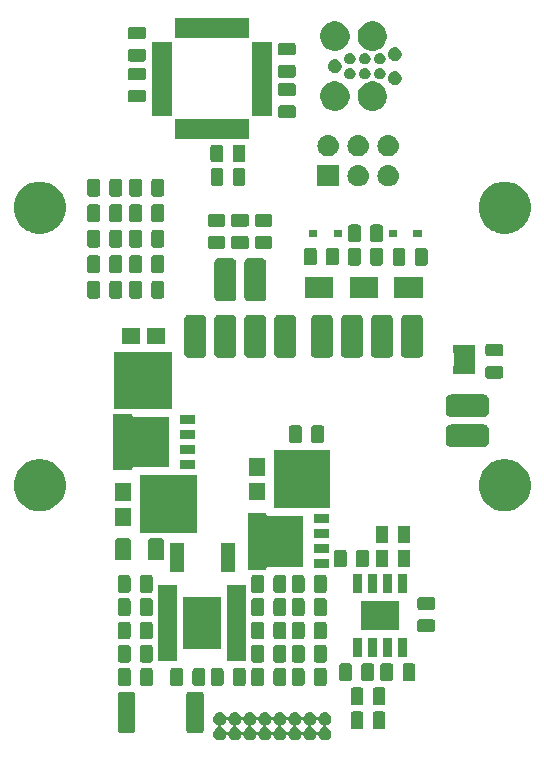
<source format=gbr>
G04 #@! TF.GenerationSoftware,KiCad,Pcbnew,(5.1.4)-1*
G04 #@! TF.CreationDate,2020-08-10T08:42:24-07:00*
G04 #@! TF.ProjectId,SkateLightMainBoard,536b6174-654c-4696-9768-744d61696e42,rev?*
G04 #@! TF.SameCoordinates,Original*
G04 #@! TF.FileFunction,Soldermask,Top*
G04 #@! TF.FilePolarity,Negative*
%FSLAX46Y46*%
G04 Gerber Fmt 4.6, Leading zero omitted, Abs format (unit mm)*
G04 Created by KiCad (PCBNEW (5.1.4)-1) date 2020-08-10 08:42:24*
%MOMM*%
%LPD*%
G04 APERTURE LIST*
%ADD10C,0.100000*%
G04 APERTURE END LIST*
D10*
G36*
X-4281949Y-33075480D02*
G01*
X-4231080Y-33096551D01*
X-4180214Y-33117620D01*
X-4088658Y-33178796D01*
X-4010796Y-33256658D01*
X-3949620Y-33348214D01*
X-3925484Y-33406485D01*
X-3913932Y-33428095D01*
X-3898387Y-33447037D01*
X-3879445Y-33462582D01*
X-3857834Y-33474133D01*
X-3834385Y-33481246D01*
X-3809999Y-33483648D01*
X-3785613Y-33481246D01*
X-3762164Y-33474133D01*
X-3740554Y-33462581D01*
X-3721612Y-33447036D01*
X-3706067Y-33428094D01*
X-3694516Y-33406485D01*
X-3670380Y-33348214D01*
X-3609204Y-33256658D01*
X-3531342Y-33178796D01*
X-3439786Y-33117620D01*
X-3388920Y-33096551D01*
X-3338051Y-33075480D01*
X-3230059Y-33054000D01*
X-3119941Y-33054000D01*
X-3011949Y-33075480D01*
X-2961080Y-33096551D01*
X-2910214Y-33117620D01*
X-2818658Y-33178796D01*
X-2740796Y-33256658D01*
X-2679620Y-33348214D01*
X-2655484Y-33406485D01*
X-2643932Y-33428095D01*
X-2628387Y-33447037D01*
X-2609445Y-33462582D01*
X-2587834Y-33474133D01*
X-2564385Y-33481246D01*
X-2539999Y-33483648D01*
X-2515613Y-33481246D01*
X-2492164Y-33474133D01*
X-2470554Y-33462581D01*
X-2451612Y-33447036D01*
X-2436067Y-33428094D01*
X-2424516Y-33406485D01*
X-2400380Y-33348214D01*
X-2339204Y-33256658D01*
X-2261342Y-33178796D01*
X-2169786Y-33117620D01*
X-2118920Y-33096551D01*
X-2068051Y-33075480D01*
X-1960059Y-33054000D01*
X-1849941Y-33054000D01*
X-1741949Y-33075480D01*
X-1691080Y-33096551D01*
X-1640214Y-33117620D01*
X-1548658Y-33178796D01*
X-1470796Y-33256658D01*
X-1409620Y-33348214D01*
X-1385484Y-33406485D01*
X-1373932Y-33428095D01*
X-1358387Y-33447037D01*
X-1339445Y-33462582D01*
X-1317834Y-33474133D01*
X-1294385Y-33481246D01*
X-1269999Y-33483648D01*
X-1245613Y-33481246D01*
X-1222164Y-33474133D01*
X-1200554Y-33462581D01*
X-1181612Y-33447036D01*
X-1166067Y-33428094D01*
X-1154516Y-33406485D01*
X-1130380Y-33348214D01*
X-1069204Y-33256658D01*
X-991342Y-33178796D01*
X-899786Y-33117620D01*
X-848920Y-33096551D01*
X-798051Y-33075480D01*
X-690059Y-33054000D01*
X-579941Y-33054000D01*
X-471949Y-33075480D01*
X-421080Y-33096551D01*
X-370214Y-33117620D01*
X-278658Y-33178796D01*
X-200796Y-33256658D01*
X-139620Y-33348214D01*
X-115484Y-33406485D01*
X-103932Y-33428095D01*
X-88387Y-33447037D01*
X-69445Y-33462582D01*
X-47834Y-33474133D01*
X-24385Y-33481246D01*
X1Y-33483648D01*
X24387Y-33481246D01*
X47836Y-33474133D01*
X69446Y-33462581D01*
X88388Y-33447036D01*
X103933Y-33428094D01*
X115484Y-33406485D01*
X139620Y-33348214D01*
X200796Y-33256658D01*
X278658Y-33178796D01*
X370214Y-33117620D01*
X421080Y-33096551D01*
X471949Y-33075480D01*
X579941Y-33054000D01*
X690059Y-33054000D01*
X798051Y-33075480D01*
X848920Y-33096551D01*
X899786Y-33117620D01*
X991342Y-33178796D01*
X1069204Y-33256658D01*
X1130380Y-33348214D01*
X1154516Y-33406485D01*
X1166068Y-33428095D01*
X1181613Y-33447037D01*
X1200555Y-33462582D01*
X1222166Y-33474133D01*
X1245615Y-33481246D01*
X1270001Y-33483648D01*
X1294387Y-33481246D01*
X1317836Y-33474133D01*
X1339446Y-33462581D01*
X1358388Y-33447036D01*
X1373933Y-33428094D01*
X1385484Y-33406485D01*
X1409620Y-33348214D01*
X1470796Y-33256658D01*
X1548658Y-33178796D01*
X1640214Y-33117620D01*
X1691080Y-33096551D01*
X1741949Y-33075480D01*
X1849941Y-33054000D01*
X1960059Y-33054000D01*
X2068051Y-33075480D01*
X2118920Y-33096551D01*
X2169786Y-33117620D01*
X2261342Y-33178796D01*
X2339204Y-33256658D01*
X2400380Y-33348214D01*
X2424516Y-33406485D01*
X2436068Y-33428095D01*
X2451613Y-33447037D01*
X2470555Y-33462582D01*
X2492166Y-33474133D01*
X2515615Y-33481246D01*
X2540001Y-33483648D01*
X2564387Y-33481246D01*
X2587836Y-33474133D01*
X2609446Y-33462581D01*
X2628388Y-33447036D01*
X2643933Y-33428094D01*
X2655484Y-33406485D01*
X2679620Y-33348214D01*
X2740796Y-33256658D01*
X2818658Y-33178796D01*
X2910214Y-33117620D01*
X2961080Y-33096551D01*
X3011949Y-33075480D01*
X3119941Y-33054000D01*
X3230059Y-33054000D01*
X3338051Y-33075480D01*
X3388920Y-33096551D01*
X3439786Y-33117620D01*
X3531342Y-33178796D01*
X3609204Y-33256658D01*
X3670380Y-33348214D01*
X3694516Y-33406485D01*
X3706068Y-33428095D01*
X3721613Y-33447037D01*
X3740555Y-33462582D01*
X3762166Y-33474133D01*
X3785615Y-33481246D01*
X3810001Y-33483648D01*
X3834387Y-33481246D01*
X3857836Y-33474133D01*
X3879446Y-33462581D01*
X3898388Y-33447036D01*
X3913933Y-33428094D01*
X3925484Y-33406485D01*
X3949620Y-33348214D01*
X4010796Y-33256658D01*
X4088658Y-33178796D01*
X4180214Y-33117620D01*
X4231080Y-33096551D01*
X4281949Y-33075480D01*
X4389941Y-33054000D01*
X4500059Y-33054000D01*
X4608051Y-33075480D01*
X4658920Y-33096551D01*
X4709786Y-33117620D01*
X4801342Y-33178796D01*
X4879204Y-33256658D01*
X4940380Y-33348214D01*
X4961449Y-33399080D01*
X4982520Y-33449949D01*
X5004000Y-33557941D01*
X5004000Y-33668059D01*
X4982520Y-33776051D01*
X4973467Y-33797906D01*
X4940380Y-33877786D01*
X4879204Y-33969342D01*
X4801342Y-34047204D01*
X4709786Y-34108380D01*
X4651515Y-34132516D01*
X4629905Y-34144068D01*
X4610963Y-34159613D01*
X4595418Y-34178555D01*
X4583867Y-34200166D01*
X4576754Y-34223615D01*
X4574352Y-34248001D01*
X4576754Y-34272387D01*
X4583867Y-34295836D01*
X4595419Y-34317446D01*
X4610964Y-34336388D01*
X4629906Y-34351933D01*
X4651513Y-34363483D01*
X4709786Y-34387620D01*
X4801342Y-34448796D01*
X4879204Y-34526658D01*
X4940380Y-34618214D01*
X4952998Y-34648678D01*
X4982520Y-34719949D01*
X5004000Y-34827941D01*
X5004000Y-34938059D01*
X4982520Y-35046051D01*
X4973467Y-35067906D01*
X4940380Y-35147786D01*
X4879204Y-35239342D01*
X4801342Y-35317204D01*
X4709786Y-35378380D01*
X4658920Y-35399449D01*
X4608051Y-35420520D01*
X4500059Y-35442000D01*
X4389941Y-35442000D01*
X4281949Y-35420520D01*
X4231080Y-35399449D01*
X4180214Y-35378380D01*
X4088658Y-35317204D01*
X4010796Y-35239342D01*
X3949620Y-35147786D01*
X3925483Y-35089513D01*
X3913932Y-35067905D01*
X3898387Y-35048963D01*
X3879445Y-35033418D01*
X3857834Y-35021867D01*
X3834385Y-35014754D01*
X3809999Y-35012352D01*
X3785613Y-35014754D01*
X3762164Y-35021867D01*
X3740554Y-35033419D01*
X3721612Y-35048964D01*
X3706067Y-35067906D01*
X3694517Y-35089513D01*
X3670380Y-35147786D01*
X3609204Y-35239342D01*
X3531342Y-35317204D01*
X3439786Y-35378380D01*
X3388920Y-35399449D01*
X3338051Y-35420520D01*
X3230059Y-35442000D01*
X3119941Y-35442000D01*
X3011949Y-35420520D01*
X2961080Y-35399449D01*
X2910214Y-35378380D01*
X2818658Y-35317204D01*
X2740796Y-35239342D01*
X2679620Y-35147786D01*
X2655483Y-35089513D01*
X2643932Y-35067905D01*
X2628387Y-35048963D01*
X2609445Y-35033418D01*
X2587834Y-35021867D01*
X2564385Y-35014754D01*
X2539999Y-35012352D01*
X2515613Y-35014754D01*
X2492164Y-35021867D01*
X2470554Y-35033419D01*
X2451612Y-35048964D01*
X2436067Y-35067906D01*
X2424517Y-35089513D01*
X2400380Y-35147786D01*
X2339204Y-35239342D01*
X2261342Y-35317204D01*
X2169786Y-35378380D01*
X2118920Y-35399449D01*
X2068051Y-35420520D01*
X1960059Y-35442000D01*
X1849941Y-35442000D01*
X1741949Y-35420520D01*
X1691080Y-35399449D01*
X1640214Y-35378380D01*
X1548658Y-35317204D01*
X1470796Y-35239342D01*
X1409620Y-35147786D01*
X1385483Y-35089513D01*
X1373932Y-35067905D01*
X1358387Y-35048963D01*
X1339445Y-35033418D01*
X1317834Y-35021867D01*
X1294385Y-35014754D01*
X1269999Y-35012352D01*
X1245613Y-35014754D01*
X1222164Y-35021867D01*
X1200554Y-35033419D01*
X1181612Y-35048964D01*
X1166067Y-35067906D01*
X1154517Y-35089513D01*
X1130380Y-35147786D01*
X1069204Y-35239342D01*
X991342Y-35317204D01*
X899786Y-35378380D01*
X848920Y-35399449D01*
X798051Y-35420520D01*
X690059Y-35442000D01*
X579941Y-35442000D01*
X471949Y-35420520D01*
X421080Y-35399449D01*
X370214Y-35378380D01*
X278658Y-35317204D01*
X200796Y-35239342D01*
X139620Y-35147786D01*
X115483Y-35089513D01*
X103932Y-35067905D01*
X88387Y-35048963D01*
X69445Y-35033418D01*
X47834Y-35021867D01*
X24385Y-35014754D01*
X-1Y-35012352D01*
X-24387Y-35014754D01*
X-47836Y-35021867D01*
X-69446Y-35033419D01*
X-88388Y-35048964D01*
X-103933Y-35067906D01*
X-115483Y-35089513D01*
X-139620Y-35147786D01*
X-200796Y-35239342D01*
X-278658Y-35317204D01*
X-370214Y-35378380D01*
X-421080Y-35399449D01*
X-471949Y-35420520D01*
X-579941Y-35442000D01*
X-690059Y-35442000D01*
X-798051Y-35420520D01*
X-848920Y-35399449D01*
X-899786Y-35378380D01*
X-991342Y-35317204D01*
X-1069204Y-35239342D01*
X-1130380Y-35147786D01*
X-1154517Y-35089513D01*
X-1166068Y-35067905D01*
X-1181613Y-35048963D01*
X-1200555Y-35033418D01*
X-1222166Y-35021867D01*
X-1245615Y-35014754D01*
X-1270001Y-35012352D01*
X-1294387Y-35014754D01*
X-1317836Y-35021867D01*
X-1339446Y-35033419D01*
X-1358388Y-35048964D01*
X-1373933Y-35067906D01*
X-1385483Y-35089513D01*
X-1409620Y-35147786D01*
X-1470796Y-35239342D01*
X-1548658Y-35317204D01*
X-1640214Y-35378380D01*
X-1691080Y-35399449D01*
X-1741949Y-35420520D01*
X-1849941Y-35442000D01*
X-1960059Y-35442000D01*
X-2068051Y-35420520D01*
X-2118920Y-35399449D01*
X-2169786Y-35378380D01*
X-2261342Y-35317204D01*
X-2339204Y-35239342D01*
X-2400380Y-35147786D01*
X-2424517Y-35089513D01*
X-2436068Y-35067905D01*
X-2451613Y-35048963D01*
X-2470555Y-35033418D01*
X-2492166Y-35021867D01*
X-2515615Y-35014754D01*
X-2540001Y-35012352D01*
X-2564387Y-35014754D01*
X-2587836Y-35021867D01*
X-2609446Y-35033419D01*
X-2628388Y-35048964D01*
X-2643933Y-35067906D01*
X-2655483Y-35089513D01*
X-2679620Y-35147786D01*
X-2740796Y-35239342D01*
X-2818658Y-35317204D01*
X-2910214Y-35378380D01*
X-2961080Y-35399449D01*
X-3011949Y-35420520D01*
X-3119941Y-35442000D01*
X-3230059Y-35442000D01*
X-3338051Y-35420520D01*
X-3388920Y-35399449D01*
X-3439786Y-35378380D01*
X-3531342Y-35317204D01*
X-3609204Y-35239342D01*
X-3670380Y-35147786D01*
X-3694517Y-35089513D01*
X-3706068Y-35067905D01*
X-3721613Y-35048963D01*
X-3740555Y-35033418D01*
X-3762166Y-35021867D01*
X-3785615Y-35014754D01*
X-3810001Y-35012352D01*
X-3834387Y-35014754D01*
X-3857836Y-35021867D01*
X-3879446Y-35033419D01*
X-3898388Y-35048964D01*
X-3913933Y-35067906D01*
X-3925483Y-35089513D01*
X-3949620Y-35147786D01*
X-4010796Y-35239342D01*
X-4088658Y-35317204D01*
X-4180214Y-35378380D01*
X-4231080Y-35399449D01*
X-4281949Y-35420520D01*
X-4389941Y-35442000D01*
X-4500059Y-35442000D01*
X-4608051Y-35420520D01*
X-4658920Y-35399449D01*
X-4709786Y-35378380D01*
X-4801342Y-35317204D01*
X-4879204Y-35239342D01*
X-4940380Y-35147786D01*
X-4973467Y-35067906D01*
X-4982520Y-35046051D01*
X-5004000Y-34938059D01*
X-5004000Y-34827941D01*
X-4982520Y-34719949D01*
X-4952998Y-34648678D01*
X-4940380Y-34618214D01*
X-4879204Y-34526658D01*
X-4801342Y-34448796D01*
X-4709786Y-34387620D01*
X-4651513Y-34363483D01*
X-4629905Y-34351932D01*
X-4610963Y-34336387D01*
X-4595418Y-34317445D01*
X-4583867Y-34295834D01*
X-4576754Y-34272385D01*
X-4574353Y-34248001D01*
X-4315648Y-34248001D01*
X-4313246Y-34272387D01*
X-4306133Y-34295836D01*
X-4294581Y-34317446D01*
X-4279036Y-34336388D01*
X-4260094Y-34351933D01*
X-4238487Y-34363483D01*
X-4180214Y-34387620D01*
X-4088658Y-34448796D01*
X-4010796Y-34526658D01*
X-3949620Y-34618214D01*
X-3937002Y-34648678D01*
X-3925484Y-34676485D01*
X-3913932Y-34698095D01*
X-3898387Y-34717037D01*
X-3879445Y-34732582D01*
X-3857834Y-34744133D01*
X-3834385Y-34751246D01*
X-3809999Y-34753648D01*
X-3785613Y-34751246D01*
X-3762164Y-34744133D01*
X-3740554Y-34732581D01*
X-3721612Y-34717036D01*
X-3706067Y-34698094D01*
X-3694516Y-34676485D01*
X-3682998Y-34648678D01*
X-3670380Y-34618214D01*
X-3609204Y-34526658D01*
X-3531342Y-34448796D01*
X-3439786Y-34387620D01*
X-3381513Y-34363483D01*
X-3359905Y-34351932D01*
X-3340963Y-34336387D01*
X-3325418Y-34317445D01*
X-3313867Y-34295834D01*
X-3306754Y-34272385D01*
X-3304353Y-34248001D01*
X-3045648Y-34248001D01*
X-3043246Y-34272387D01*
X-3036133Y-34295836D01*
X-3024581Y-34317446D01*
X-3009036Y-34336388D01*
X-2990094Y-34351933D01*
X-2968487Y-34363483D01*
X-2910214Y-34387620D01*
X-2818658Y-34448796D01*
X-2740796Y-34526658D01*
X-2679620Y-34618214D01*
X-2667002Y-34648678D01*
X-2655484Y-34676485D01*
X-2643932Y-34698095D01*
X-2628387Y-34717037D01*
X-2609445Y-34732582D01*
X-2587834Y-34744133D01*
X-2564385Y-34751246D01*
X-2539999Y-34753648D01*
X-2515613Y-34751246D01*
X-2492164Y-34744133D01*
X-2470554Y-34732581D01*
X-2451612Y-34717036D01*
X-2436067Y-34698094D01*
X-2424516Y-34676485D01*
X-2412998Y-34648678D01*
X-2400380Y-34618214D01*
X-2339204Y-34526658D01*
X-2261342Y-34448796D01*
X-2169786Y-34387620D01*
X-2111513Y-34363483D01*
X-2089905Y-34351932D01*
X-2070963Y-34336387D01*
X-2055418Y-34317445D01*
X-2043867Y-34295834D01*
X-2036754Y-34272385D01*
X-2034353Y-34248001D01*
X-1775648Y-34248001D01*
X-1773246Y-34272387D01*
X-1766133Y-34295836D01*
X-1754581Y-34317446D01*
X-1739036Y-34336388D01*
X-1720094Y-34351933D01*
X-1698487Y-34363483D01*
X-1640214Y-34387620D01*
X-1548658Y-34448796D01*
X-1470796Y-34526658D01*
X-1409620Y-34618214D01*
X-1397002Y-34648678D01*
X-1385484Y-34676485D01*
X-1373932Y-34698095D01*
X-1358387Y-34717037D01*
X-1339445Y-34732582D01*
X-1317834Y-34744133D01*
X-1294385Y-34751246D01*
X-1269999Y-34753648D01*
X-1245613Y-34751246D01*
X-1222164Y-34744133D01*
X-1200554Y-34732581D01*
X-1181612Y-34717036D01*
X-1166067Y-34698094D01*
X-1154516Y-34676485D01*
X-1142998Y-34648678D01*
X-1130380Y-34618214D01*
X-1069204Y-34526658D01*
X-991342Y-34448796D01*
X-899786Y-34387620D01*
X-841513Y-34363483D01*
X-819905Y-34351932D01*
X-800963Y-34336387D01*
X-785418Y-34317445D01*
X-773867Y-34295834D01*
X-766754Y-34272385D01*
X-764353Y-34248001D01*
X-505648Y-34248001D01*
X-503246Y-34272387D01*
X-496133Y-34295836D01*
X-484581Y-34317446D01*
X-469036Y-34336388D01*
X-450094Y-34351933D01*
X-428487Y-34363483D01*
X-370214Y-34387620D01*
X-278658Y-34448796D01*
X-200796Y-34526658D01*
X-139620Y-34618214D01*
X-127002Y-34648678D01*
X-115484Y-34676485D01*
X-103932Y-34698095D01*
X-88387Y-34717037D01*
X-69445Y-34732582D01*
X-47834Y-34744133D01*
X-24385Y-34751246D01*
X1Y-34753648D01*
X24387Y-34751246D01*
X47836Y-34744133D01*
X69446Y-34732581D01*
X88388Y-34717036D01*
X103933Y-34698094D01*
X115484Y-34676485D01*
X127002Y-34648678D01*
X139620Y-34618214D01*
X200796Y-34526658D01*
X278658Y-34448796D01*
X370214Y-34387620D01*
X428487Y-34363483D01*
X450095Y-34351932D01*
X469037Y-34336387D01*
X484582Y-34317445D01*
X496133Y-34295834D01*
X503246Y-34272385D01*
X505647Y-34248001D01*
X764352Y-34248001D01*
X766754Y-34272387D01*
X773867Y-34295836D01*
X785419Y-34317446D01*
X800964Y-34336388D01*
X819906Y-34351933D01*
X841513Y-34363483D01*
X899786Y-34387620D01*
X991342Y-34448796D01*
X1069204Y-34526658D01*
X1130380Y-34618214D01*
X1142998Y-34648678D01*
X1154516Y-34676485D01*
X1166068Y-34698095D01*
X1181613Y-34717037D01*
X1200555Y-34732582D01*
X1222166Y-34744133D01*
X1245615Y-34751246D01*
X1270001Y-34753648D01*
X1294387Y-34751246D01*
X1317836Y-34744133D01*
X1339446Y-34732581D01*
X1358388Y-34717036D01*
X1373933Y-34698094D01*
X1385484Y-34676485D01*
X1397002Y-34648678D01*
X1409620Y-34618214D01*
X1470796Y-34526658D01*
X1548658Y-34448796D01*
X1640214Y-34387620D01*
X1698487Y-34363483D01*
X1720095Y-34351932D01*
X1739037Y-34336387D01*
X1754582Y-34317445D01*
X1766133Y-34295834D01*
X1773246Y-34272385D01*
X1775647Y-34248001D01*
X2034352Y-34248001D01*
X2036754Y-34272387D01*
X2043867Y-34295836D01*
X2055419Y-34317446D01*
X2070964Y-34336388D01*
X2089906Y-34351933D01*
X2111513Y-34363483D01*
X2169786Y-34387620D01*
X2261342Y-34448796D01*
X2339204Y-34526658D01*
X2400380Y-34618214D01*
X2412998Y-34648678D01*
X2424516Y-34676485D01*
X2436068Y-34698095D01*
X2451613Y-34717037D01*
X2470555Y-34732582D01*
X2492166Y-34744133D01*
X2515615Y-34751246D01*
X2540001Y-34753648D01*
X2564387Y-34751246D01*
X2587836Y-34744133D01*
X2609446Y-34732581D01*
X2628388Y-34717036D01*
X2643933Y-34698094D01*
X2655484Y-34676485D01*
X2667002Y-34648678D01*
X2679620Y-34618214D01*
X2740796Y-34526658D01*
X2818658Y-34448796D01*
X2910214Y-34387620D01*
X2968487Y-34363483D01*
X2990095Y-34351932D01*
X3009037Y-34336387D01*
X3024582Y-34317445D01*
X3036133Y-34295834D01*
X3043246Y-34272385D01*
X3045647Y-34248001D01*
X3304352Y-34248001D01*
X3306754Y-34272387D01*
X3313867Y-34295836D01*
X3325419Y-34317446D01*
X3340964Y-34336388D01*
X3359906Y-34351933D01*
X3381513Y-34363483D01*
X3439786Y-34387620D01*
X3531342Y-34448796D01*
X3609204Y-34526658D01*
X3670380Y-34618214D01*
X3682998Y-34648678D01*
X3694516Y-34676485D01*
X3706068Y-34698095D01*
X3721613Y-34717037D01*
X3740555Y-34732582D01*
X3762166Y-34744133D01*
X3785615Y-34751246D01*
X3810001Y-34753648D01*
X3834387Y-34751246D01*
X3857836Y-34744133D01*
X3879446Y-34732581D01*
X3898388Y-34717036D01*
X3913933Y-34698094D01*
X3925484Y-34676485D01*
X3937002Y-34648678D01*
X3949620Y-34618214D01*
X4010796Y-34526658D01*
X4088658Y-34448796D01*
X4180214Y-34387620D01*
X4238487Y-34363483D01*
X4260095Y-34351932D01*
X4279037Y-34336387D01*
X4294582Y-34317445D01*
X4306133Y-34295834D01*
X4313246Y-34272385D01*
X4315648Y-34247999D01*
X4313246Y-34223613D01*
X4306133Y-34200164D01*
X4294581Y-34178554D01*
X4279036Y-34159612D01*
X4260094Y-34144067D01*
X4238485Y-34132516D01*
X4180214Y-34108380D01*
X4088658Y-34047204D01*
X4010796Y-33969342D01*
X3949620Y-33877786D01*
X3925483Y-33819513D01*
X3913932Y-33797905D01*
X3898387Y-33778963D01*
X3879445Y-33763418D01*
X3857834Y-33751867D01*
X3834385Y-33744754D01*
X3809999Y-33742352D01*
X3785613Y-33744754D01*
X3762164Y-33751867D01*
X3740554Y-33763419D01*
X3721612Y-33778964D01*
X3706067Y-33797906D01*
X3694517Y-33819513D01*
X3670380Y-33877786D01*
X3609204Y-33969342D01*
X3531342Y-34047204D01*
X3439786Y-34108380D01*
X3381515Y-34132516D01*
X3359905Y-34144068D01*
X3340963Y-34159613D01*
X3325418Y-34178555D01*
X3313867Y-34200166D01*
X3306754Y-34223615D01*
X3304352Y-34248001D01*
X3045647Y-34248001D01*
X3045648Y-34247999D01*
X3043246Y-34223613D01*
X3036133Y-34200164D01*
X3024581Y-34178554D01*
X3009036Y-34159612D01*
X2990094Y-34144067D01*
X2968485Y-34132516D01*
X2910214Y-34108380D01*
X2818658Y-34047204D01*
X2740796Y-33969342D01*
X2679620Y-33877786D01*
X2655483Y-33819513D01*
X2643932Y-33797905D01*
X2628387Y-33778963D01*
X2609445Y-33763418D01*
X2587834Y-33751867D01*
X2564385Y-33744754D01*
X2539999Y-33742352D01*
X2515613Y-33744754D01*
X2492164Y-33751867D01*
X2470554Y-33763419D01*
X2451612Y-33778964D01*
X2436067Y-33797906D01*
X2424517Y-33819513D01*
X2400380Y-33877786D01*
X2339204Y-33969342D01*
X2261342Y-34047204D01*
X2169786Y-34108380D01*
X2111515Y-34132516D01*
X2089905Y-34144068D01*
X2070963Y-34159613D01*
X2055418Y-34178555D01*
X2043867Y-34200166D01*
X2036754Y-34223615D01*
X2034352Y-34248001D01*
X1775647Y-34248001D01*
X1775648Y-34247999D01*
X1773246Y-34223613D01*
X1766133Y-34200164D01*
X1754581Y-34178554D01*
X1739036Y-34159612D01*
X1720094Y-34144067D01*
X1698485Y-34132516D01*
X1640214Y-34108380D01*
X1548658Y-34047204D01*
X1470796Y-33969342D01*
X1409620Y-33877786D01*
X1385483Y-33819513D01*
X1373932Y-33797905D01*
X1358387Y-33778963D01*
X1339445Y-33763418D01*
X1317834Y-33751867D01*
X1294385Y-33744754D01*
X1269999Y-33742352D01*
X1245613Y-33744754D01*
X1222164Y-33751867D01*
X1200554Y-33763419D01*
X1181612Y-33778964D01*
X1166067Y-33797906D01*
X1154517Y-33819513D01*
X1130380Y-33877786D01*
X1069204Y-33969342D01*
X991342Y-34047204D01*
X899786Y-34108380D01*
X841515Y-34132516D01*
X819905Y-34144068D01*
X800963Y-34159613D01*
X785418Y-34178555D01*
X773867Y-34200166D01*
X766754Y-34223615D01*
X764352Y-34248001D01*
X505647Y-34248001D01*
X505648Y-34247999D01*
X503246Y-34223613D01*
X496133Y-34200164D01*
X484581Y-34178554D01*
X469036Y-34159612D01*
X450094Y-34144067D01*
X428485Y-34132516D01*
X370214Y-34108380D01*
X278658Y-34047204D01*
X200796Y-33969342D01*
X139620Y-33877786D01*
X115483Y-33819513D01*
X103932Y-33797905D01*
X88387Y-33778963D01*
X69445Y-33763418D01*
X47834Y-33751867D01*
X24385Y-33744754D01*
X-1Y-33742352D01*
X-24387Y-33744754D01*
X-47836Y-33751867D01*
X-69446Y-33763419D01*
X-88388Y-33778964D01*
X-103933Y-33797906D01*
X-115483Y-33819513D01*
X-139620Y-33877786D01*
X-200796Y-33969342D01*
X-278658Y-34047204D01*
X-370214Y-34108380D01*
X-428485Y-34132516D01*
X-450095Y-34144068D01*
X-469037Y-34159613D01*
X-484582Y-34178555D01*
X-496133Y-34200166D01*
X-503246Y-34223615D01*
X-505648Y-34248001D01*
X-764353Y-34248001D01*
X-764352Y-34247999D01*
X-766754Y-34223613D01*
X-773867Y-34200164D01*
X-785419Y-34178554D01*
X-800964Y-34159612D01*
X-819906Y-34144067D01*
X-841515Y-34132516D01*
X-899786Y-34108380D01*
X-991342Y-34047204D01*
X-1069204Y-33969342D01*
X-1130380Y-33877786D01*
X-1154517Y-33819513D01*
X-1166068Y-33797905D01*
X-1181613Y-33778963D01*
X-1200555Y-33763418D01*
X-1222166Y-33751867D01*
X-1245615Y-33744754D01*
X-1270001Y-33742352D01*
X-1294387Y-33744754D01*
X-1317836Y-33751867D01*
X-1339446Y-33763419D01*
X-1358388Y-33778964D01*
X-1373933Y-33797906D01*
X-1385483Y-33819513D01*
X-1409620Y-33877786D01*
X-1470796Y-33969342D01*
X-1548658Y-34047204D01*
X-1640214Y-34108380D01*
X-1698485Y-34132516D01*
X-1720095Y-34144068D01*
X-1739037Y-34159613D01*
X-1754582Y-34178555D01*
X-1766133Y-34200166D01*
X-1773246Y-34223615D01*
X-1775648Y-34248001D01*
X-2034353Y-34248001D01*
X-2034352Y-34247999D01*
X-2036754Y-34223613D01*
X-2043867Y-34200164D01*
X-2055419Y-34178554D01*
X-2070964Y-34159612D01*
X-2089906Y-34144067D01*
X-2111515Y-34132516D01*
X-2169786Y-34108380D01*
X-2261342Y-34047204D01*
X-2339204Y-33969342D01*
X-2400380Y-33877786D01*
X-2424517Y-33819513D01*
X-2436068Y-33797905D01*
X-2451613Y-33778963D01*
X-2470555Y-33763418D01*
X-2492166Y-33751867D01*
X-2515615Y-33744754D01*
X-2540001Y-33742352D01*
X-2564387Y-33744754D01*
X-2587836Y-33751867D01*
X-2609446Y-33763419D01*
X-2628388Y-33778964D01*
X-2643933Y-33797906D01*
X-2655483Y-33819513D01*
X-2679620Y-33877786D01*
X-2740796Y-33969342D01*
X-2818658Y-34047204D01*
X-2910214Y-34108380D01*
X-2968485Y-34132516D01*
X-2990095Y-34144068D01*
X-3009037Y-34159613D01*
X-3024582Y-34178555D01*
X-3036133Y-34200166D01*
X-3043246Y-34223615D01*
X-3045648Y-34248001D01*
X-3304353Y-34248001D01*
X-3304352Y-34247999D01*
X-3306754Y-34223613D01*
X-3313867Y-34200164D01*
X-3325419Y-34178554D01*
X-3340964Y-34159612D01*
X-3359906Y-34144067D01*
X-3381515Y-34132516D01*
X-3439786Y-34108380D01*
X-3531342Y-34047204D01*
X-3609204Y-33969342D01*
X-3670380Y-33877786D01*
X-3694517Y-33819513D01*
X-3706068Y-33797905D01*
X-3721613Y-33778963D01*
X-3740555Y-33763418D01*
X-3762166Y-33751867D01*
X-3785615Y-33744754D01*
X-3810001Y-33742352D01*
X-3834387Y-33744754D01*
X-3857836Y-33751867D01*
X-3879446Y-33763419D01*
X-3898388Y-33778964D01*
X-3913933Y-33797906D01*
X-3925483Y-33819513D01*
X-3949620Y-33877786D01*
X-4010796Y-33969342D01*
X-4088658Y-34047204D01*
X-4180214Y-34108380D01*
X-4238485Y-34132516D01*
X-4260095Y-34144068D01*
X-4279037Y-34159613D01*
X-4294582Y-34178555D01*
X-4306133Y-34200166D01*
X-4313246Y-34223615D01*
X-4315648Y-34248001D01*
X-4574353Y-34248001D01*
X-4574352Y-34247999D01*
X-4576754Y-34223613D01*
X-4583867Y-34200164D01*
X-4595419Y-34178554D01*
X-4610964Y-34159612D01*
X-4629906Y-34144067D01*
X-4651515Y-34132516D01*
X-4709786Y-34108380D01*
X-4801342Y-34047204D01*
X-4879204Y-33969342D01*
X-4940380Y-33877786D01*
X-4973467Y-33797906D01*
X-4982520Y-33776051D01*
X-5004000Y-33668059D01*
X-5004000Y-33557941D01*
X-4982520Y-33449949D01*
X-4961449Y-33399080D01*
X-4940380Y-33348214D01*
X-4879204Y-33256658D01*
X-4801342Y-33178796D01*
X-4709786Y-33117620D01*
X-4658920Y-33096551D01*
X-4608051Y-33075480D01*
X-4500059Y-33054000D01*
X-4389941Y-33054000D01*
X-4281949Y-33075480D01*
X-4281949Y-33075480D01*
G37*
G36*
X-11765842Y-31354127D02*
G01*
X-11730273Y-31364917D01*
X-11697501Y-31382434D01*
X-11668771Y-31406011D01*
X-11645194Y-31434741D01*
X-11627677Y-31467513D01*
X-11616887Y-31503082D01*
X-11612640Y-31546205D01*
X-11612640Y-34605555D01*
X-11616887Y-34648678D01*
X-11627677Y-34684247D01*
X-11645194Y-34717019D01*
X-11668771Y-34745749D01*
X-11697501Y-34769326D01*
X-11730273Y-34786843D01*
X-11765842Y-34797633D01*
X-11808965Y-34801880D01*
X-12868315Y-34801880D01*
X-12911438Y-34797633D01*
X-12947007Y-34786843D01*
X-12979779Y-34769326D01*
X-13008509Y-34745749D01*
X-13032086Y-34717019D01*
X-13049603Y-34684247D01*
X-13060393Y-34648678D01*
X-13064640Y-34605555D01*
X-13064640Y-31546205D01*
X-13060393Y-31503082D01*
X-13049603Y-31467513D01*
X-13032086Y-31434741D01*
X-13008509Y-31406011D01*
X-12979779Y-31382434D01*
X-12947007Y-31364917D01*
X-12911438Y-31354127D01*
X-12868315Y-31349880D01*
X-11808965Y-31349880D01*
X-11765842Y-31354127D01*
X-11765842Y-31354127D01*
G37*
G36*
X-5965842Y-31354127D02*
G01*
X-5930273Y-31364917D01*
X-5897501Y-31382434D01*
X-5868771Y-31406011D01*
X-5845194Y-31434741D01*
X-5827677Y-31467513D01*
X-5816887Y-31503082D01*
X-5812640Y-31546205D01*
X-5812640Y-34605555D01*
X-5816887Y-34648678D01*
X-5827677Y-34684247D01*
X-5845194Y-34717019D01*
X-5868771Y-34745749D01*
X-5897501Y-34769326D01*
X-5930273Y-34786843D01*
X-5965842Y-34797633D01*
X-6008965Y-34801880D01*
X-7068315Y-34801880D01*
X-7111438Y-34797633D01*
X-7147007Y-34786843D01*
X-7179779Y-34769326D01*
X-7208509Y-34745749D01*
X-7232086Y-34717019D01*
X-7249603Y-34684247D01*
X-7260393Y-34648678D01*
X-7264640Y-34605555D01*
X-7264640Y-31546205D01*
X-7260393Y-31503082D01*
X-7249603Y-31467513D01*
X-7232086Y-31434741D01*
X-7208509Y-31406011D01*
X-7179779Y-31382434D01*
X-7147007Y-31364917D01*
X-7111438Y-31354127D01*
X-7068315Y-31349880D01*
X-6008965Y-31349880D01*
X-5965842Y-31354127D01*
X-5965842Y-31354127D01*
G37*
G36*
X7549768Y-32992385D02*
G01*
X7588438Y-33004116D01*
X7624077Y-33023166D01*
X7655317Y-33048803D01*
X7680954Y-33080043D01*
X7700004Y-33115682D01*
X7711735Y-33154352D01*
X7716300Y-33200708D01*
X7716300Y-34276932D01*
X7711735Y-34323288D01*
X7700004Y-34361958D01*
X7680954Y-34397597D01*
X7655317Y-34428837D01*
X7624077Y-34454474D01*
X7588438Y-34473524D01*
X7549768Y-34485255D01*
X7503412Y-34489820D01*
X6852188Y-34489820D01*
X6805832Y-34485255D01*
X6767162Y-34473524D01*
X6731523Y-34454474D01*
X6700283Y-34428837D01*
X6674646Y-34397597D01*
X6655596Y-34361958D01*
X6643865Y-34323288D01*
X6639300Y-34276932D01*
X6639300Y-33200708D01*
X6643865Y-33154352D01*
X6655596Y-33115682D01*
X6674646Y-33080043D01*
X6700283Y-33048803D01*
X6731523Y-33023166D01*
X6767162Y-33004116D01*
X6805832Y-32992385D01*
X6852188Y-32987820D01*
X7503412Y-32987820D01*
X7549768Y-32992385D01*
X7549768Y-32992385D01*
G37*
G36*
X9424768Y-32992385D02*
G01*
X9463438Y-33004116D01*
X9499077Y-33023166D01*
X9530317Y-33048803D01*
X9555954Y-33080043D01*
X9575004Y-33115682D01*
X9586735Y-33154352D01*
X9591300Y-33200708D01*
X9591300Y-34276932D01*
X9586735Y-34323288D01*
X9575004Y-34361958D01*
X9555954Y-34397597D01*
X9530317Y-34428837D01*
X9499077Y-34454474D01*
X9463438Y-34473524D01*
X9424768Y-34485255D01*
X9378412Y-34489820D01*
X8727188Y-34489820D01*
X8680832Y-34485255D01*
X8642162Y-34473524D01*
X8606523Y-34454474D01*
X8575283Y-34428837D01*
X8549646Y-34397597D01*
X8530596Y-34361958D01*
X8518865Y-34323288D01*
X8514300Y-34276932D01*
X8514300Y-33200708D01*
X8518865Y-33154352D01*
X8530596Y-33115682D01*
X8549646Y-33080043D01*
X8575283Y-33048803D01*
X8606523Y-33023166D01*
X8642162Y-33004116D01*
X8680832Y-32992385D01*
X8727188Y-32987820D01*
X9378412Y-32987820D01*
X9424768Y-32992385D01*
X9424768Y-32992385D01*
G37*
G36*
X9427308Y-30962925D02*
G01*
X9465978Y-30974656D01*
X9501617Y-30993706D01*
X9532857Y-31019343D01*
X9558494Y-31050583D01*
X9577544Y-31086222D01*
X9589275Y-31124892D01*
X9593840Y-31171248D01*
X9593840Y-32247472D01*
X9589275Y-32293828D01*
X9577544Y-32332498D01*
X9558494Y-32368137D01*
X9532857Y-32399377D01*
X9501617Y-32425014D01*
X9465978Y-32444064D01*
X9427308Y-32455795D01*
X9380952Y-32460360D01*
X8729728Y-32460360D01*
X8683372Y-32455795D01*
X8644702Y-32444064D01*
X8609063Y-32425014D01*
X8577823Y-32399377D01*
X8552186Y-32368137D01*
X8533136Y-32332498D01*
X8521405Y-32293828D01*
X8516840Y-32247472D01*
X8516840Y-31171248D01*
X8521405Y-31124892D01*
X8533136Y-31086222D01*
X8552186Y-31050583D01*
X8577823Y-31019343D01*
X8609063Y-30993706D01*
X8644702Y-30974656D01*
X8683372Y-30962925D01*
X8729728Y-30958360D01*
X9380952Y-30958360D01*
X9427308Y-30962925D01*
X9427308Y-30962925D01*
G37*
G36*
X7552308Y-30962925D02*
G01*
X7590978Y-30974656D01*
X7626617Y-30993706D01*
X7657857Y-31019343D01*
X7683494Y-31050583D01*
X7702544Y-31086222D01*
X7714275Y-31124892D01*
X7718840Y-31171248D01*
X7718840Y-32247472D01*
X7714275Y-32293828D01*
X7702544Y-32332498D01*
X7683494Y-32368137D01*
X7657857Y-32399377D01*
X7626617Y-32425014D01*
X7590978Y-32444064D01*
X7552308Y-32455795D01*
X7505952Y-32460360D01*
X6854728Y-32460360D01*
X6808372Y-32455795D01*
X6769702Y-32444064D01*
X6734063Y-32425014D01*
X6702823Y-32399377D01*
X6677186Y-32368137D01*
X6658136Y-32332498D01*
X6646405Y-32293828D01*
X6641840Y-32247472D01*
X6641840Y-31171248D01*
X6646405Y-31124892D01*
X6658136Y-31086222D01*
X6677186Y-31050583D01*
X6702823Y-31019343D01*
X6734063Y-30993706D01*
X6769702Y-30974656D01*
X6808372Y-30962925D01*
X6854728Y-30958360D01*
X7505952Y-30958360D01*
X7552308Y-30962925D01*
X7552308Y-30962925D01*
G37*
G36*
X-7713092Y-29327165D02*
G01*
X-7674422Y-29338896D01*
X-7638783Y-29357946D01*
X-7607543Y-29383583D01*
X-7581906Y-29414823D01*
X-7562856Y-29450462D01*
X-7551125Y-29489132D01*
X-7546560Y-29535488D01*
X-7546560Y-30611712D01*
X-7551125Y-30658068D01*
X-7562856Y-30696738D01*
X-7581906Y-30732377D01*
X-7607543Y-30763617D01*
X-7638783Y-30789254D01*
X-7674422Y-30808304D01*
X-7713092Y-30820035D01*
X-7759448Y-30824600D01*
X-8410672Y-30824600D01*
X-8457028Y-30820035D01*
X-8495698Y-30808304D01*
X-8531337Y-30789254D01*
X-8562577Y-30763617D01*
X-8588214Y-30732377D01*
X-8607264Y-30696738D01*
X-8618995Y-30658068D01*
X-8623560Y-30611712D01*
X-8623560Y-29535488D01*
X-8618995Y-29489132D01*
X-8607264Y-29450462D01*
X-8588214Y-29414823D01*
X-8562577Y-29383583D01*
X-8531337Y-29357946D01*
X-8495698Y-29338896D01*
X-8457028Y-29327165D01*
X-8410672Y-29322600D01*
X-7759448Y-29322600D01*
X-7713092Y-29327165D01*
X-7713092Y-29327165D01*
G37*
G36*
X-4284092Y-29327165D02*
G01*
X-4245422Y-29338896D01*
X-4209783Y-29357946D01*
X-4178543Y-29383583D01*
X-4152906Y-29414823D01*
X-4133856Y-29450462D01*
X-4122125Y-29489132D01*
X-4117560Y-29535488D01*
X-4117560Y-30611712D01*
X-4122125Y-30658068D01*
X-4133856Y-30696738D01*
X-4152906Y-30732377D01*
X-4178543Y-30763617D01*
X-4209783Y-30789254D01*
X-4245422Y-30808304D01*
X-4284092Y-30820035D01*
X-4330448Y-30824600D01*
X-4981672Y-30824600D01*
X-5028028Y-30820035D01*
X-5066698Y-30808304D01*
X-5102337Y-30789254D01*
X-5133577Y-30763617D01*
X-5159214Y-30732377D01*
X-5178264Y-30696738D01*
X-5189995Y-30658068D01*
X-5194560Y-30611712D01*
X-5194560Y-29535488D01*
X-5189995Y-29489132D01*
X-5178264Y-29450462D01*
X-5159214Y-29414823D01*
X-5133577Y-29383583D01*
X-5102337Y-29357946D01*
X-5066698Y-29338896D01*
X-5028028Y-29327165D01*
X-4981672Y-29322600D01*
X-4330448Y-29322600D01*
X-4284092Y-29327165D01*
X-4284092Y-29327165D01*
G37*
G36*
X4448908Y-29327165D02*
G01*
X4487578Y-29338896D01*
X4523217Y-29357946D01*
X4554457Y-29383583D01*
X4580094Y-29414823D01*
X4599144Y-29450462D01*
X4610875Y-29489132D01*
X4615440Y-29535488D01*
X4615440Y-30611712D01*
X4610875Y-30658068D01*
X4599144Y-30696738D01*
X4580094Y-30732377D01*
X4554457Y-30763617D01*
X4523217Y-30789254D01*
X4487578Y-30808304D01*
X4448908Y-30820035D01*
X4402552Y-30824600D01*
X3751328Y-30824600D01*
X3704972Y-30820035D01*
X3666302Y-30808304D01*
X3630663Y-30789254D01*
X3599423Y-30763617D01*
X3573786Y-30732377D01*
X3554736Y-30696738D01*
X3543005Y-30658068D01*
X3538440Y-30611712D01*
X3538440Y-29535488D01*
X3543005Y-29489132D01*
X3554736Y-29450462D01*
X3573786Y-29414823D01*
X3599423Y-29383583D01*
X3630663Y-29357946D01*
X3666302Y-29338896D01*
X3704972Y-29327165D01*
X3751328Y-29322600D01*
X4402552Y-29322600D01*
X4448908Y-29327165D01*
X4448908Y-29327165D01*
G37*
G36*
X2573908Y-29327165D02*
G01*
X2612578Y-29338896D01*
X2648217Y-29357946D01*
X2679457Y-29383583D01*
X2705094Y-29414823D01*
X2724144Y-29450462D01*
X2735875Y-29489132D01*
X2740440Y-29535488D01*
X2740440Y-30611712D01*
X2735875Y-30658068D01*
X2724144Y-30696738D01*
X2705094Y-30732377D01*
X2679457Y-30763617D01*
X2648217Y-30789254D01*
X2612578Y-30808304D01*
X2573908Y-30820035D01*
X2527552Y-30824600D01*
X1876328Y-30824600D01*
X1829972Y-30820035D01*
X1791302Y-30808304D01*
X1755663Y-30789254D01*
X1724423Y-30763617D01*
X1698786Y-30732377D01*
X1679736Y-30696738D01*
X1668005Y-30658068D01*
X1663440Y-30611712D01*
X1663440Y-29535488D01*
X1668005Y-29489132D01*
X1679736Y-29450462D01*
X1698786Y-29414823D01*
X1724423Y-29383583D01*
X1755663Y-29357946D01*
X1791302Y-29338896D01*
X1829972Y-29327165D01*
X1876328Y-29322600D01*
X2527552Y-29322600D01*
X2573908Y-29327165D01*
X2573908Y-29327165D01*
G37*
G36*
X1019908Y-29327165D02*
G01*
X1058578Y-29338896D01*
X1094217Y-29357946D01*
X1125457Y-29383583D01*
X1151094Y-29414823D01*
X1170144Y-29450462D01*
X1181875Y-29489132D01*
X1186440Y-29535488D01*
X1186440Y-30611712D01*
X1181875Y-30658068D01*
X1170144Y-30696738D01*
X1151094Y-30732377D01*
X1125457Y-30763617D01*
X1094217Y-30789254D01*
X1058578Y-30808304D01*
X1019908Y-30820035D01*
X973552Y-30824600D01*
X322328Y-30824600D01*
X275972Y-30820035D01*
X237302Y-30808304D01*
X201663Y-30789254D01*
X170423Y-30763617D01*
X144786Y-30732377D01*
X125736Y-30696738D01*
X114005Y-30658068D01*
X109440Y-30611712D01*
X109440Y-29535488D01*
X114005Y-29489132D01*
X125736Y-29450462D01*
X144786Y-29414823D01*
X170423Y-29383583D01*
X201663Y-29357946D01*
X237302Y-29338896D01*
X275972Y-29327165D01*
X322328Y-29322600D01*
X973552Y-29322600D01*
X1019908Y-29327165D01*
X1019908Y-29327165D01*
G37*
G36*
X-5838092Y-29327165D02*
G01*
X-5799422Y-29338896D01*
X-5763783Y-29357946D01*
X-5732543Y-29383583D01*
X-5706906Y-29414823D01*
X-5687856Y-29450462D01*
X-5676125Y-29489132D01*
X-5671560Y-29535488D01*
X-5671560Y-30611712D01*
X-5676125Y-30658068D01*
X-5687856Y-30696738D01*
X-5706906Y-30732377D01*
X-5732543Y-30763617D01*
X-5763783Y-30789254D01*
X-5799422Y-30808304D01*
X-5838092Y-30820035D01*
X-5884448Y-30824600D01*
X-6535672Y-30824600D01*
X-6582028Y-30820035D01*
X-6620698Y-30808304D01*
X-6656337Y-30789254D01*
X-6687577Y-30763617D01*
X-6713214Y-30732377D01*
X-6732264Y-30696738D01*
X-6743995Y-30658068D01*
X-6748560Y-30611712D01*
X-6748560Y-29535488D01*
X-6743995Y-29489132D01*
X-6732264Y-29450462D01*
X-6713214Y-29414823D01*
X-6687577Y-29383583D01*
X-6656337Y-29357946D01*
X-6620698Y-29338896D01*
X-6582028Y-29327165D01*
X-6535672Y-29322600D01*
X-5884448Y-29322600D01*
X-5838092Y-29327165D01*
X-5838092Y-29327165D01*
G37*
G36*
X-2409092Y-29327165D02*
G01*
X-2370422Y-29338896D01*
X-2334783Y-29357946D01*
X-2303543Y-29383583D01*
X-2277906Y-29414823D01*
X-2258856Y-29450462D01*
X-2247125Y-29489132D01*
X-2242560Y-29535488D01*
X-2242560Y-30611712D01*
X-2247125Y-30658068D01*
X-2258856Y-30696738D01*
X-2277906Y-30732377D01*
X-2303543Y-30763617D01*
X-2334783Y-30789254D01*
X-2370422Y-30808304D01*
X-2409092Y-30820035D01*
X-2455448Y-30824600D01*
X-3106672Y-30824600D01*
X-3153028Y-30820035D01*
X-3191698Y-30808304D01*
X-3227337Y-30789254D01*
X-3258577Y-30763617D01*
X-3284214Y-30732377D01*
X-3303264Y-30696738D01*
X-3314995Y-30658068D01*
X-3319560Y-30611712D01*
X-3319560Y-29535488D01*
X-3314995Y-29489132D01*
X-3303264Y-29450462D01*
X-3284214Y-29414823D01*
X-3258577Y-29383583D01*
X-3227337Y-29357946D01*
X-3191698Y-29338896D01*
X-3153028Y-29327165D01*
X-3106672Y-29322600D01*
X-2455448Y-29322600D01*
X-2409092Y-29327165D01*
X-2409092Y-29327165D01*
G37*
G36*
X-10268092Y-29327165D02*
G01*
X-10229422Y-29338896D01*
X-10193783Y-29357946D01*
X-10162543Y-29383583D01*
X-10136906Y-29414823D01*
X-10117856Y-29450462D01*
X-10106125Y-29489132D01*
X-10101560Y-29535488D01*
X-10101560Y-30611712D01*
X-10106125Y-30658068D01*
X-10117856Y-30696738D01*
X-10136906Y-30732377D01*
X-10162543Y-30763617D01*
X-10193783Y-30789254D01*
X-10229422Y-30808304D01*
X-10268092Y-30820035D01*
X-10314448Y-30824600D01*
X-10965672Y-30824600D01*
X-11012028Y-30820035D01*
X-11050698Y-30808304D01*
X-11086337Y-30789254D01*
X-11117577Y-30763617D01*
X-11143214Y-30732377D01*
X-11162264Y-30696738D01*
X-11173995Y-30658068D01*
X-11178560Y-30611712D01*
X-11178560Y-29535488D01*
X-11173995Y-29489132D01*
X-11162264Y-29450462D01*
X-11143214Y-29414823D01*
X-11117577Y-29383583D01*
X-11086337Y-29357946D01*
X-11050698Y-29338896D01*
X-11012028Y-29327165D01*
X-10965672Y-29322600D01*
X-10314448Y-29322600D01*
X-10268092Y-29327165D01*
X-10268092Y-29327165D01*
G37*
G36*
X-12143092Y-29327165D02*
G01*
X-12104422Y-29338896D01*
X-12068783Y-29357946D01*
X-12037543Y-29383583D01*
X-12011906Y-29414823D01*
X-11992856Y-29450462D01*
X-11981125Y-29489132D01*
X-11976560Y-29535488D01*
X-11976560Y-30611712D01*
X-11981125Y-30658068D01*
X-11992856Y-30696738D01*
X-12011906Y-30732377D01*
X-12037543Y-30763617D01*
X-12068783Y-30789254D01*
X-12104422Y-30808304D01*
X-12143092Y-30820035D01*
X-12189448Y-30824600D01*
X-12840672Y-30824600D01*
X-12887028Y-30820035D01*
X-12925698Y-30808304D01*
X-12961337Y-30789254D01*
X-12992577Y-30763617D01*
X-13018214Y-30732377D01*
X-13037264Y-30696738D01*
X-13048995Y-30658068D01*
X-13053560Y-30611712D01*
X-13053560Y-29535488D01*
X-13048995Y-29489132D01*
X-13037264Y-29450462D01*
X-13018214Y-29414823D01*
X-12992577Y-29383583D01*
X-12961337Y-29357946D01*
X-12925698Y-29338896D01*
X-12887028Y-29327165D01*
X-12840672Y-29322600D01*
X-12189448Y-29322600D01*
X-12143092Y-29327165D01*
X-12143092Y-29327165D01*
G37*
G36*
X-855092Y-29327165D02*
G01*
X-816422Y-29338896D01*
X-780783Y-29357946D01*
X-749543Y-29383583D01*
X-723906Y-29414823D01*
X-704856Y-29450462D01*
X-693125Y-29489132D01*
X-688560Y-29535488D01*
X-688560Y-30611712D01*
X-693125Y-30658068D01*
X-704856Y-30696738D01*
X-723906Y-30732377D01*
X-749543Y-30763617D01*
X-780783Y-30789254D01*
X-816422Y-30808304D01*
X-855092Y-30820035D01*
X-901448Y-30824600D01*
X-1552672Y-30824600D01*
X-1599028Y-30820035D01*
X-1637698Y-30808304D01*
X-1673337Y-30789254D01*
X-1704577Y-30763617D01*
X-1730214Y-30732377D01*
X-1749264Y-30696738D01*
X-1760995Y-30658068D01*
X-1765560Y-30611712D01*
X-1765560Y-29535488D01*
X-1760995Y-29489132D01*
X-1749264Y-29450462D01*
X-1730214Y-29414823D01*
X-1704577Y-29383583D01*
X-1673337Y-29357946D01*
X-1637698Y-29338896D01*
X-1599028Y-29327165D01*
X-1552672Y-29322600D01*
X-901448Y-29322600D01*
X-855092Y-29327165D01*
X-855092Y-29327165D01*
G37*
G36*
X10071988Y-28933465D02*
G01*
X10110658Y-28945196D01*
X10146297Y-28964246D01*
X10177537Y-28989883D01*
X10203174Y-29021123D01*
X10222224Y-29056762D01*
X10233955Y-29095432D01*
X10238520Y-29141788D01*
X10238520Y-30218012D01*
X10233955Y-30264368D01*
X10222224Y-30303038D01*
X10203174Y-30338677D01*
X10177537Y-30369917D01*
X10146297Y-30395554D01*
X10110658Y-30414604D01*
X10071988Y-30426335D01*
X10025632Y-30430900D01*
X9374408Y-30430900D01*
X9328052Y-30426335D01*
X9289382Y-30414604D01*
X9253743Y-30395554D01*
X9222503Y-30369917D01*
X9196866Y-30338677D01*
X9177816Y-30303038D01*
X9166085Y-30264368D01*
X9161520Y-30218012D01*
X9161520Y-29141788D01*
X9166085Y-29095432D01*
X9177816Y-29056762D01*
X9196866Y-29021123D01*
X9222503Y-28989883D01*
X9253743Y-28964246D01*
X9289382Y-28945196D01*
X9328052Y-28933465D01*
X9374408Y-28928900D01*
X10025632Y-28928900D01*
X10071988Y-28933465D01*
X10071988Y-28933465D01*
G37*
G36*
X11946988Y-28933465D02*
G01*
X11985658Y-28945196D01*
X12021297Y-28964246D01*
X12052537Y-28989883D01*
X12078174Y-29021123D01*
X12097224Y-29056762D01*
X12108955Y-29095432D01*
X12113520Y-29141788D01*
X12113520Y-30218012D01*
X12108955Y-30264368D01*
X12097224Y-30303038D01*
X12078174Y-30338677D01*
X12052537Y-30369917D01*
X12021297Y-30395554D01*
X11985658Y-30414604D01*
X11946988Y-30426335D01*
X11900632Y-30430900D01*
X11249408Y-30430900D01*
X11203052Y-30426335D01*
X11164382Y-30414604D01*
X11128743Y-30395554D01*
X11097503Y-30369917D01*
X11071866Y-30338677D01*
X11052816Y-30303038D01*
X11041085Y-30264368D01*
X11036520Y-30218012D01*
X11036520Y-29141788D01*
X11041085Y-29095432D01*
X11052816Y-29056762D01*
X11071866Y-29021123D01*
X11097503Y-28989883D01*
X11128743Y-28964246D01*
X11164382Y-28945196D01*
X11203052Y-28933465D01*
X11249408Y-28928900D01*
X11900632Y-28928900D01*
X11946988Y-28933465D01*
X11946988Y-28933465D01*
G37*
G36*
X6579728Y-28925845D02*
G01*
X6618398Y-28937576D01*
X6654037Y-28956626D01*
X6685277Y-28982263D01*
X6710914Y-29013503D01*
X6729964Y-29049142D01*
X6741695Y-29087812D01*
X6746260Y-29134168D01*
X6746260Y-30210392D01*
X6741695Y-30256748D01*
X6729964Y-30295418D01*
X6710914Y-30331057D01*
X6685277Y-30362297D01*
X6654037Y-30387934D01*
X6618398Y-30406984D01*
X6579728Y-30418715D01*
X6533372Y-30423280D01*
X5882148Y-30423280D01*
X5835792Y-30418715D01*
X5797122Y-30406984D01*
X5761483Y-30387934D01*
X5730243Y-30362297D01*
X5704606Y-30331057D01*
X5685556Y-30295418D01*
X5673825Y-30256748D01*
X5669260Y-30210392D01*
X5669260Y-29134168D01*
X5673825Y-29087812D01*
X5685556Y-29049142D01*
X5704606Y-29013503D01*
X5730243Y-28982263D01*
X5761483Y-28956626D01*
X5797122Y-28937576D01*
X5835792Y-28925845D01*
X5882148Y-28921280D01*
X6533372Y-28921280D01*
X6579728Y-28925845D01*
X6579728Y-28925845D01*
G37*
G36*
X8454728Y-28925845D02*
G01*
X8493398Y-28937576D01*
X8529037Y-28956626D01*
X8560277Y-28982263D01*
X8585914Y-29013503D01*
X8604964Y-29049142D01*
X8616695Y-29087812D01*
X8621260Y-29134168D01*
X8621260Y-30210392D01*
X8616695Y-30256748D01*
X8604964Y-30295418D01*
X8585914Y-30331057D01*
X8560277Y-30362297D01*
X8529037Y-30387934D01*
X8493398Y-30406984D01*
X8454728Y-30418715D01*
X8408372Y-30423280D01*
X7757148Y-30423280D01*
X7710792Y-30418715D01*
X7672122Y-30406984D01*
X7636483Y-30387934D01*
X7605243Y-30362297D01*
X7579606Y-30331057D01*
X7560556Y-30295418D01*
X7548825Y-30256748D01*
X7544260Y-30210392D01*
X7544260Y-29134168D01*
X7548825Y-29087812D01*
X7560556Y-29049142D01*
X7579606Y-29013503D01*
X7605243Y-28982263D01*
X7636483Y-28956626D01*
X7672122Y-28937576D01*
X7710792Y-28925845D01*
X7757148Y-28921280D01*
X8408372Y-28921280D01*
X8454728Y-28925845D01*
X8454728Y-28925845D01*
G37*
G36*
X1019908Y-27358665D02*
G01*
X1058578Y-27370396D01*
X1094217Y-27389446D01*
X1125457Y-27415083D01*
X1151094Y-27446323D01*
X1170144Y-27481962D01*
X1181875Y-27520632D01*
X1186440Y-27566988D01*
X1186440Y-28643212D01*
X1181875Y-28689568D01*
X1170144Y-28728238D01*
X1151094Y-28763877D01*
X1125457Y-28795117D01*
X1094217Y-28820754D01*
X1058578Y-28839804D01*
X1019908Y-28851535D01*
X973552Y-28856100D01*
X322328Y-28856100D01*
X275972Y-28851535D01*
X237302Y-28839804D01*
X201663Y-28820754D01*
X170423Y-28795117D01*
X144786Y-28763877D01*
X125736Y-28728238D01*
X114005Y-28689568D01*
X109440Y-28643212D01*
X109440Y-27566988D01*
X114005Y-27520632D01*
X125736Y-27481962D01*
X144786Y-27446323D01*
X170423Y-27415083D01*
X201663Y-27389446D01*
X237302Y-27370396D01*
X275972Y-27358665D01*
X322328Y-27354100D01*
X973552Y-27354100D01*
X1019908Y-27358665D01*
X1019908Y-27358665D01*
G37*
G36*
X4448908Y-27358665D02*
G01*
X4487578Y-27370396D01*
X4523217Y-27389446D01*
X4554457Y-27415083D01*
X4580094Y-27446323D01*
X4599144Y-27481962D01*
X4610875Y-27520632D01*
X4615440Y-27566988D01*
X4615440Y-28643212D01*
X4610875Y-28689568D01*
X4599144Y-28728238D01*
X4580094Y-28763877D01*
X4554457Y-28795117D01*
X4523217Y-28820754D01*
X4487578Y-28839804D01*
X4448908Y-28851535D01*
X4402552Y-28856100D01*
X3751328Y-28856100D01*
X3704972Y-28851535D01*
X3666302Y-28839804D01*
X3630663Y-28820754D01*
X3599423Y-28795117D01*
X3573786Y-28763877D01*
X3554736Y-28728238D01*
X3543005Y-28689568D01*
X3538440Y-28643212D01*
X3538440Y-27566988D01*
X3543005Y-27520632D01*
X3554736Y-27481962D01*
X3573786Y-27446323D01*
X3599423Y-27415083D01*
X3630663Y-27389446D01*
X3666302Y-27370396D01*
X3704972Y-27358665D01*
X3751328Y-27354100D01*
X4402552Y-27354100D01*
X4448908Y-27358665D01*
X4448908Y-27358665D01*
G37*
G36*
X2573908Y-27358665D02*
G01*
X2612578Y-27370396D01*
X2648217Y-27389446D01*
X2679457Y-27415083D01*
X2705094Y-27446323D01*
X2724144Y-27481962D01*
X2735875Y-27520632D01*
X2740440Y-27566988D01*
X2740440Y-28643212D01*
X2735875Y-28689568D01*
X2724144Y-28728238D01*
X2705094Y-28763877D01*
X2679457Y-28795117D01*
X2648217Y-28820754D01*
X2612578Y-28839804D01*
X2573908Y-28851535D01*
X2527552Y-28856100D01*
X1876328Y-28856100D01*
X1829972Y-28851535D01*
X1791302Y-28839804D01*
X1755663Y-28820754D01*
X1724423Y-28795117D01*
X1698786Y-28763877D01*
X1679736Y-28728238D01*
X1668005Y-28689568D01*
X1663440Y-28643212D01*
X1663440Y-27566988D01*
X1668005Y-27520632D01*
X1679736Y-27481962D01*
X1698786Y-27446323D01*
X1724423Y-27415083D01*
X1755663Y-27389446D01*
X1791302Y-27370396D01*
X1829972Y-27358665D01*
X1876328Y-27354100D01*
X2527552Y-27354100D01*
X2573908Y-27358665D01*
X2573908Y-27358665D01*
G37*
G36*
X-855092Y-27358665D02*
G01*
X-816422Y-27370396D01*
X-780783Y-27389446D01*
X-749543Y-27415083D01*
X-723906Y-27446323D01*
X-704856Y-27481962D01*
X-693125Y-27520632D01*
X-688560Y-27566988D01*
X-688560Y-28643212D01*
X-693125Y-28689568D01*
X-704856Y-28728238D01*
X-723906Y-28763877D01*
X-749543Y-28795117D01*
X-780783Y-28820754D01*
X-816422Y-28839804D01*
X-855092Y-28851535D01*
X-901448Y-28856100D01*
X-1552672Y-28856100D01*
X-1599028Y-28851535D01*
X-1637698Y-28839804D01*
X-1673337Y-28820754D01*
X-1704577Y-28795117D01*
X-1730214Y-28763877D01*
X-1749264Y-28728238D01*
X-1760995Y-28689568D01*
X-1765560Y-28643212D01*
X-1765560Y-27566988D01*
X-1760995Y-27520632D01*
X-1749264Y-27481962D01*
X-1730214Y-27446323D01*
X-1704577Y-27415083D01*
X-1673337Y-27389446D01*
X-1637698Y-27370396D01*
X-1599028Y-27358665D01*
X-1552672Y-27354100D01*
X-901448Y-27354100D01*
X-855092Y-27358665D01*
X-855092Y-27358665D01*
G37*
G36*
X-12158092Y-27358665D02*
G01*
X-12119422Y-27370396D01*
X-12083783Y-27389446D01*
X-12052543Y-27415083D01*
X-12026906Y-27446323D01*
X-12007856Y-27481962D01*
X-11996125Y-27520632D01*
X-11991560Y-27566988D01*
X-11991560Y-28643212D01*
X-11996125Y-28689568D01*
X-12007856Y-28728238D01*
X-12026906Y-28763877D01*
X-12052543Y-28795117D01*
X-12083783Y-28820754D01*
X-12119422Y-28839804D01*
X-12158092Y-28851535D01*
X-12204448Y-28856100D01*
X-12855672Y-28856100D01*
X-12902028Y-28851535D01*
X-12940698Y-28839804D01*
X-12976337Y-28820754D01*
X-13007577Y-28795117D01*
X-13033214Y-28763877D01*
X-13052264Y-28728238D01*
X-13063995Y-28689568D01*
X-13068560Y-28643212D01*
X-13068560Y-27566988D01*
X-13063995Y-27520632D01*
X-13052264Y-27481962D01*
X-13033214Y-27446323D01*
X-13007577Y-27415083D01*
X-12976337Y-27389446D01*
X-12940698Y-27370396D01*
X-12902028Y-27358665D01*
X-12855672Y-27354100D01*
X-12204448Y-27354100D01*
X-12158092Y-27358665D01*
X-12158092Y-27358665D01*
G37*
G36*
X-10283092Y-27358665D02*
G01*
X-10244422Y-27370396D01*
X-10208783Y-27389446D01*
X-10177543Y-27415083D01*
X-10151906Y-27446323D01*
X-10132856Y-27481962D01*
X-10121125Y-27520632D01*
X-10116560Y-27566988D01*
X-10116560Y-28643212D01*
X-10121125Y-28689568D01*
X-10132856Y-28728238D01*
X-10151906Y-28763877D01*
X-10177543Y-28795117D01*
X-10208783Y-28820754D01*
X-10244422Y-28839804D01*
X-10283092Y-28851535D01*
X-10329448Y-28856100D01*
X-10980672Y-28856100D01*
X-11027028Y-28851535D01*
X-11065698Y-28839804D01*
X-11101337Y-28820754D01*
X-11132577Y-28795117D01*
X-11158214Y-28763877D01*
X-11177264Y-28728238D01*
X-11188995Y-28689568D01*
X-11193560Y-28643212D01*
X-11193560Y-27566988D01*
X-11188995Y-27520632D01*
X-11177264Y-27481962D01*
X-11158214Y-27446323D01*
X-11132577Y-27415083D01*
X-11101337Y-27389446D01*
X-11065698Y-27370396D01*
X-11027028Y-27358665D01*
X-10980672Y-27354100D01*
X-10329448Y-27354100D01*
X-10283092Y-27358665D01*
X-10283092Y-27358665D01*
G37*
G36*
X-8090060Y-28702600D02*
G01*
X-9642060Y-28702600D01*
X-9642060Y-22300600D01*
X-8090060Y-22300600D01*
X-8090060Y-28702600D01*
X-8090060Y-28702600D01*
G37*
G36*
X-2240060Y-28702600D02*
G01*
X-3792060Y-28702600D01*
X-3792060Y-22300600D01*
X-2240060Y-22300600D01*
X-2240060Y-28702600D01*
X-2240060Y-28702600D01*
G37*
G36*
X10170240Y-28392100D02*
G01*
X9418240Y-28392100D01*
X9418240Y-26765100D01*
X10170240Y-26765100D01*
X10170240Y-28392100D01*
X10170240Y-28392100D01*
G37*
G36*
X7630240Y-28392100D02*
G01*
X6878240Y-28392100D01*
X6878240Y-26765100D01*
X7630240Y-26765100D01*
X7630240Y-28392100D01*
X7630240Y-28392100D01*
G37*
G36*
X11440240Y-28392100D02*
G01*
X10688240Y-28392100D01*
X10688240Y-26765100D01*
X11440240Y-26765100D01*
X11440240Y-28392100D01*
X11440240Y-28392100D01*
G37*
G36*
X8900240Y-28392100D02*
G01*
X8148240Y-28392100D01*
X8148240Y-26765100D01*
X8900240Y-26765100D01*
X8900240Y-28392100D01*
X8900240Y-28392100D01*
G37*
G36*
X-4315060Y-27727600D02*
G01*
X-7567060Y-27727600D01*
X-7567060Y-23275600D01*
X-4315060Y-23275600D01*
X-4315060Y-27727600D01*
X-4315060Y-27727600D01*
G37*
G36*
X2573908Y-25390165D02*
G01*
X2612578Y-25401896D01*
X2648217Y-25420946D01*
X2679457Y-25446583D01*
X2705094Y-25477823D01*
X2724144Y-25513462D01*
X2735875Y-25552132D01*
X2740440Y-25598488D01*
X2740440Y-26674712D01*
X2735875Y-26721068D01*
X2724144Y-26759738D01*
X2705094Y-26795377D01*
X2679457Y-26826617D01*
X2648217Y-26852254D01*
X2612578Y-26871304D01*
X2573908Y-26883035D01*
X2527552Y-26887600D01*
X1876328Y-26887600D01*
X1829972Y-26883035D01*
X1791302Y-26871304D01*
X1755663Y-26852254D01*
X1724423Y-26826617D01*
X1698786Y-26795377D01*
X1679736Y-26759738D01*
X1668005Y-26721068D01*
X1663440Y-26674712D01*
X1663440Y-25598488D01*
X1668005Y-25552132D01*
X1679736Y-25513462D01*
X1698786Y-25477823D01*
X1724423Y-25446583D01*
X1755663Y-25420946D01*
X1791302Y-25401896D01*
X1829972Y-25390165D01*
X1876328Y-25385600D01*
X2527552Y-25385600D01*
X2573908Y-25390165D01*
X2573908Y-25390165D01*
G37*
G36*
X-10283092Y-25390165D02*
G01*
X-10244422Y-25401896D01*
X-10208783Y-25420946D01*
X-10177543Y-25446583D01*
X-10151906Y-25477823D01*
X-10132856Y-25513462D01*
X-10121125Y-25552132D01*
X-10116560Y-25598488D01*
X-10116560Y-26674712D01*
X-10121125Y-26721068D01*
X-10132856Y-26759738D01*
X-10151906Y-26795377D01*
X-10177543Y-26826617D01*
X-10208783Y-26852254D01*
X-10244422Y-26871304D01*
X-10283092Y-26883035D01*
X-10329448Y-26887600D01*
X-10980672Y-26887600D01*
X-11027028Y-26883035D01*
X-11065698Y-26871304D01*
X-11101337Y-26852254D01*
X-11132577Y-26826617D01*
X-11158214Y-26795377D01*
X-11177264Y-26759738D01*
X-11188995Y-26721068D01*
X-11193560Y-26674712D01*
X-11193560Y-25598488D01*
X-11188995Y-25552132D01*
X-11177264Y-25513462D01*
X-11158214Y-25477823D01*
X-11132577Y-25446583D01*
X-11101337Y-25420946D01*
X-11065698Y-25401896D01*
X-11027028Y-25390165D01*
X-10980672Y-25385600D01*
X-10329448Y-25385600D01*
X-10283092Y-25390165D01*
X-10283092Y-25390165D01*
G37*
G36*
X-12158092Y-25390165D02*
G01*
X-12119422Y-25401896D01*
X-12083783Y-25420946D01*
X-12052543Y-25446583D01*
X-12026906Y-25477823D01*
X-12007856Y-25513462D01*
X-11996125Y-25552132D01*
X-11991560Y-25598488D01*
X-11991560Y-26674712D01*
X-11996125Y-26721068D01*
X-12007856Y-26759738D01*
X-12026906Y-26795377D01*
X-12052543Y-26826617D01*
X-12083783Y-26852254D01*
X-12119422Y-26871304D01*
X-12158092Y-26883035D01*
X-12204448Y-26887600D01*
X-12855672Y-26887600D01*
X-12902028Y-26883035D01*
X-12940698Y-26871304D01*
X-12976337Y-26852254D01*
X-13007577Y-26826617D01*
X-13033214Y-26795377D01*
X-13052264Y-26759738D01*
X-13063995Y-26721068D01*
X-13068560Y-26674712D01*
X-13068560Y-25598488D01*
X-13063995Y-25552132D01*
X-13052264Y-25513462D01*
X-13033214Y-25477823D01*
X-13007577Y-25446583D01*
X-12976337Y-25420946D01*
X-12940698Y-25401896D01*
X-12902028Y-25390165D01*
X-12855672Y-25385600D01*
X-12204448Y-25385600D01*
X-12158092Y-25390165D01*
X-12158092Y-25390165D01*
G37*
G36*
X1019908Y-25390165D02*
G01*
X1058578Y-25401896D01*
X1094217Y-25420946D01*
X1125457Y-25446583D01*
X1151094Y-25477823D01*
X1170144Y-25513462D01*
X1181875Y-25552132D01*
X1186440Y-25598488D01*
X1186440Y-26674712D01*
X1181875Y-26721068D01*
X1170144Y-26759738D01*
X1151094Y-26795377D01*
X1125457Y-26826617D01*
X1094217Y-26852254D01*
X1058578Y-26871304D01*
X1019908Y-26883035D01*
X973552Y-26887600D01*
X322328Y-26887600D01*
X275972Y-26883035D01*
X237302Y-26871304D01*
X201663Y-26852254D01*
X170423Y-26826617D01*
X144786Y-26795377D01*
X125736Y-26759738D01*
X114005Y-26721068D01*
X109440Y-26674712D01*
X109440Y-25598488D01*
X114005Y-25552132D01*
X125736Y-25513462D01*
X144786Y-25477823D01*
X170423Y-25446583D01*
X201663Y-25420946D01*
X237302Y-25401896D01*
X275972Y-25390165D01*
X322328Y-25385600D01*
X973552Y-25385600D01*
X1019908Y-25390165D01*
X1019908Y-25390165D01*
G37*
G36*
X-855092Y-25390165D02*
G01*
X-816422Y-25401896D01*
X-780783Y-25420946D01*
X-749543Y-25446583D01*
X-723906Y-25477823D01*
X-704856Y-25513462D01*
X-693125Y-25552132D01*
X-688560Y-25598488D01*
X-688560Y-26674712D01*
X-693125Y-26721068D01*
X-704856Y-26759738D01*
X-723906Y-26795377D01*
X-749543Y-26826617D01*
X-780783Y-26852254D01*
X-816422Y-26871304D01*
X-855092Y-26883035D01*
X-901448Y-26887600D01*
X-1552672Y-26887600D01*
X-1599028Y-26883035D01*
X-1637698Y-26871304D01*
X-1673337Y-26852254D01*
X-1704577Y-26826617D01*
X-1730214Y-26795377D01*
X-1749264Y-26759738D01*
X-1760995Y-26721068D01*
X-1765560Y-26674712D01*
X-1765560Y-25598488D01*
X-1760995Y-25552132D01*
X-1749264Y-25513462D01*
X-1730214Y-25477823D01*
X-1704577Y-25446583D01*
X-1673337Y-25420946D01*
X-1637698Y-25401896D01*
X-1599028Y-25390165D01*
X-1552672Y-25385600D01*
X-901448Y-25385600D01*
X-855092Y-25390165D01*
X-855092Y-25390165D01*
G37*
G36*
X4448908Y-25390165D02*
G01*
X4487578Y-25401896D01*
X4523217Y-25420946D01*
X4554457Y-25446583D01*
X4580094Y-25477823D01*
X4599144Y-25513462D01*
X4610875Y-25552132D01*
X4615440Y-25598488D01*
X4615440Y-26674712D01*
X4610875Y-26721068D01*
X4599144Y-26759738D01*
X4580094Y-26795377D01*
X4554457Y-26826617D01*
X4523217Y-26852254D01*
X4487578Y-26871304D01*
X4448908Y-26883035D01*
X4402552Y-26887600D01*
X3751328Y-26887600D01*
X3704972Y-26883035D01*
X3666302Y-26871304D01*
X3630663Y-26852254D01*
X3599423Y-26826617D01*
X3573786Y-26795377D01*
X3554736Y-26759738D01*
X3543005Y-26721068D01*
X3538440Y-26674712D01*
X3538440Y-25598488D01*
X3543005Y-25552132D01*
X3554736Y-25513462D01*
X3573786Y-25477823D01*
X3599423Y-25446583D01*
X3630663Y-25420946D01*
X3666302Y-25401896D01*
X3704972Y-25390165D01*
X3751328Y-25385600D01*
X4402552Y-25385600D01*
X4448908Y-25390165D01*
X4448908Y-25390165D01*
G37*
G36*
X13632448Y-25209205D02*
G01*
X13671118Y-25220936D01*
X13706757Y-25239986D01*
X13737997Y-25265623D01*
X13763634Y-25296863D01*
X13782684Y-25332502D01*
X13794415Y-25371172D01*
X13798980Y-25417528D01*
X13798980Y-26068752D01*
X13794415Y-26115108D01*
X13782684Y-26153778D01*
X13763634Y-26189417D01*
X13737997Y-26220657D01*
X13706757Y-26246294D01*
X13671118Y-26265344D01*
X13632448Y-26277075D01*
X13586092Y-26281640D01*
X12509868Y-26281640D01*
X12463512Y-26277075D01*
X12424842Y-26265344D01*
X12389203Y-26246294D01*
X12357963Y-26220657D01*
X12332326Y-26189417D01*
X12313276Y-26153778D01*
X12301545Y-26115108D01*
X12296980Y-26068752D01*
X12296980Y-25417528D01*
X12301545Y-25371172D01*
X12313276Y-25332502D01*
X12332326Y-25296863D01*
X12357963Y-25265623D01*
X12389203Y-25239986D01*
X12424842Y-25220936D01*
X12463512Y-25209205D01*
X12509868Y-25204640D01*
X13586092Y-25204640D01*
X13632448Y-25209205D01*
X13632448Y-25209205D01*
G37*
G36*
X10760240Y-26117600D02*
G01*
X7558240Y-26117600D01*
X7558240Y-23615600D01*
X10760240Y-23615600D01*
X10760240Y-26117600D01*
X10760240Y-26117600D01*
G37*
G36*
X4448908Y-23421665D02*
G01*
X4487578Y-23433396D01*
X4523217Y-23452446D01*
X4554457Y-23478083D01*
X4580094Y-23509323D01*
X4599144Y-23544962D01*
X4610875Y-23583632D01*
X4615440Y-23629988D01*
X4615440Y-24706212D01*
X4610875Y-24752568D01*
X4599144Y-24791238D01*
X4580094Y-24826877D01*
X4554457Y-24858117D01*
X4523217Y-24883754D01*
X4487578Y-24902804D01*
X4448908Y-24914535D01*
X4402552Y-24919100D01*
X3751328Y-24919100D01*
X3704972Y-24914535D01*
X3666302Y-24902804D01*
X3630663Y-24883754D01*
X3599423Y-24858117D01*
X3573786Y-24826877D01*
X3554736Y-24791238D01*
X3543005Y-24752568D01*
X3538440Y-24706212D01*
X3538440Y-23629988D01*
X3543005Y-23583632D01*
X3554736Y-23544962D01*
X3573786Y-23509323D01*
X3599423Y-23478083D01*
X3630663Y-23452446D01*
X3666302Y-23433396D01*
X3704972Y-23421665D01*
X3751328Y-23417100D01*
X4402552Y-23417100D01*
X4448908Y-23421665D01*
X4448908Y-23421665D01*
G37*
G36*
X-12158092Y-23421665D02*
G01*
X-12119422Y-23433396D01*
X-12083783Y-23452446D01*
X-12052543Y-23478083D01*
X-12026906Y-23509323D01*
X-12007856Y-23544962D01*
X-11996125Y-23583632D01*
X-11991560Y-23629988D01*
X-11991560Y-24706212D01*
X-11996125Y-24752568D01*
X-12007856Y-24791238D01*
X-12026906Y-24826877D01*
X-12052543Y-24858117D01*
X-12083783Y-24883754D01*
X-12119422Y-24902804D01*
X-12158092Y-24914535D01*
X-12204448Y-24919100D01*
X-12855672Y-24919100D01*
X-12902028Y-24914535D01*
X-12940698Y-24902804D01*
X-12976337Y-24883754D01*
X-13007577Y-24858117D01*
X-13033214Y-24826877D01*
X-13052264Y-24791238D01*
X-13063995Y-24752568D01*
X-13068560Y-24706212D01*
X-13068560Y-23629988D01*
X-13063995Y-23583632D01*
X-13052264Y-23544962D01*
X-13033214Y-23509323D01*
X-13007577Y-23478083D01*
X-12976337Y-23452446D01*
X-12940698Y-23433396D01*
X-12902028Y-23421665D01*
X-12855672Y-23417100D01*
X-12204448Y-23417100D01*
X-12158092Y-23421665D01*
X-12158092Y-23421665D01*
G37*
G36*
X-10283092Y-23421665D02*
G01*
X-10244422Y-23433396D01*
X-10208783Y-23452446D01*
X-10177543Y-23478083D01*
X-10151906Y-23509323D01*
X-10132856Y-23544962D01*
X-10121125Y-23583632D01*
X-10116560Y-23629988D01*
X-10116560Y-24706212D01*
X-10121125Y-24752568D01*
X-10132856Y-24791238D01*
X-10151906Y-24826877D01*
X-10177543Y-24858117D01*
X-10208783Y-24883754D01*
X-10244422Y-24902804D01*
X-10283092Y-24914535D01*
X-10329448Y-24919100D01*
X-10980672Y-24919100D01*
X-11027028Y-24914535D01*
X-11065698Y-24902804D01*
X-11101337Y-24883754D01*
X-11132577Y-24858117D01*
X-11158214Y-24826877D01*
X-11177264Y-24791238D01*
X-11188995Y-24752568D01*
X-11193560Y-24706212D01*
X-11193560Y-23629988D01*
X-11188995Y-23583632D01*
X-11177264Y-23544962D01*
X-11158214Y-23509323D01*
X-11132577Y-23478083D01*
X-11101337Y-23452446D01*
X-11065698Y-23433396D01*
X-11027028Y-23421665D01*
X-10980672Y-23417100D01*
X-10329448Y-23417100D01*
X-10283092Y-23421665D01*
X-10283092Y-23421665D01*
G37*
G36*
X2573908Y-23421665D02*
G01*
X2612578Y-23433396D01*
X2648217Y-23452446D01*
X2679457Y-23478083D01*
X2705094Y-23509323D01*
X2724144Y-23544962D01*
X2735875Y-23583632D01*
X2740440Y-23629988D01*
X2740440Y-24706212D01*
X2735875Y-24752568D01*
X2724144Y-24791238D01*
X2705094Y-24826877D01*
X2679457Y-24858117D01*
X2648217Y-24883754D01*
X2612578Y-24902804D01*
X2573908Y-24914535D01*
X2527552Y-24919100D01*
X1876328Y-24919100D01*
X1829972Y-24914535D01*
X1791302Y-24902804D01*
X1755663Y-24883754D01*
X1724423Y-24858117D01*
X1698786Y-24826877D01*
X1679736Y-24791238D01*
X1668005Y-24752568D01*
X1663440Y-24706212D01*
X1663440Y-23629988D01*
X1668005Y-23583632D01*
X1679736Y-23544962D01*
X1698786Y-23509323D01*
X1724423Y-23478083D01*
X1755663Y-23452446D01*
X1791302Y-23433396D01*
X1829972Y-23421665D01*
X1876328Y-23417100D01*
X2527552Y-23417100D01*
X2573908Y-23421665D01*
X2573908Y-23421665D01*
G37*
G36*
X-855092Y-23421665D02*
G01*
X-816422Y-23433396D01*
X-780783Y-23452446D01*
X-749543Y-23478083D01*
X-723906Y-23509323D01*
X-704856Y-23544962D01*
X-693125Y-23583632D01*
X-688560Y-23629988D01*
X-688560Y-24706212D01*
X-693125Y-24752568D01*
X-704856Y-24791238D01*
X-723906Y-24826877D01*
X-749543Y-24858117D01*
X-780783Y-24883754D01*
X-816422Y-24902804D01*
X-855092Y-24914535D01*
X-901448Y-24919100D01*
X-1552672Y-24919100D01*
X-1599028Y-24914535D01*
X-1637698Y-24902804D01*
X-1673337Y-24883754D01*
X-1704577Y-24858117D01*
X-1730214Y-24826877D01*
X-1749264Y-24791238D01*
X-1760995Y-24752568D01*
X-1765560Y-24706212D01*
X-1765560Y-23629988D01*
X-1760995Y-23583632D01*
X-1749264Y-23544962D01*
X-1730214Y-23509323D01*
X-1704577Y-23478083D01*
X-1673337Y-23452446D01*
X-1637698Y-23433396D01*
X-1599028Y-23421665D01*
X-1552672Y-23417100D01*
X-901448Y-23417100D01*
X-855092Y-23421665D01*
X-855092Y-23421665D01*
G37*
G36*
X1019908Y-23421665D02*
G01*
X1058578Y-23433396D01*
X1094217Y-23452446D01*
X1125457Y-23478083D01*
X1151094Y-23509323D01*
X1170144Y-23544962D01*
X1181875Y-23583632D01*
X1186440Y-23629988D01*
X1186440Y-24706212D01*
X1181875Y-24752568D01*
X1170144Y-24791238D01*
X1151094Y-24826877D01*
X1125457Y-24858117D01*
X1094217Y-24883754D01*
X1058578Y-24902804D01*
X1019908Y-24914535D01*
X973552Y-24919100D01*
X322328Y-24919100D01*
X275972Y-24914535D01*
X237302Y-24902804D01*
X201663Y-24883754D01*
X170423Y-24858117D01*
X144786Y-24826877D01*
X125736Y-24791238D01*
X114005Y-24752568D01*
X109440Y-24706212D01*
X109440Y-23629988D01*
X114005Y-23583632D01*
X125736Y-23544962D01*
X144786Y-23509323D01*
X170423Y-23478083D01*
X201663Y-23452446D01*
X237302Y-23433396D01*
X275972Y-23421665D01*
X322328Y-23417100D01*
X973552Y-23417100D01*
X1019908Y-23421665D01*
X1019908Y-23421665D01*
G37*
G36*
X13632448Y-23334205D02*
G01*
X13671118Y-23345936D01*
X13706757Y-23364986D01*
X13737997Y-23390623D01*
X13763634Y-23421863D01*
X13782684Y-23457502D01*
X13794415Y-23496172D01*
X13798980Y-23542528D01*
X13798980Y-24193752D01*
X13794415Y-24240108D01*
X13782684Y-24278778D01*
X13763634Y-24314417D01*
X13737997Y-24345657D01*
X13706757Y-24371294D01*
X13671118Y-24390344D01*
X13632448Y-24402075D01*
X13586092Y-24406640D01*
X12509868Y-24406640D01*
X12463512Y-24402075D01*
X12424842Y-24390344D01*
X12389203Y-24371294D01*
X12357963Y-24345657D01*
X12332326Y-24314417D01*
X12313276Y-24278778D01*
X12301545Y-24240108D01*
X12296980Y-24193752D01*
X12296980Y-23542528D01*
X12301545Y-23496172D01*
X12313276Y-23457502D01*
X12332326Y-23421863D01*
X12357963Y-23390623D01*
X12389203Y-23364986D01*
X12424842Y-23345936D01*
X12463512Y-23334205D01*
X12509868Y-23329640D01*
X13586092Y-23329640D01*
X13632448Y-23334205D01*
X13632448Y-23334205D01*
G37*
G36*
X7630240Y-22968100D02*
G01*
X6878240Y-22968100D01*
X6878240Y-21341100D01*
X7630240Y-21341100D01*
X7630240Y-22968100D01*
X7630240Y-22968100D01*
G37*
G36*
X8900240Y-22968100D02*
G01*
X8148240Y-22968100D01*
X8148240Y-21341100D01*
X8900240Y-21341100D01*
X8900240Y-22968100D01*
X8900240Y-22968100D01*
G37*
G36*
X10170240Y-22968100D02*
G01*
X9418240Y-22968100D01*
X9418240Y-21341100D01*
X10170240Y-21341100D01*
X10170240Y-22968100D01*
X10170240Y-22968100D01*
G37*
G36*
X11440240Y-22968100D02*
G01*
X10688240Y-22968100D01*
X10688240Y-21341100D01*
X11440240Y-21341100D01*
X11440240Y-22968100D01*
X11440240Y-22968100D01*
G37*
G36*
X4448908Y-21453165D02*
G01*
X4487578Y-21464896D01*
X4523217Y-21483946D01*
X4554457Y-21509583D01*
X4580094Y-21540823D01*
X4599144Y-21576462D01*
X4610875Y-21615132D01*
X4615440Y-21661488D01*
X4615440Y-22737712D01*
X4610875Y-22784068D01*
X4599144Y-22822738D01*
X4580094Y-22858377D01*
X4554457Y-22889617D01*
X4523217Y-22915254D01*
X4487578Y-22934304D01*
X4448908Y-22946035D01*
X4402552Y-22950600D01*
X3751328Y-22950600D01*
X3704972Y-22946035D01*
X3666302Y-22934304D01*
X3630663Y-22915254D01*
X3599423Y-22889617D01*
X3573786Y-22858377D01*
X3554736Y-22822738D01*
X3543005Y-22784068D01*
X3538440Y-22737712D01*
X3538440Y-21661488D01*
X3543005Y-21615132D01*
X3554736Y-21576462D01*
X3573786Y-21540823D01*
X3599423Y-21509583D01*
X3630663Y-21483946D01*
X3666302Y-21464896D01*
X3704972Y-21453165D01*
X3751328Y-21448600D01*
X4402552Y-21448600D01*
X4448908Y-21453165D01*
X4448908Y-21453165D01*
G37*
G36*
X-10283092Y-21453165D02*
G01*
X-10244422Y-21464896D01*
X-10208783Y-21483946D01*
X-10177543Y-21509583D01*
X-10151906Y-21540823D01*
X-10132856Y-21576462D01*
X-10121125Y-21615132D01*
X-10116560Y-21661488D01*
X-10116560Y-22737712D01*
X-10121125Y-22784068D01*
X-10132856Y-22822738D01*
X-10151906Y-22858377D01*
X-10177543Y-22889617D01*
X-10208783Y-22915254D01*
X-10244422Y-22934304D01*
X-10283092Y-22946035D01*
X-10329448Y-22950600D01*
X-10980672Y-22950600D01*
X-11027028Y-22946035D01*
X-11065698Y-22934304D01*
X-11101337Y-22915254D01*
X-11132577Y-22889617D01*
X-11158214Y-22858377D01*
X-11177264Y-22822738D01*
X-11188995Y-22784068D01*
X-11193560Y-22737712D01*
X-11193560Y-21661488D01*
X-11188995Y-21615132D01*
X-11177264Y-21576462D01*
X-11158214Y-21540823D01*
X-11132577Y-21509583D01*
X-11101337Y-21483946D01*
X-11065698Y-21464896D01*
X-11027028Y-21453165D01*
X-10980672Y-21448600D01*
X-10329448Y-21448600D01*
X-10283092Y-21453165D01*
X-10283092Y-21453165D01*
G37*
G36*
X-12158092Y-21453165D02*
G01*
X-12119422Y-21464896D01*
X-12083783Y-21483946D01*
X-12052543Y-21509583D01*
X-12026906Y-21540823D01*
X-12007856Y-21576462D01*
X-11996125Y-21615132D01*
X-11991560Y-21661488D01*
X-11991560Y-22737712D01*
X-11996125Y-22784068D01*
X-12007856Y-22822738D01*
X-12026906Y-22858377D01*
X-12052543Y-22889617D01*
X-12083783Y-22915254D01*
X-12119422Y-22934304D01*
X-12158092Y-22946035D01*
X-12204448Y-22950600D01*
X-12855672Y-22950600D01*
X-12902028Y-22946035D01*
X-12940698Y-22934304D01*
X-12976337Y-22915254D01*
X-13007577Y-22889617D01*
X-13033214Y-22858377D01*
X-13052264Y-22822738D01*
X-13063995Y-22784068D01*
X-13068560Y-22737712D01*
X-13068560Y-21661488D01*
X-13063995Y-21615132D01*
X-13052264Y-21576462D01*
X-13033214Y-21540823D01*
X-13007577Y-21509583D01*
X-12976337Y-21483946D01*
X-12940698Y-21464896D01*
X-12902028Y-21453165D01*
X-12855672Y-21448600D01*
X-12204448Y-21448600D01*
X-12158092Y-21453165D01*
X-12158092Y-21453165D01*
G37*
G36*
X1019908Y-21453165D02*
G01*
X1058578Y-21464896D01*
X1094217Y-21483946D01*
X1125457Y-21509583D01*
X1151094Y-21540823D01*
X1170144Y-21576462D01*
X1181875Y-21615132D01*
X1186440Y-21661488D01*
X1186440Y-22737712D01*
X1181875Y-22784068D01*
X1170144Y-22822738D01*
X1151094Y-22858377D01*
X1125457Y-22889617D01*
X1094217Y-22915254D01*
X1058578Y-22934304D01*
X1019908Y-22946035D01*
X973552Y-22950600D01*
X322328Y-22950600D01*
X275972Y-22946035D01*
X237302Y-22934304D01*
X201663Y-22915254D01*
X170423Y-22889617D01*
X144786Y-22858377D01*
X125736Y-22822738D01*
X114005Y-22784068D01*
X109440Y-22737712D01*
X109440Y-21661488D01*
X114005Y-21615132D01*
X125736Y-21576462D01*
X144786Y-21540823D01*
X170423Y-21509583D01*
X201663Y-21483946D01*
X237302Y-21464896D01*
X275972Y-21453165D01*
X322328Y-21448600D01*
X973552Y-21448600D01*
X1019908Y-21453165D01*
X1019908Y-21453165D01*
G37*
G36*
X-855092Y-21453165D02*
G01*
X-816422Y-21464896D01*
X-780783Y-21483946D01*
X-749543Y-21509583D01*
X-723906Y-21540823D01*
X-704856Y-21576462D01*
X-693125Y-21615132D01*
X-688560Y-21661488D01*
X-688560Y-22737712D01*
X-693125Y-22784068D01*
X-704856Y-22822738D01*
X-723906Y-22858377D01*
X-749543Y-22889617D01*
X-780783Y-22915254D01*
X-816422Y-22934304D01*
X-855092Y-22946035D01*
X-901448Y-22950600D01*
X-1552672Y-22950600D01*
X-1599028Y-22946035D01*
X-1637698Y-22934304D01*
X-1673337Y-22915254D01*
X-1704577Y-22889617D01*
X-1730214Y-22858377D01*
X-1749264Y-22822738D01*
X-1760995Y-22784068D01*
X-1765560Y-22737712D01*
X-1765560Y-21661488D01*
X-1760995Y-21615132D01*
X-1749264Y-21576462D01*
X-1730214Y-21540823D01*
X-1704577Y-21509583D01*
X-1673337Y-21483946D01*
X-1637698Y-21464896D01*
X-1599028Y-21453165D01*
X-1552672Y-21448600D01*
X-901448Y-21448600D01*
X-855092Y-21453165D01*
X-855092Y-21453165D01*
G37*
G36*
X2573908Y-21453165D02*
G01*
X2612578Y-21464896D01*
X2648217Y-21483946D01*
X2679457Y-21509583D01*
X2705094Y-21540823D01*
X2724144Y-21576462D01*
X2735875Y-21615132D01*
X2740440Y-21661488D01*
X2740440Y-22737712D01*
X2735875Y-22784068D01*
X2724144Y-22822738D01*
X2705094Y-22858377D01*
X2679457Y-22889617D01*
X2648217Y-22915254D01*
X2612578Y-22934304D01*
X2573908Y-22946035D01*
X2527552Y-22950600D01*
X1876328Y-22950600D01*
X1829972Y-22946035D01*
X1791302Y-22934304D01*
X1755663Y-22915254D01*
X1724423Y-22889617D01*
X1698786Y-22858377D01*
X1679736Y-22822738D01*
X1668005Y-22784068D01*
X1663440Y-22737712D01*
X1663440Y-21661488D01*
X1668005Y-21615132D01*
X1679736Y-21576462D01*
X1698786Y-21540823D01*
X1724423Y-21509583D01*
X1755663Y-21483946D01*
X1791302Y-21464896D01*
X1829972Y-21453165D01*
X1876328Y-21448600D01*
X2527552Y-21448600D01*
X2573908Y-21453165D01*
X2573908Y-21453165D01*
G37*
G36*
X-7469000Y-21186000D02*
G01*
X-8671000Y-21186000D01*
X-8671000Y-18734000D01*
X-7469000Y-18734000D01*
X-7469000Y-21186000D01*
X-7469000Y-21186000D01*
G37*
G36*
X-3169000Y-21186000D02*
G01*
X-4371000Y-21186000D01*
X-4371000Y-18734000D01*
X-3169000Y-18734000D01*
X-3169000Y-21186000D01*
X-3169000Y-21186000D01*
G37*
G36*
X-481560Y-16310601D02*
G01*
X-479158Y-16334987D01*
X-472045Y-16358436D01*
X-460494Y-16380047D01*
X-444949Y-16398989D01*
X-426007Y-16414534D01*
X-404396Y-16426085D01*
X-380947Y-16433198D01*
X-356561Y-16435600D01*
X2618440Y-16435600D01*
X2618440Y-20737600D01*
X-356561Y-20737600D01*
X-380947Y-20740002D01*
X-404396Y-20747115D01*
X-426007Y-20758666D01*
X-444949Y-20774211D01*
X-460494Y-20793153D01*
X-472045Y-20814764D01*
X-479158Y-20838213D01*
X-481560Y-20862599D01*
X-481560Y-20987600D01*
X-2083560Y-20987600D01*
X-2083560Y-16185600D01*
X-481560Y-16185600D01*
X-481560Y-16310601D01*
X-481560Y-16310601D01*
G37*
G36*
X4818440Y-20892600D02*
G01*
X3566440Y-20892600D01*
X3566440Y-20090600D01*
X4818440Y-20090600D01*
X4818440Y-20892600D01*
X4818440Y-20892600D01*
G37*
G36*
X8009988Y-19304325D02*
G01*
X8048658Y-19316056D01*
X8084297Y-19335106D01*
X8115537Y-19360743D01*
X8141174Y-19391983D01*
X8160224Y-19427622D01*
X8171955Y-19466292D01*
X8176520Y-19512648D01*
X8176520Y-20588872D01*
X8171955Y-20635228D01*
X8160224Y-20673898D01*
X8141174Y-20709537D01*
X8115537Y-20740777D01*
X8084297Y-20766414D01*
X8048658Y-20785464D01*
X8009988Y-20797195D01*
X7963632Y-20801760D01*
X7312408Y-20801760D01*
X7266052Y-20797195D01*
X7227382Y-20785464D01*
X7191743Y-20766414D01*
X7160503Y-20740777D01*
X7134866Y-20709537D01*
X7115816Y-20673898D01*
X7104085Y-20635228D01*
X7099520Y-20588872D01*
X7099520Y-19512648D01*
X7104085Y-19466292D01*
X7115816Y-19427622D01*
X7134866Y-19391983D01*
X7160503Y-19360743D01*
X7191743Y-19335106D01*
X7227382Y-19316056D01*
X7266052Y-19304325D01*
X7312408Y-19299760D01*
X7963632Y-19299760D01*
X8009988Y-19304325D01*
X8009988Y-19304325D01*
G37*
G36*
X6134988Y-19304325D02*
G01*
X6173658Y-19316056D01*
X6209297Y-19335106D01*
X6240537Y-19360743D01*
X6266174Y-19391983D01*
X6285224Y-19427622D01*
X6296955Y-19466292D01*
X6301520Y-19512648D01*
X6301520Y-20588872D01*
X6296955Y-20635228D01*
X6285224Y-20673898D01*
X6266174Y-20709537D01*
X6240537Y-20740777D01*
X6209297Y-20766414D01*
X6173658Y-20785464D01*
X6134988Y-20797195D01*
X6088632Y-20801760D01*
X5437408Y-20801760D01*
X5391052Y-20797195D01*
X5352382Y-20785464D01*
X5316743Y-20766414D01*
X5285503Y-20740777D01*
X5259866Y-20709537D01*
X5240816Y-20673898D01*
X5229085Y-20635228D01*
X5224520Y-20588872D01*
X5224520Y-19512648D01*
X5229085Y-19466292D01*
X5240816Y-19427622D01*
X5259866Y-19391983D01*
X5285503Y-19360743D01*
X5316743Y-19335106D01*
X5352382Y-19316056D01*
X5391052Y-19304325D01*
X5437408Y-19299760D01*
X6088632Y-19299760D01*
X6134988Y-19304325D01*
X6134988Y-19304325D01*
G37*
G36*
X9663048Y-19299245D02*
G01*
X9701718Y-19310976D01*
X9737357Y-19330026D01*
X9768597Y-19355663D01*
X9794234Y-19386903D01*
X9813284Y-19422542D01*
X9825015Y-19461212D01*
X9829580Y-19507568D01*
X9829580Y-20583792D01*
X9825015Y-20630148D01*
X9813284Y-20668818D01*
X9794234Y-20704457D01*
X9768597Y-20735697D01*
X9737357Y-20761334D01*
X9701718Y-20780384D01*
X9663048Y-20792115D01*
X9616692Y-20796680D01*
X8965468Y-20796680D01*
X8919112Y-20792115D01*
X8880442Y-20780384D01*
X8844803Y-20761334D01*
X8813563Y-20735697D01*
X8787926Y-20704457D01*
X8768876Y-20668818D01*
X8757145Y-20630148D01*
X8752580Y-20583792D01*
X8752580Y-19507568D01*
X8757145Y-19461212D01*
X8768876Y-19422542D01*
X8787926Y-19386903D01*
X8813563Y-19355663D01*
X8844803Y-19330026D01*
X8880442Y-19310976D01*
X8919112Y-19299245D01*
X8965468Y-19294680D01*
X9616692Y-19294680D01*
X9663048Y-19299245D01*
X9663048Y-19299245D01*
G37*
G36*
X11538048Y-19299245D02*
G01*
X11576718Y-19310976D01*
X11612357Y-19330026D01*
X11643597Y-19355663D01*
X11669234Y-19386903D01*
X11688284Y-19422542D01*
X11700015Y-19461212D01*
X11704580Y-19507568D01*
X11704580Y-20583792D01*
X11700015Y-20630148D01*
X11688284Y-20668818D01*
X11669234Y-20704457D01*
X11643597Y-20735697D01*
X11612357Y-20761334D01*
X11576718Y-20780384D01*
X11538048Y-20792115D01*
X11491692Y-20796680D01*
X10840468Y-20796680D01*
X10794112Y-20792115D01*
X10755442Y-20780384D01*
X10719803Y-20761334D01*
X10688563Y-20735697D01*
X10662926Y-20704457D01*
X10643876Y-20668818D01*
X10632145Y-20630148D01*
X10627580Y-20583792D01*
X10627580Y-19507568D01*
X10632145Y-19461212D01*
X10643876Y-19422542D01*
X10662926Y-19386903D01*
X10688563Y-19355663D01*
X10719803Y-19330026D01*
X10755442Y-19310976D01*
X10794112Y-19299245D01*
X10840468Y-19294680D01*
X11491692Y-19294680D01*
X11538048Y-19299245D01*
X11538048Y-19299245D01*
G37*
G36*
X-12111396Y-18356947D02*
G01*
X-12074856Y-18368032D01*
X-12041179Y-18386033D01*
X-12011659Y-18410259D01*
X-11987433Y-18439779D01*
X-11969432Y-18473456D01*
X-11958347Y-18509996D01*
X-11954000Y-18554138D01*
X-11954000Y-20003062D01*
X-11958347Y-20047204D01*
X-11969432Y-20083744D01*
X-11987433Y-20117421D01*
X-12011659Y-20146941D01*
X-12041179Y-20171167D01*
X-12074856Y-20189168D01*
X-12111396Y-20200253D01*
X-12155538Y-20204600D01*
X-13104462Y-20204600D01*
X-13148604Y-20200253D01*
X-13185144Y-20189168D01*
X-13218821Y-20171167D01*
X-13248341Y-20146941D01*
X-13272567Y-20117421D01*
X-13290568Y-20083744D01*
X-13301653Y-20047204D01*
X-13306000Y-20003062D01*
X-13306000Y-18554138D01*
X-13301653Y-18509996D01*
X-13290568Y-18473456D01*
X-13272567Y-18439779D01*
X-13248341Y-18410259D01*
X-13218821Y-18386033D01*
X-13185144Y-18368032D01*
X-13148604Y-18356947D01*
X-13104462Y-18352600D01*
X-12155538Y-18352600D01*
X-12111396Y-18356947D01*
X-12111396Y-18356947D01*
G37*
G36*
X-9311396Y-18356947D02*
G01*
X-9274856Y-18368032D01*
X-9241179Y-18386033D01*
X-9211659Y-18410259D01*
X-9187433Y-18439779D01*
X-9169432Y-18473456D01*
X-9158347Y-18509996D01*
X-9154000Y-18554138D01*
X-9154000Y-20003062D01*
X-9158347Y-20047204D01*
X-9169432Y-20083744D01*
X-9187433Y-20117421D01*
X-9211659Y-20146941D01*
X-9241179Y-20171167D01*
X-9274856Y-20189168D01*
X-9311396Y-20200253D01*
X-9355538Y-20204600D01*
X-10304462Y-20204600D01*
X-10348604Y-20200253D01*
X-10385144Y-20189168D01*
X-10418821Y-20171167D01*
X-10448341Y-20146941D01*
X-10472567Y-20117421D01*
X-10490568Y-20083744D01*
X-10501653Y-20047204D01*
X-10506000Y-20003062D01*
X-10506000Y-18554138D01*
X-10501653Y-18509996D01*
X-10490568Y-18473456D01*
X-10472567Y-18439779D01*
X-10448341Y-18410259D01*
X-10418821Y-18386033D01*
X-10385144Y-18368032D01*
X-10348604Y-18356947D01*
X-10304462Y-18352600D01*
X-9355538Y-18352600D01*
X-9311396Y-18356947D01*
X-9311396Y-18356947D01*
G37*
G36*
X4818440Y-19622600D02*
G01*
X3566440Y-19622600D01*
X3566440Y-18820600D01*
X4818440Y-18820600D01*
X4818440Y-19622600D01*
X4818440Y-19622600D01*
G37*
G36*
X11543128Y-17269785D02*
G01*
X11581798Y-17281516D01*
X11617437Y-17300566D01*
X11648677Y-17326203D01*
X11674314Y-17357443D01*
X11693364Y-17393082D01*
X11705095Y-17431752D01*
X11709660Y-17478108D01*
X11709660Y-18554332D01*
X11705095Y-18600688D01*
X11693364Y-18639358D01*
X11674314Y-18674997D01*
X11648677Y-18706237D01*
X11617437Y-18731874D01*
X11581798Y-18750924D01*
X11543128Y-18762655D01*
X11496772Y-18767220D01*
X10845548Y-18767220D01*
X10799192Y-18762655D01*
X10760522Y-18750924D01*
X10724883Y-18731874D01*
X10693643Y-18706237D01*
X10668006Y-18674997D01*
X10648956Y-18639358D01*
X10637225Y-18600688D01*
X10632660Y-18554332D01*
X10632660Y-17478108D01*
X10637225Y-17431752D01*
X10648956Y-17393082D01*
X10668006Y-17357443D01*
X10693643Y-17326203D01*
X10724883Y-17300566D01*
X10760522Y-17281516D01*
X10799192Y-17269785D01*
X10845548Y-17265220D01*
X11496772Y-17265220D01*
X11543128Y-17269785D01*
X11543128Y-17269785D01*
G37*
G36*
X9668128Y-17269785D02*
G01*
X9706798Y-17281516D01*
X9742437Y-17300566D01*
X9773677Y-17326203D01*
X9799314Y-17357443D01*
X9818364Y-17393082D01*
X9830095Y-17431752D01*
X9834660Y-17478108D01*
X9834660Y-18554332D01*
X9830095Y-18600688D01*
X9818364Y-18639358D01*
X9799314Y-18674997D01*
X9773677Y-18706237D01*
X9742437Y-18731874D01*
X9706798Y-18750924D01*
X9668128Y-18762655D01*
X9621772Y-18767220D01*
X8970548Y-18767220D01*
X8924192Y-18762655D01*
X8885522Y-18750924D01*
X8849883Y-18731874D01*
X8818643Y-18706237D01*
X8793006Y-18674997D01*
X8773956Y-18639358D01*
X8762225Y-18600688D01*
X8757660Y-18554332D01*
X8757660Y-17478108D01*
X8762225Y-17431752D01*
X8773956Y-17393082D01*
X8793006Y-17357443D01*
X8818643Y-17326203D01*
X8849883Y-17300566D01*
X8885522Y-17281516D01*
X8924192Y-17269785D01*
X8970548Y-17265220D01*
X9621772Y-17265220D01*
X9668128Y-17269785D01*
X9668128Y-17269785D01*
G37*
G36*
X4818440Y-18352600D02*
G01*
X3566440Y-18352600D01*
X3566440Y-17550600D01*
X4818440Y-17550600D01*
X4818440Y-18352600D01*
X4818440Y-18352600D01*
G37*
G36*
X-6405880Y-17916740D02*
G01*
X-11227880Y-17916740D01*
X-11227880Y-13014740D01*
X-6405880Y-13014740D01*
X-6405880Y-17916740D01*
X-6405880Y-17916740D01*
G37*
G36*
X-11935880Y-17256740D02*
G01*
X-13307880Y-17256740D01*
X-13307880Y-15754740D01*
X-11935880Y-15754740D01*
X-11935880Y-17256740D01*
X-11935880Y-17256740D01*
G37*
G36*
X4818440Y-17082600D02*
G01*
X3566440Y-17082600D01*
X3566440Y-16280600D01*
X4818440Y-16280600D01*
X4818440Y-17082600D01*
X4818440Y-17082600D01*
G37*
G36*
X-19253851Y-11675464D02*
G01*
X-19040367Y-11717929D01*
X-18873773Y-11786935D01*
X-18638174Y-11884523D01*
X-18638173Y-11884524D01*
X-18276207Y-12126381D01*
X-17968381Y-12434207D01*
X-17806777Y-12676065D01*
X-17726523Y-12796174D01*
X-17559929Y-13198368D01*
X-17475000Y-13625333D01*
X-17475000Y-14060667D01*
X-17559929Y-14487632D01*
X-17726523Y-14889826D01*
X-17726524Y-14889827D01*
X-17968381Y-15251793D01*
X-18276207Y-15559619D01*
X-18518065Y-15721223D01*
X-18638174Y-15801477D01*
X-18873773Y-15899065D01*
X-19040367Y-15968071D01*
X-19253850Y-16010535D01*
X-19467333Y-16053000D01*
X-19902667Y-16053000D01*
X-20116150Y-16010535D01*
X-20329633Y-15968071D01*
X-20496227Y-15899065D01*
X-20731826Y-15801477D01*
X-20851935Y-15721223D01*
X-21093793Y-15559619D01*
X-21401619Y-15251793D01*
X-21643476Y-14889827D01*
X-21643477Y-14889826D01*
X-21810071Y-14487632D01*
X-21895000Y-14060667D01*
X-21895000Y-13625333D01*
X-21810071Y-13198368D01*
X-21643477Y-12796174D01*
X-21563223Y-12676065D01*
X-21401619Y-12434207D01*
X-21093793Y-12126381D01*
X-20731827Y-11884524D01*
X-20731826Y-11884523D01*
X-20496227Y-11786935D01*
X-20329633Y-11717929D01*
X-20116149Y-11675464D01*
X-19902667Y-11633000D01*
X-19467333Y-11633000D01*
X-19253851Y-11675464D01*
X-19253851Y-11675464D01*
G37*
G36*
X20116149Y-11675464D02*
G01*
X20329633Y-11717929D01*
X20496227Y-11786935D01*
X20731826Y-11884523D01*
X20731827Y-11884524D01*
X21093793Y-12126381D01*
X21401619Y-12434207D01*
X21563223Y-12676065D01*
X21643477Y-12796174D01*
X21810071Y-13198368D01*
X21895000Y-13625333D01*
X21895000Y-14060667D01*
X21810071Y-14487632D01*
X21643477Y-14889826D01*
X21643476Y-14889827D01*
X21401619Y-15251793D01*
X21093793Y-15559619D01*
X20851935Y-15721223D01*
X20731826Y-15801477D01*
X20496227Y-15899065D01*
X20329633Y-15968071D01*
X20116150Y-16010535D01*
X19902667Y-16053000D01*
X19467333Y-16053000D01*
X19253850Y-16010535D01*
X19040367Y-15968071D01*
X18873773Y-15899065D01*
X18638174Y-15801477D01*
X18518065Y-15721223D01*
X18276207Y-15559619D01*
X17968381Y-15251793D01*
X17726524Y-14889827D01*
X17726523Y-14889826D01*
X17559929Y-14487632D01*
X17475000Y-14060667D01*
X17475000Y-13625333D01*
X17559929Y-13198368D01*
X17726523Y-12796174D01*
X17806777Y-12676065D01*
X17968381Y-12434207D01*
X18276207Y-12126381D01*
X18638173Y-11884524D01*
X18638174Y-11884523D01*
X18873773Y-11786935D01*
X19040367Y-11717929D01*
X19253851Y-11675464D01*
X19467333Y-11633000D01*
X19902667Y-11633000D01*
X20116149Y-11675464D01*
X20116149Y-11675464D01*
G37*
G36*
X4938440Y-15787600D02*
G01*
X116440Y-15787600D01*
X116440Y-10885600D01*
X4938440Y-10885600D01*
X4938440Y-15787600D01*
X4938440Y-15787600D01*
G37*
G36*
X-11935880Y-15176740D02*
G01*
X-13307880Y-15176740D01*
X-13307880Y-13674740D01*
X-11935880Y-13674740D01*
X-11935880Y-15176740D01*
X-11935880Y-15176740D01*
G37*
G36*
X-591560Y-15127600D02*
G01*
X-1963560Y-15127600D01*
X-1963560Y-13625600D01*
X-591560Y-13625600D01*
X-591560Y-15127600D01*
X-591560Y-15127600D01*
G37*
G36*
X-591560Y-13047600D02*
G01*
X-1963560Y-13047600D01*
X-1963560Y-11545600D01*
X-591560Y-11545600D01*
X-591560Y-13047600D01*
X-591560Y-13047600D01*
G37*
G36*
X-11872420Y-7909401D02*
G01*
X-11870018Y-7933787D01*
X-11862905Y-7957236D01*
X-11851354Y-7978847D01*
X-11835809Y-7997789D01*
X-11816867Y-8013334D01*
X-11795256Y-8024885D01*
X-11771807Y-8031998D01*
X-11747421Y-8034400D01*
X-8772420Y-8034400D01*
X-8772420Y-12336400D01*
X-11747421Y-12336400D01*
X-11771807Y-12338802D01*
X-11795256Y-12345915D01*
X-11816867Y-12357466D01*
X-11835809Y-12373011D01*
X-11851354Y-12391953D01*
X-11862905Y-12413564D01*
X-11870018Y-12437013D01*
X-11872420Y-12461399D01*
X-11872420Y-12586400D01*
X-13474420Y-12586400D01*
X-13474420Y-7784400D01*
X-11872420Y-7784400D01*
X-11872420Y-7909401D01*
X-11872420Y-7909401D01*
G37*
G36*
X-6572420Y-12491400D02*
G01*
X-7824420Y-12491400D01*
X-7824420Y-11689400D01*
X-6572420Y-11689400D01*
X-6572420Y-12491400D01*
X-6572420Y-12491400D01*
G37*
G36*
X-6572420Y-11221400D02*
G01*
X-7824420Y-11221400D01*
X-7824420Y-10419400D01*
X-6572420Y-10419400D01*
X-6572420Y-11221400D01*
X-6572420Y-11221400D01*
G37*
G36*
X18018499Y-8702643D02*
G01*
X18094836Y-8725799D01*
X18165175Y-8763396D01*
X18226838Y-8814002D01*
X18277444Y-8875665D01*
X18315041Y-8946004D01*
X18338197Y-9022341D01*
X18346620Y-9107860D01*
X18346620Y-10160580D01*
X18338197Y-10246099D01*
X18315041Y-10322436D01*
X18277444Y-10392775D01*
X18226838Y-10454438D01*
X18165175Y-10505044D01*
X18094836Y-10542641D01*
X18018499Y-10565797D01*
X17932980Y-10574220D01*
X15102260Y-10574220D01*
X15016741Y-10565797D01*
X14940404Y-10542641D01*
X14870065Y-10505044D01*
X14808402Y-10454438D01*
X14757796Y-10392775D01*
X14720199Y-10322436D01*
X14697043Y-10246099D01*
X14688620Y-10160580D01*
X14688620Y-9107860D01*
X14697043Y-9022341D01*
X14720199Y-8946004D01*
X14757796Y-8875665D01*
X14808402Y-8814002D01*
X14870065Y-8763396D01*
X14940404Y-8725799D01*
X15016741Y-8702643D01*
X15102260Y-8694220D01*
X17932980Y-8694220D01*
X18018499Y-8702643D01*
X18018499Y-8702643D01*
G37*
G36*
X2341908Y-8760165D02*
G01*
X2380578Y-8771896D01*
X2416217Y-8790946D01*
X2447457Y-8816583D01*
X2473094Y-8847823D01*
X2492144Y-8883462D01*
X2503875Y-8922132D01*
X2508440Y-8968488D01*
X2508440Y-10044712D01*
X2503875Y-10091068D01*
X2492144Y-10129738D01*
X2473094Y-10165377D01*
X2447457Y-10196617D01*
X2416217Y-10222254D01*
X2380578Y-10241304D01*
X2341908Y-10253035D01*
X2295552Y-10257600D01*
X1644328Y-10257600D01*
X1597972Y-10253035D01*
X1559302Y-10241304D01*
X1523663Y-10222254D01*
X1492423Y-10196617D01*
X1466786Y-10165377D01*
X1447736Y-10129738D01*
X1436005Y-10091068D01*
X1431440Y-10044712D01*
X1431440Y-8968488D01*
X1436005Y-8922132D01*
X1447736Y-8883462D01*
X1466786Y-8847823D01*
X1492423Y-8816583D01*
X1523663Y-8790946D01*
X1559302Y-8771896D01*
X1597972Y-8760165D01*
X1644328Y-8755600D01*
X2295552Y-8755600D01*
X2341908Y-8760165D01*
X2341908Y-8760165D01*
G37*
G36*
X4216908Y-8760165D02*
G01*
X4255578Y-8771896D01*
X4291217Y-8790946D01*
X4322457Y-8816583D01*
X4348094Y-8847823D01*
X4367144Y-8883462D01*
X4378875Y-8922132D01*
X4383440Y-8968488D01*
X4383440Y-10044712D01*
X4378875Y-10091068D01*
X4367144Y-10129738D01*
X4348094Y-10165377D01*
X4322457Y-10196617D01*
X4291217Y-10222254D01*
X4255578Y-10241304D01*
X4216908Y-10253035D01*
X4170552Y-10257600D01*
X3519328Y-10257600D01*
X3472972Y-10253035D01*
X3434302Y-10241304D01*
X3398663Y-10222254D01*
X3367423Y-10196617D01*
X3341786Y-10165377D01*
X3322736Y-10129738D01*
X3311005Y-10091068D01*
X3306440Y-10044712D01*
X3306440Y-8968488D01*
X3311005Y-8922132D01*
X3322736Y-8883462D01*
X3341786Y-8847823D01*
X3367423Y-8816583D01*
X3398663Y-8790946D01*
X3434302Y-8771896D01*
X3472972Y-8760165D01*
X3519328Y-8755600D01*
X4170552Y-8755600D01*
X4216908Y-8760165D01*
X4216908Y-8760165D01*
G37*
G36*
X-6572420Y-9951400D02*
G01*
X-7824420Y-9951400D01*
X-7824420Y-9149400D01*
X-6572420Y-9149400D01*
X-6572420Y-9951400D01*
X-6572420Y-9951400D01*
G37*
G36*
X-6572420Y-8681400D02*
G01*
X-7824420Y-8681400D01*
X-7824420Y-7879400D01*
X-6572420Y-7879400D01*
X-6572420Y-8681400D01*
X-6572420Y-8681400D01*
G37*
G36*
X18018499Y-6162643D02*
G01*
X18094836Y-6185799D01*
X18165175Y-6223396D01*
X18226838Y-6274002D01*
X18277444Y-6335665D01*
X18315041Y-6406004D01*
X18338197Y-6482341D01*
X18346620Y-6567860D01*
X18346620Y-7620580D01*
X18338197Y-7706099D01*
X18315041Y-7782436D01*
X18277444Y-7852775D01*
X18226838Y-7914438D01*
X18165175Y-7965044D01*
X18094836Y-8002641D01*
X18018499Y-8025797D01*
X17932980Y-8034220D01*
X15102260Y-8034220D01*
X15016741Y-8025797D01*
X14940404Y-8002641D01*
X14870065Y-7965044D01*
X14808402Y-7914438D01*
X14757796Y-7852775D01*
X14720199Y-7782436D01*
X14697043Y-7706099D01*
X14688620Y-7620580D01*
X14688620Y-6567860D01*
X14697043Y-6482341D01*
X14720199Y-6406004D01*
X14757796Y-6335665D01*
X14808402Y-6274002D01*
X14870065Y-6223396D01*
X14940404Y-6185799D01*
X15016741Y-6162643D01*
X15102260Y-6154220D01*
X17932980Y-6154220D01*
X18018499Y-6162643D01*
X18018499Y-6162643D01*
G37*
G36*
X-8450680Y-7410860D02*
G01*
X-13352680Y-7410860D01*
X-13352680Y-2588860D01*
X-8450680Y-2588860D01*
X-8450680Y-7410860D01*
X-8450680Y-7410860D01*
G37*
G36*
X19395708Y-3738585D02*
G01*
X19434378Y-3750316D01*
X19470017Y-3769366D01*
X19501257Y-3795003D01*
X19526894Y-3826243D01*
X19545944Y-3861882D01*
X19557675Y-3900552D01*
X19562240Y-3946908D01*
X19562240Y-4598132D01*
X19557675Y-4644488D01*
X19545944Y-4683158D01*
X19526894Y-4718797D01*
X19501257Y-4750037D01*
X19470017Y-4775674D01*
X19434378Y-4794724D01*
X19395708Y-4806455D01*
X19349352Y-4811020D01*
X18273128Y-4811020D01*
X18226772Y-4806455D01*
X18188102Y-4794724D01*
X18152463Y-4775674D01*
X18121223Y-4750037D01*
X18095586Y-4718797D01*
X18076536Y-4683158D01*
X18064805Y-4644488D01*
X18060240Y-4598132D01*
X18060240Y-3946908D01*
X18064805Y-3900552D01*
X18076536Y-3861882D01*
X18095586Y-3826243D01*
X18121223Y-3795003D01*
X18152463Y-3769366D01*
X18188102Y-3750316D01*
X18226772Y-3738585D01*
X18273128Y-3734020D01*
X19349352Y-3734020D01*
X19395708Y-3738585D01*
X19395708Y-3738585D01*
G37*
G36*
X17141760Y-4396320D02*
G01*
X15339760Y-4396320D01*
X15339760Y-3798697D01*
X15353149Y-3787709D01*
X15368694Y-3768767D01*
X15380245Y-3747156D01*
X15387358Y-3723707D01*
X15389760Y-3699321D01*
X15389760Y-2691319D01*
X15387358Y-2666933D01*
X15380245Y-2643484D01*
X15368694Y-2621873D01*
X15353149Y-2602931D01*
X15339760Y-2591943D01*
X15339760Y-1994320D01*
X17141760Y-1994320D01*
X17141760Y-4396320D01*
X17141760Y-4396320D01*
G37*
G36*
X12445739Y593757D02*
G01*
X12522076Y570601D01*
X12592415Y533004D01*
X12654078Y482398D01*
X12704684Y420735D01*
X12742281Y350396D01*
X12765437Y274059D01*
X12773860Y188540D01*
X12773860Y-2642180D01*
X12765437Y-2727699D01*
X12742281Y-2804036D01*
X12704684Y-2874375D01*
X12654078Y-2936038D01*
X12592415Y-2986644D01*
X12522076Y-3024241D01*
X12445739Y-3047397D01*
X12360220Y-3055820D01*
X11307500Y-3055820D01*
X11221981Y-3047397D01*
X11145644Y-3024241D01*
X11075305Y-2986644D01*
X11013642Y-2936038D01*
X10963036Y-2874375D01*
X10925439Y-2804036D01*
X10902283Y-2727699D01*
X10893860Y-2642180D01*
X10893860Y188540D01*
X10902283Y274059D01*
X10925439Y350396D01*
X10963036Y420735D01*
X11013642Y482398D01*
X11075305Y533004D01*
X11145644Y570601D01*
X11221981Y593757D01*
X11307500Y602180D01*
X12360220Y602180D01*
X12445739Y593757D01*
X12445739Y593757D01*
G37*
G36*
X9905739Y593757D02*
G01*
X9982076Y570601D01*
X10052415Y533004D01*
X10114078Y482398D01*
X10164684Y420735D01*
X10202281Y350396D01*
X10225437Y274059D01*
X10233860Y188540D01*
X10233860Y-2642180D01*
X10225437Y-2727699D01*
X10202281Y-2804036D01*
X10164684Y-2874375D01*
X10114078Y-2936038D01*
X10052415Y-2986644D01*
X9982076Y-3024241D01*
X9905739Y-3047397D01*
X9820220Y-3055820D01*
X8767500Y-3055820D01*
X8681981Y-3047397D01*
X8605644Y-3024241D01*
X8535305Y-2986644D01*
X8473642Y-2936038D01*
X8423036Y-2874375D01*
X8385439Y-2804036D01*
X8362283Y-2727699D01*
X8353860Y-2642180D01*
X8353860Y188540D01*
X8362283Y274059D01*
X8385439Y350396D01*
X8423036Y420735D01*
X8473642Y482398D01*
X8535305Y533004D01*
X8605644Y570601D01*
X8681981Y593757D01*
X8767500Y602180D01*
X9820220Y602180D01*
X9905739Y593757D01*
X9905739Y593757D01*
G37*
G36*
X1732019Y593757D02*
G01*
X1808356Y570601D01*
X1878695Y533004D01*
X1940358Y482398D01*
X1990964Y420735D01*
X2028561Y350396D01*
X2051717Y274059D01*
X2060140Y188540D01*
X2060140Y-2642180D01*
X2051717Y-2727699D01*
X2028561Y-2804036D01*
X1990964Y-2874375D01*
X1940358Y-2936038D01*
X1878695Y-2986644D01*
X1808356Y-3024241D01*
X1732019Y-3047397D01*
X1646500Y-3055820D01*
X593780Y-3055820D01*
X508261Y-3047397D01*
X431924Y-3024241D01*
X361585Y-2986644D01*
X299922Y-2936038D01*
X249316Y-2874375D01*
X211719Y-2804036D01*
X188563Y-2727699D01*
X180140Y-2642180D01*
X180140Y188540D01*
X188563Y274059D01*
X211719Y350396D01*
X249316Y420735D01*
X299922Y482398D01*
X361585Y533004D01*
X431924Y570601D01*
X508261Y593757D01*
X593780Y602180D01*
X1646500Y602180D01*
X1732019Y593757D01*
X1732019Y593757D01*
G37*
G36*
X-807981Y593757D02*
G01*
X-731644Y570601D01*
X-661305Y533004D01*
X-599642Y482398D01*
X-549036Y420735D01*
X-511439Y350396D01*
X-488283Y274059D01*
X-479860Y188540D01*
X-479860Y-2642180D01*
X-488283Y-2727699D01*
X-511439Y-2804036D01*
X-549036Y-2874375D01*
X-599642Y-2936038D01*
X-661305Y-2986644D01*
X-731644Y-3024241D01*
X-807981Y-3047397D01*
X-893500Y-3055820D01*
X-1946220Y-3055820D01*
X-2031739Y-3047397D01*
X-2108076Y-3024241D01*
X-2178415Y-2986644D01*
X-2240078Y-2936038D01*
X-2290684Y-2874375D01*
X-2328281Y-2804036D01*
X-2351437Y-2727699D01*
X-2359860Y-2642180D01*
X-2359860Y188540D01*
X-2351437Y274059D01*
X-2328281Y350396D01*
X-2290684Y420735D01*
X-2240078Y482398D01*
X-2178415Y533004D01*
X-2108076Y570601D01*
X-2031739Y593757D01*
X-1946220Y602180D01*
X-893500Y602180D01*
X-807981Y593757D01*
X-807981Y593757D01*
G37*
G36*
X7365739Y593757D02*
G01*
X7442076Y570601D01*
X7512415Y533004D01*
X7574078Y482398D01*
X7624684Y420735D01*
X7662281Y350396D01*
X7685437Y274059D01*
X7693860Y188540D01*
X7693860Y-2642180D01*
X7685437Y-2727699D01*
X7662281Y-2804036D01*
X7624684Y-2874375D01*
X7574078Y-2936038D01*
X7512415Y-2986644D01*
X7442076Y-3024241D01*
X7365739Y-3047397D01*
X7280220Y-3055820D01*
X6227500Y-3055820D01*
X6141981Y-3047397D01*
X6065644Y-3024241D01*
X5995305Y-2986644D01*
X5933642Y-2936038D01*
X5883036Y-2874375D01*
X5845439Y-2804036D01*
X5822283Y-2727699D01*
X5813860Y-2642180D01*
X5813860Y188540D01*
X5822283Y274059D01*
X5845439Y350396D01*
X5883036Y420735D01*
X5933642Y482398D01*
X5995305Y533004D01*
X6065644Y570601D01*
X6141981Y593757D01*
X6227500Y602180D01*
X7280220Y602180D01*
X7365739Y593757D01*
X7365739Y593757D01*
G37*
G36*
X-3347981Y593757D02*
G01*
X-3271644Y570601D01*
X-3201305Y533004D01*
X-3139642Y482398D01*
X-3089036Y420735D01*
X-3051439Y350396D01*
X-3028283Y274059D01*
X-3019860Y188540D01*
X-3019860Y-2642180D01*
X-3028283Y-2727699D01*
X-3051439Y-2804036D01*
X-3089036Y-2874375D01*
X-3139642Y-2936038D01*
X-3201305Y-2986644D01*
X-3271644Y-3024241D01*
X-3347981Y-3047397D01*
X-3433500Y-3055820D01*
X-4486220Y-3055820D01*
X-4571739Y-3047397D01*
X-4648076Y-3024241D01*
X-4718415Y-2986644D01*
X-4780078Y-2936038D01*
X-4830684Y-2874375D01*
X-4868281Y-2804036D01*
X-4891437Y-2727699D01*
X-4899860Y-2642180D01*
X-4899860Y188540D01*
X-4891437Y274059D01*
X-4868281Y350396D01*
X-4830684Y420735D01*
X-4780078Y482398D01*
X-4718415Y533004D01*
X-4648076Y570601D01*
X-4571739Y593757D01*
X-4486220Y602180D01*
X-3433500Y602180D01*
X-3347981Y593757D01*
X-3347981Y593757D01*
G37*
G36*
X-5887981Y593757D02*
G01*
X-5811644Y570601D01*
X-5741305Y533004D01*
X-5679642Y482398D01*
X-5629036Y420735D01*
X-5591439Y350396D01*
X-5568283Y274059D01*
X-5559860Y188540D01*
X-5559860Y-2642180D01*
X-5568283Y-2727699D01*
X-5591439Y-2804036D01*
X-5629036Y-2874375D01*
X-5679642Y-2936038D01*
X-5741305Y-2986644D01*
X-5811644Y-3024241D01*
X-5887981Y-3047397D01*
X-5973500Y-3055820D01*
X-7026220Y-3055820D01*
X-7111739Y-3047397D01*
X-7188076Y-3024241D01*
X-7258415Y-2986644D01*
X-7320078Y-2936038D01*
X-7370684Y-2874375D01*
X-7408281Y-2804036D01*
X-7431437Y-2727699D01*
X-7439860Y-2642180D01*
X-7439860Y188540D01*
X-7431437Y274059D01*
X-7408281Y350396D01*
X-7370684Y420735D01*
X-7320078Y482398D01*
X-7258415Y533004D01*
X-7188076Y570601D01*
X-7111739Y593757D01*
X-7026220Y602180D01*
X-5973500Y602180D01*
X-5887981Y593757D01*
X-5887981Y593757D01*
G37*
G36*
X4825739Y593757D02*
G01*
X4902076Y570601D01*
X4972415Y533004D01*
X5034078Y482398D01*
X5084684Y420735D01*
X5122281Y350396D01*
X5145437Y274059D01*
X5153860Y188540D01*
X5153860Y-2642180D01*
X5145437Y-2727699D01*
X5122281Y-2804036D01*
X5084684Y-2874375D01*
X5034078Y-2936038D01*
X4972415Y-2986644D01*
X4902076Y-3024241D01*
X4825739Y-3047397D01*
X4740220Y-3055820D01*
X3687500Y-3055820D01*
X3601981Y-3047397D01*
X3525644Y-3024241D01*
X3455305Y-2986644D01*
X3393642Y-2936038D01*
X3343036Y-2874375D01*
X3305439Y-2804036D01*
X3282283Y-2727699D01*
X3273860Y-2642180D01*
X3273860Y188540D01*
X3282283Y274059D01*
X3305439Y350396D01*
X3343036Y420735D01*
X3393642Y482398D01*
X3455305Y533004D01*
X3525644Y570601D01*
X3601981Y593757D01*
X3687500Y602180D01*
X4740220Y602180D01*
X4825739Y593757D01*
X4825739Y593757D01*
G37*
G36*
X19395708Y-1863585D02*
G01*
X19434378Y-1875316D01*
X19470017Y-1894366D01*
X19501257Y-1920003D01*
X19526894Y-1951243D01*
X19545944Y-1986882D01*
X19557675Y-2025552D01*
X19562240Y-2071908D01*
X19562240Y-2723132D01*
X19557675Y-2769488D01*
X19545944Y-2808158D01*
X19526894Y-2843797D01*
X19501257Y-2875037D01*
X19470017Y-2900674D01*
X19434378Y-2919724D01*
X19395708Y-2931455D01*
X19349352Y-2936020D01*
X18273128Y-2936020D01*
X18226772Y-2931455D01*
X18188102Y-2919724D01*
X18152463Y-2900674D01*
X18121223Y-2875037D01*
X18095586Y-2843797D01*
X18076536Y-2808158D01*
X18064805Y-2769488D01*
X18060240Y-2723132D01*
X18060240Y-2071908D01*
X18064805Y-2025552D01*
X18076536Y-1986882D01*
X18095586Y-1951243D01*
X18121223Y-1920003D01*
X18152463Y-1894366D01*
X18188102Y-1875316D01*
X18226772Y-1863585D01*
X18273128Y-1859020D01*
X19349352Y-1859020D01*
X19395708Y-1863585D01*
X19395708Y-1863585D01*
G37*
G36*
X-11190680Y-1880860D02*
G01*
X-12692680Y-1880860D01*
X-12692680Y-508860D01*
X-11190680Y-508860D01*
X-11190680Y-1880860D01*
X-11190680Y-1880860D01*
G37*
G36*
X-9110680Y-1880860D02*
G01*
X-10612680Y-1880860D01*
X-10612680Y-508860D01*
X-9110680Y-508860D01*
X-9110680Y-1880860D01*
X-9110680Y-1880860D01*
G37*
G36*
X-820681Y5376577D02*
G01*
X-744344Y5353421D01*
X-674005Y5315824D01*
X-612342Y5265218D01*
X-561736Y5203555D01*
X-524139Y5133216D01*
X-500983Y5056879D01*
X-492560Y4971360D01*
X-492560Y2140640D01*
X-500983Y2055121D01*
X-524139Y1978784D01*
X-561736Y1908445D01*
X-612342Y1846782D01*
X-674005Y1796176D01*
X-744344Y1758579D01*
X-820681Y1735423D01*
X-906200Y1727000D01*
X-1958920Y1727000D01*
X-2044439Y1735423D01*
X-2120776Y1758579D01*
X-2191115Y1796176D01*
X-2252778Y1846782D01*
X-2303384Y1908445D01*
X-2340981Y1978784D01*
X-2364137Y2055121D01*
X-2372560Y2140640D01*
X-2372560Y4971360D01*
X-2364137Y5056879D01*
X-2340981Y5133216D01*
X-2303384Y5203555D01*
X-2252778Y5265218D01*
X-2191115Y5315824D01*
X-2120776Y5353421D01*
X-2044439Y5376577D01*
X-1958920Y5385000D01*
X-906200Y5385000D01*
X-820681Y5376577D01*
X-820681Y5376577D01*
G37*
G36*
X-3360681Y5376577D02*
G01*
X-3284344Y5353421D01*
X-3214005Y5315824D01*
X-3152342Y5265218D01*
X-3101736Y5203555D01*
X-3064139Y5133216D01*
X-3040983Y5056879D01*
X-3032560Y4971360D01*
X-3032560Y2140640D01*
X-3040983Y2055121D01*
X-3064139Y1978784D01*
X-3101736Y1908445D01*
X-3152342Y1846782D01*
X-3214005Y1796176D01*
X-3284344Y1758579D01*
X-3360681Y1735423D01*
X-3446200Y1727000D01*
X-4498920Y1727000D01*
X-4584439Y1735423D01*
X-4660776Y1758579D01*
X-4731115Y1796176D01*
X-4792778Y1846782D01*
X-4843384Y1908445D01*
X-4880981Y1978784D01*
X-4904137Y2055121D01*
X-4912560Y2140640D01*
X-4912560Y4971360D01*
X-4904137Y5056879D01*
X-4880981Y5133216D01*
X-4843384Y5203555D01*
X-4792778Y5265218D01*
X-4731115Y5315824D01*
X-4660776Y5353421D01*
X-4584439Y5376577D01*
X-4498920Y5385000D01*
X-3446200Y5385000D01*
X-3360681Y5376577D01*
X-3360681Y5376577D01*
G37*
G36*
X-12873892Y3461695D02*
G01*
X-12835222Y3449964D01*
X-12799583Y3430914D01*
X-12768343Y3405277D01*
X-12742706Y3374037D01*
X-12723656Y3338398D01*
X-12711925Y3299728D01*
X-12707360Y3253372D01*
X-12707360Y2177148D01*
X-12711925Y2130792D01*
X-12723656Y2092122D01*
X-12742706Y2056483D01*
X-12768343Y2025243D01*
X-12799583Y1999606D01*
X-12835222Y1980556D01*
X-12873892Y1968825D01*
X-12920248Y1964260D01*
X-13571472Y1964260D01*
X-13617828Y1968825D01*
X-13656498Y1980556D01*
X-13692137Y1999606D01*
X-13723377Y2025243D01*
X-13749014Y2056483D01*
X-13768064Y2092122D01*
X-13779795Y2130792D01*
X-13784360Y2177148D01*
X-13784360Y3253372D01*
X-13779795Y3299728D01*
X-13768064Y3338398D01*
X-13749014Y3374037D01*
X-13723377Y3405277D01*
X-13692137Y3430914D01*
X-13656498Y3449964D01*
X-13617828Y3461695D01*
X-13571472Y3466260D01*
X-12920248Y3466260D01*
X-12873892Y3461695D01*
X-12873892Y3461695D01*
G37*
G36*
X-9317892Y3461695D02*
G01*
X-9279222Y3449964D01*
X-9243583Y3430914D01*
X-9212343Y3405277D01*
X-9186706Y3374037D01*
X-9167656Y3338398D01*
X-9155925Y3299728D01*
X-9151360Y3253372D01*
X-9151360Y2177148D01*
X-9155925Y2130792D01*
X-9167656Y2092122D01*
X-9186706Y2056483D01*
X-9212343Y2025243D01*
X-9243583Y1999606D01*
X-9279222Y1980556D01*
X-9317892Y1968825D01*
X-9364248Y1964260D01*
X-10015472Y1964260D01*
X-10061828Y1968825D01*
X-10100498Y1980556D01*
X-10136137Y1999606D01*
X-10167377Y2025243D01*
X-10193014Y2056483D01*
X-10212064Y2092122D01*
X-10223795Y2130792D01*
X-10228360Y2177148D01*
X-10228360Y3253372D01*
X-10223795Y3299728D01*
X-10212064Y3338398D01*
X-10193014Y3374037D01*
X-10167377Y3405277D01*
X-10136137Y3430914D01*
X-10100498Y3449964D01*
X-10061828Y3461695D01*
X-10015472Y3466260D01*
X-9364248Y3466260D01*
X-9317892Y3461695D01*
X-9317892Y3461695D01*
G37*
G36*
X-11192892Y3461695D02*
G01*
X-11154222Y3449964D01*
X-11118583Y3430914D01*
X-11087343Y3405277D01*
X-11061706Y3374037D01*
X-11042656Y3338398D01*
X-11030925Y3299728D01*
X-11026360Y3253372D01*
X-11026360Y2177148D01*
X-11030925Y2130792D01*
X-11042656Y2092122D01*
X-11061706Y2056483D01*
X-11087343Y2025243D01*
X-11118583Y1999606D01*
X-11154222Y1980556D01*
X-11192892Y1968825D01*
X-11239248Y1964260D01*
X-11890472Y1964260D01*
X-11936828Y1968825D01*
X-11975498Y1980556D01*
X-12011137Y1999606D01*
X-12042377Y2025243D01*
X-12068014Y2056483D01*
X-12087064Y2092122D01*
X-12098795Y2130792D01*
X-12103360Y2177148D01*
X-12103360Y3253372D01*
X-12098795Y3299728D01*
X-12087064Y3338398D01*
X-12068014Y3374037D01*
X-12042377Y3405277D01*
X-12011137Y3430914D01*
X-11975498Y3449964D01*
X-11936828Y3461695D01*
X-11890472Y3466260D01*
X-11239248Y3466260D01*
X-11192892Y3461695D01*
X-11192892Y3461695D01*
G37*
G36*
X-14748892Y3461695D02*
G01*
X-14710222Y3449964D01*
X-14674583Y3430914D01*
X-14643343Y3405277D01*
X-14617706Y3374037D01*
X-14598656Y3338398D01*
X-14586925Y3299728D01*
X-14582360Y3253372D01*
X-14582360Y2177148D01*
X-14586925Y2130792D01*
X-14598656Y2092122D01*
X-14617706Y2056483D01*
X-14643343Y2025243D01*
X-14674583Y1999606D01*
X-14710222Y1980556D01*
X-14748892Y1968825D01*
X-14795248Y1964260D01*
X-15446472Y1964260D01*
X-15492828Y1968825D01*
X-15531498Y1980556D01*
X-15567137Y1999606D01*
X-15598377Y2025243D01*
X-15624014Y2056483D01*
X-15643064Y2092122D01*
X-15654795Y2130792D01*
X-15659360Y2177148D01*
X-15659360Y3253372D01*
X-15654795Y3299728D01*
X-15643064Y3338398D01*
X-15624014Y3374037D01*
X-15598377Y3405277D01*
X-15567137Y3430914D01*
X-15531498Y3449964D01*
X-15492828Y3461695D01*
X-15446472Y3466260D01*
X-14795248Y3466260D01*
X-14748892Y3461695D01*
X-14748892Y3461695D01*
G37*
G36*
X8970860Y1986980D02*
G01*
X8373237Y1986980D01*
X8362249Y2000369D01*
X8343307Y2015914D01*
X8321696Y2027465D01*
X8298247Y2034578D01*
X8273861Y2036980D01*
X7265859Y2036980D01*
X7241473Y2034578D01*
X7218024Y2027465D01*
X7196413Y2015914D01*
X7177471Y2000369D01*
X7166483Y1986980D01*
X6568860Y1986980D01*
X6568860Y3788980D01*
X8970860Y3788980D01*
X8970860Y1986980D01*
X8970860Y1986980D01*
G37*
G36*
X12730060Y1986980D02*
G01*
X12132437Y1986980D01*
X12121449Y2000369D01*
X12102507Y2015914D01*
X12080896Y2027465D01*
X12057447Y2034578D01*
X12033061Y2036980D01*
X11025059Y2036980D01*
X11000673Y2034578D01*
X10977224Y2027465D01*
X10955613Y2015914D01*
X10936671Y2000369D01*
X10925683Y1986980D01*
X10328060Y1986980D01*
X10328060Y3788980D01*
X12730060Y3788980D01*
X12730060Y1986980D01*
X12730060Y1986980D01*
G37*
G36*
X5186260Y1986980D02*
G01*
X4588637Y1986980D01*
X4577649Y2000369D01*
X4558707Y2015914D01*
X4537096Y2027465D01*
X4513647Y2034578D01*
X4489261Y2036980D01*
X3481259Y2036980D01*
X3456873Y2034578D01*
X3433424Y2027465D01*
X3411813Y2015914D01*
X3392871Y2000369D01*
X3381883Y1986980D01*
X2784260Y1986980D01*
X2784260Y3788980D01*
X5186260Y3788980D01*
X5186260Y1986980D01*
X5186260Y1986980D01*
G37*
G36*
X-14748892Y5620695D02*
G01*
X-14710222Y5608964D01*
X-14674583Y5589914D01*
X-14643343Y5564277D01*
X-14617706Y5533037D01*
X-14598656Y5497398D01*
X-14586925Y5458728D01*
X-14582360Y5412372D01*
X-14582360Y4336148D01*
X-14586925Y4289792D01*
X-14598656Y4251122D01*
X-14617706Y4215483D01*
X-14643343Y4184243D01*
X-14674583Y4158606D01*
X-14710222Y4139556D01*
X-14748892Y4127825D01*
X-14795248Y4123260D01*
X-15446472Y4123260D01*
X-15492828Y4127825D01*
X-15531498Y4139556D01*
X-15567137Y4158606D01*
X-15598377Y4184243D01*
X-15624014Y4215483D01*
X-15643064Y4251122D01*
X-15654795Y4289792D01*
X-15659360Y4336148D01*
X-15659360Y5412372D01*
X-15654795Y5458728D01*
X-15643064Y5497398D01*
X-15624014Y5533037D01*
X-15598377Y5564277D01*
X-15567137Y5589914D01*
X-15531498Y5608964D01*
X-15492828Y5620695D01*
X-15446472Y5625260D01*
X-14795248Y5625260D01*
X-14748892Y5620695D01*
X-14748892Y5620695D01*
G37*
G36*
X-12873892Y5620695D02*
G01*
X-12835222Y5608964D01*
X-12799583Y5589914D01*
X-12768343Y5564277D01*
X-12742706Y5533037D01*
X-12723656Y5497398D01*
X-12711925Y5458728D01*
X-12707360Y5412372D01*
X-12707360Y4336148D01*
X-12711925Y4289792D01*
X-12723656Y4251122D01*
X-12742706Y4215483D01*
X-12768343Y4184243D01*
X-12799583Y4158606D01*
X-12835222Y4139556D01*
X-12873892Y4127825D01*
X-12920248Y4123260D01*
X-13571472Y4123260D01*
X-13617828Y4127825D01*
X-13656498Y4139556D01*
X-13692137Y4158606D01*
X-13723377Y4184243D01*
X-13749014Y4215483D01*
X-13768064Y4251122D01*
X-13779795Y4289792D01*
X-13784360Y4336148D01*
X-13784360Y5412372D01*
X-13779795Y5458728D01*
X-13768064Y5497398D01*
X-13749014Y5533037D01*
X-13723377Y5564277D01*
X-13692137Y5589914D01*
X-13656498Y5608964D01*
X-13617828Y5620695D01*
X-13571472Y5625260D01*
X-12920248Y5625260D01*
X-12873892Y5620695D01*
X-12873892Y5620695D01*
G37*
G36*
X-11192892Y5620695D02*
G01*
X-11154222Y5608964D01*
X-11118583Y5589914D01*
X-11087343Y5564277D01*
X-11061706Y5533037D01*
X-11042656Y5497398D01*
X-11030925Y5458728D01*
X-11026360Y5412372D01*
X-11026360Y4336148D01*
X-11030925Y4289792D01*
X-11042656Y4251122D01*
X-11061706Y4215483D01*
X-11087343Y4184243D01*
X-11118583Y4158606D01*
X-11154222Y4139556D01*
X-11192892Y4127825D01*
X-11239248Y4123260D01*
X-11890472Y4123260D01*
X-11936828Y4127825D01*
X-11975498Y4139556D01*
X-12011137Y4158606D01*
X-12042377Y4184243D01*
X-12068014Y4215483D01*
X-12087064Y4251122D01*
X-12098795Y4289792D01*
X-12103360Y4336148D01*
X-12103360Y5412372D01*
X-12098795Y5458728D01*
X-12087064Y5497398D01*
X-12068014Y5533037D01*
X-12042377Y5564277D01*
X-12011137Y5589914D01*
X-11975498Y5608964D01*
X-11936828Y5620695D01*
X-11890472Y5625260D01*
X-11239248Y5625260D01*
X-11192892Y5620695D01*
X-11192892Y5620695D01*
G37*
G36*
X-9317892Y5620695D02*
G01*
X-9279222Y5608964D01*
X-9243583Y5589914D01*
X-9212343Y5564277D01*
X-9186706Y5533037D01*
X-9167656Y5497398D01*
X-9155925Y5458728D01*
X-9151360Y5412372D01*
X-9151360Y4336148D01*
X-9155925Y4289792D01*
X-9167656Y4251122D01*
X-9186706Y4215483D01*
X-9212343Y4184243D01*
X-9243583Y4158606D01*
X-9279222Y4139556D01*
X-9317892Y4127825D01*
X-9364248Y4123260D01*
X-10015472Y4123260D01*
X-10061828Y4127825D01*
X-10100498Y4139556D01*
X-10136137Y4158606D01*
X-10167377Y4184243D01*
X-10193014Y4215483D01*
X-10212064Y4251122D01*
X-10223795Y4289792D01*
X-10228360Y4336148D01*
X-10228360Y5412372D01*
X-10223795Y5458728D01*
X-10212064Y5497398D01*
X-10193014Y5533037D01*
X-10167377Y5564277D01*
X-10136137Y5589914D01*
X-10100498Y5608964D01*
X-10061828Y5620695D01*
X-10015472Y5625260D01*
X-9364248Y5625260D01*
X-9317892Y5620695D01*
X-9317892Y5620695D01*
G37*
G36*
X11113628Y6250615D02*
G01*
X11152298Y6238884D01*
X11187937Y6219834D01*
X11219177Y6194197D01*
X11244814Y6162957D01*
X11263864Y6127318D01*
X11275595Y6088648D01*
X11280160Y6042292D01*
X11280160Y4966068D01*
X11275595Y4919712D01*
X11263864Y4881042D01*
X11244814Y4845403D01*
X11219177Y4814163D01*
X11187937Y4788526D01*
X11152298Y4769476D01*
X11113628Y4757745D01*
X11067272Y4753180D01*
X10416048Y4753180D01*
X10369692Y4757745D01*
X10331022Y4769476D01*
X10295383Y4788526D01*
X10264143Y4814163D01*
X10238506Y4845403D01*
X10219456Y4881042D01*
X10207725Y4919712D01*
X10203160Y4966068D01*
X10203160Y6042292D01*
X10207725Y6088648D01*
X10219456Y6127318D01*
X10238506Y6162957D01*
X10264143Y6194197D01*
X10295383Y6219834D01*
X10331022Y6238884D01*
X10369692Y6250615D01*
X10416048Y6255180D01*
X11067272Y6255180D01*
X11113628Y6250615D01*
X11113628Y6250615D01*
G37*
G36*
X9206328Y6250615D02*
G01*
X9244998Y6238884D01*
X9280637Y6219834D01*
X9311877Y6194197D01*
X9337514Y6162957D01*
X9356564Y6127318D01*
X9368295Y6088648D01*
X9372860Y6042292D01*
X9372860Y4966068D01*
X9368295Y4919712D01*
X9356564Y4881042D01*
X9337514Y4845403D01*
X9311877Y4814163D01*
X9280637Y4788526D01*
X9244998Y4769476D01*
X9206328Y4757745D01*
X9159972Y4753180D01*
X8508748Y4753180D01*
X8462392Y4757745D01*
X8423722Y4769476D01*
X8388083Y4788526D01*
X8356843Y4814163D01*
X8331206Y4845403D01*
X8312156Y4881042D01*
X8300425Y4919712D01*
X8295860Y4966068D01*
X8295860Y6042292D01*
X8300425Y6088648D01*
X8312156Y6127318D01*
X8331206Y6162957D01*
X8356843Y6194197D01*
X8388083Y6219834D01*
X8423722Y6238884D01*
X8462392Y6250615D01*
X8508748Y6255180D01*
X9159972Y6255180D01*
X9206328Y6250615D01*
X9206328Y6250615D01*
G37*
G36*
X12988628Y6250615D02*
G01*
X13027298Y6238884D01*
X13062937Y6219834D01*
X13094177Y6194197D01*
X13119814Y6162957D01*
X13138864Y6127318D01*
X13150595Y6088648D01*
X13155160Y6042292D01*
X13155160Y4966068D01*
X13150595Y4919712D01*
X13138864Y4881042D01*
X13119814Y4845403D01*
X13094177Y4814163D01*
X13062937Y4788526D01*
X13027298Y4769476D01*
X12988628Y4757745D01*
X12942272Y4753180D01*
X12291048Y4753180D01*
X12244692Y4757745D01*
X12206022Y4769476D01*
X12170383Y4788526D01*
X12139143Y4814163D01*
X12113506Y4845403D01*
X12094456Y4881042D01*
X12082725Y4919712D01*
X12078160Y4966068D01*
X12078160Y6042292D01*
X12082725Y6088648D01*
X12094456Y6127318D01*
X12113506Y6162957D01*
X12139143Y6194197D01*
X12170383Y6219834D01*
X12206022Y6238884D01*
X12244692Y6250615D01*
X12291048Y6255180D01*
X12942272Y6255180D01*
X12988628Y6250615D01*
X12988628Y6250615D01*
G37*
G36*
X7331328Y6250615D02*
G01*
X7369998Y6238884D01*
X7405637Y6219834D01*
X7436877Y6194197D01*
X7462514Y6162957D01*
X7481564Y6127318D01*
X7493295Y6088648D01*
X7497860Y6042292D01*
X7497860Y4966068D01*
X7493295Y4919712D01*
X7481564Y4881042D01*
X7462514Y4845403D01*
X7436877Y4814163D01*
X7405637Y4788526D01*
X7369998Y4769476D01*
X7331328Y4757745D01*
X7284972Y4753180D01*
X6633748Y4753180D01*
X6587392Y4757745D01*
X6548722Y4769476D01*
X6513083Y4788526D01*
X6481843Y4814163D01*
X6456206Y4845403D01*
X6437156Y4881042D01*
X6425425Y4919712D01*
X6420860Y4966068D01*
X6420860Y6042292D01*
X6425425Y6088648D01*
X6437156Y6127318D01*
X6456206Y6162957D01*
X6481843Y6194197D01*
X6513083Y6219834D01*
X6548722Y6238884D01*
X6587392Y6250615D01*
X6633748Y6255180D01*
X7284972Y6255180D01*
X7331328Y6250615D01*
X7331328Y6250615D01*
G37*
G36*
X5472528Y6276015D02*
G01*
X5511198Y6264284D01*
X5546837Y6245234D01*
X5578077Y6219597D01*
X5603714Y6188357D01*
X5622764Y6152718D01*
X5634495Y6114048D01*
X5639060Y6067692D01*
X5639060Y4991468D01*
X5634495Y4945112D01*
X5622764Y4906442D01*
X5603714Y4870803D01*
X5578077Y4839563D01*
X5546837Y4813926D01*
X5511198Y4794876D01*
X5472528Y4783145D01*
X5426172Y4778580D01*
X4774948Y4778580D01*
X4728592Y4783145D01*
X4689922Y4794876D01*
X4654283Y4813926D01*
X4623043Y4839563D01*
X4597406Y4870803D01*
X4578356Y4906442D01*
X4566625Y4945112D01*
X4562060Y4991468D01*
X4562060Y6067692D01*
X4566625Y6114048D01*
X4578356Y6152718D01*
X4597406Y6188357D01*
X4623043Y6219597D01*
X4654283Y6245234D01*
X4689922Y6264284D01*
X4728592Y6276015D01*
X4774948Y6280580D01*
X5426172Y6280580D01*
X5472528Y6276015D01*
X5472528Y6276015D01*
G37*
G36*
X3597528Y6276015D02*
G01*
X3636198Y6264284D01*
X3671837Y6245234D01*
X3703077Y6219597D01*
X3728714Y6188357D01*
X3747764Y6152718D01*
X3759495Y6114048D01*
X3764060Y6067692D01*
X3764060Y4991468D01*
X3759495Y4945112D01*
X3747764Y4906442D01*
X3728714Y4870803D01*
X3703077Y4839563D01*
X3671837Y4813926D01*
X3636198Y4794876D01*
X3597528Y4783145D01*
X3551172Y4778580D01*
X2899948Y4778580D01*
X2853592Y4783145D01*
X2814922Y4794876D01*
X2779283Y4813926D01*
X2748043Y4839563D01*
X2722406Y4870803D01*
X2703356Y4906442D01*
X2691625Y4945112D01*
X2687060Y4991468D01*
X2687060Y6067692D01*
X2691625Y6114048D01*
X2703356Y6152718D01*
X2722406Y6188357D01*
X2748043Y6219597D01*
X2779283Y6245234D01*
X2814922Y6264284D01*
X2853592Y6276015D01*
X2899948Y6280580D01*
X3551172Y6280580D01*
X3597528Y6276015D01*
X3597528Y6276015D01*
G37*
G36*
X-2151112Y7246915D02*
G01*
X-2112442Y7235184D01*
X-2076803Y7216134D01*
X-2045563Y7190497D01*
X-2019926Y7159257D01*
X-2000876Y7123618D01*
X-1989145Y7084948D01*
X-1984580Y7038592D01*
X-1984580Y6387368D01*
X-1989145Y6341012D01*
X-2000876Y6302342D01*
X-2019926Y6266703D01*
X-2045563Y6235463D01*
X-2076803Y6209826D01*
X-2112442Y6190776D01*
X-2151112Y6179045D01*
X-2197468Y6174480D01*
X-3273692Y6174480D01*
X-3320048Y6179045D01*
X-3358718Y6190776D01*
X-3394357Y6209826D01*
X-3425597Y6235463D01*
X-3451234Y6266703D01*
X-3470284Y6302342D01*
X-3482015Y6341012D01*
X-3486580Y6387368D01*
X-3486580Y7038592D01*
X-3482015Y7084948D01*
X-3470284Y7123618D01*
X-3451234Y7159257D01*
X-3425597Y7190497D01*
X-3394357Y7216134D01*
X-3358718Y7235184D01*
X-3320048Y7246915D01*
X-3273692Y7251480D01*
X-2197468Y7251480D01*
X-2151112Y7246915D01*
X-2151112Y7246915D01*
G37*
G36*
X-144512Y7246915D02*
G01*
X-105842Y7235184D01*
X-70203Y7216134D01*
X-38963Y7190497D01*
X-13326Y7159257D01*
X5724Y7123618D01*
X17455Y7084948D01*
X22020Y7038592D01*
X22020Y6387368D01*
X17455Y6341012D01*
X5724Y6302342D01*
X-13326Y6266703D01*
X-38963Y6235463D01*
X-70203Y6209826D01*
X-105842Y6190776D01*
X-144512Y6179045D01*
X-190868Y6174480D01*
X-1267092Y6174480D01*
X-1313448Y6179045D01*
X-1352118Y6190776D01*
X-1387757Y6209826D01*
X-1418997Y6235463D01*
X-1444634Y6266703D01*
X-1463684Y6302342D01*
X-1475415Y6341012D01*
X-1479980Y6387368D01*
X-1479980Y7038592D01*
X-1475415Y7084948D01*
X-1463684Y7123618D01*
X-1444634Y7159257D01*
X-1418997Y7190497D01*
X-1387757Y7216134D01*
X-1352118Y7235184D01*
X-1313448Y7246915D01*
X-1267092Y7251480D01*
X-190868Y7251480D01*
X-144512Y7246915D01*
X-144512Y7246915D01*
G37*
G36*
X-4132312Y7249215D02*
G01*
X-4093642Y7237484D01*
X-4058003Y7218434D01*
X-4026763Y7192797D01*
X-4001126Y7161557D01*
X-3982076Y7125918D01*
X-3970345Y7087248D01*
X-3965780Y7040892D01*
X-3965780Y6389668D01*
X-3970345Y6343312D01*
X-3982076Y6304642D01*
X-4001126Y6269003D01*
X-4026763Y6237763D01*
X-4058003Y6212126D01*
X-4093642Y6193076D01*
X-4132312Y6181345D01*
X-4178668Y6176780D01*
X-5254892Y6176780D01*
X-5301248Y6181345D01*
X-5339918Y6193076D01*
X-5375557Y6212126D01*
X-5406797Y6237763D01*
X-5432434Y6269003D01*
X-5451484Y6304642D01*
X-5463215Y6343312D01*
X-5467780Y6389668D01*
X-5467780Y7040892D01*
X-5463215Y7087248D01*
X-5451484Y7125918D01*
X-5432434Y7161557D01*
X-5406797Y7192797D01*
X-5375557Y7218434D01*
X-5339918Y7237484D01*
X-5301248Y7249215D01*
X-5254892Y7253780D01*
X-4178668Y7253780D01*
X-4132312Y7249215D01*
X-4132312Y7249215D01*
G37*
G36*
X-14748892Y7779695D02*
G01*
X-14710222Y7767964D01*
X-14674583Y7748914D01*
X-14643343Y7723277D01*
X-14617706Y7692037D01*
X-14598656Y7656398D01*
X-14586925Y7617728D01*
X-14582360Y7571372D01*
X-14582360Y6495148D01*
X-14586925Y6448792D01*
X-14598656Y6410122D01*
X-14617706Y6374483D01*
X-14643343Y6343243D01*
X-14674583Y6317606D01*
X-14710222Y6298556D01*
X-14748892Y6286825D01*
X-14795248Y6282260D01*
X-15446472Y6282260D01*
X-15492828Y6286825D01*
X-15531498Y6298556D01*
X-15567137Y6317606D01*
X-15598377Y6343243D01*
X-15624014Y6374483D01*
X-15643064Y6410122D01*
X-15654795Y6448792D01*
X-15659360Y6495148D01*
X-15659360Y7571372D01*
X-15654795Y7617728D01*
X-15643064Y7656398D01*
X-15624014Y7692037D01*
X-15598377Y7723277D01*
X-15567137Y7748914D01*
X-15531498Y7767964D01*
X-15492828Y7779695D01*
X-15446472Y7784260D01*
X-14795248Y7784260D01*
X-14748892Y7779695D01*
X-14748892Y7779695D01*
G37*
G36*
X-12873892Y7779695D02*
G01*
X-12835222Y7767964D01*
X-12799583Y7748914D01*
X-12768343Y7723277D01*
X-12742706Y7692037D01*
X-12723656Y7656398D01*
X-12711925Y7617728D01*
X-12707360Y7571372D01*
X-12707360Y6495148D01*
X-12711925Y6448792D01*
X-12723656Y6410122D01*
X-12742706Y6374483D01*
X-12768343Y6343243D01*
X-12799583Y6317606D01*
X-12835222Y6298556D01*
X-12873892Y6286825D01*
X-12920248Y6282260D01*
X-13571472Y6282260D01*
X-13617828Y6286825D01*
X-13656498Y6298556D01*
X-13692137Y6317606D01*
X-13723377Y6343243D01*
X-13749014Y6374483D01*
X-13768064Y6410122D01*
X-13779795Y6448792D01*
X-13784360Y6495148D01*
X-13784360Y7571372D01*
X-13779795Y7617728D01*
X-13768064Y7656398D01*
X-13749014Y7692037D01*
X-13723377Y7723277D01*
X-13692137Y7748914D01*
X-13656498Y7767964D01*
X-13617828Y7779695D01*
X-13571472Y7784260D01*
X-12920248Y7784260D01*
X-12873892Y7779695D01*
X-12873892Y7779695D01*
G37*
G36*
X-11192892Y7779695D02*
G01*
X-11154222Y7767964D01*
X-11118583Y7748914D01*
X-11087343Y7723277D01*
X-11061706Y7692037D01*
X-11042656Y7656398D01*
X-11030925Y7617728D01*
X-11026360Y7571372D01*
X-11026360Y6495148D01*
X-11030925Y6448792D01*
X-11042656Y6410122D01*
X-11061706Y6374483D01*
X-11087343Y6343243D01*
X-11118583Y6317606D01*
X-11154222Y6298556D01*
X-11192892Y6286825D01*
X-11239248Y6282260D01*
X-11890472Y6282260D01*
X-11936828Y6286825D01*
X-11975498Y6298556D01*
X-12011137Y6317606D01*
X-12042377Y6343243D01*
X-12068014Y6374483D01*
X-12087064Y6410122D01*
X-12098795Y6448792D01*
X-12103360Y6495148D01*
X-12103360Y7571372D01*
X-12098795Y7617728D01*
X-12087064Y7656398D01*
X-12068014Y7692037D01*
X-12042377Y7723277D01*
X-12011137Y7748914D01*
X-11975498Y7767964D01*
X-11936828Y7779695D01*
X-11890472Y7784260D01*
X-11239248Y7784260D01*
X-11192892Y7779695D01*
X-11192892Y7779695D01*
G37*
G36*
X-9317892Y7779695D02*
G01*
X-9279222Y7767964D01*
X-9243583Y7748914D01*
X-9212343Y7723277D01*
X-9186706Y7692037D01*
X-9167656Y7656398D01*
X-9155925Y7617728D01*
X-9151360Y7571372D01*
X-9151360Y6495148D01*
X-9155925Y6448792D01*
X-9167656Y6410122D01*
X-9186706Y6374483D01*
X-9212343Y6343243D01*
X-9243583Y6317606D01*
X-9279222Y6298556D01*
X-9317892Y6286825D01*
X-9364248Y6282260D01*
X-10015472Y6282260D01*
X-10061828Y6286825D01*
X-10100498Y6298556D01*
X-10136137Y6317606D01*
X-10167377Y6343243D01*
X-10193014Y6374483D01*
X-10212064Y6410122D01*
X-10223795Y6448792D01*
X-10228360Y6495148D01*
X-10228360Y7571372D01*
X-10223795Y7617728D01*
X-10212064Y7656398D01*
X-10193014Y7692037D01*
X-10167377Y7723277D01*
X-10136137Y7748914D01*
X-10100498Y7767964D01*
X-10061828Y7779695D01*
X-10015472Y7784260D01*
X-9364248Y7784260D01*
X-9317892Y7779695D01*
X-9317892Y7779695D01*
G37*
G36*
X7333868Y8229275D02*
G01*
X7372538Y8217544D01*
X7408177Y8198494D01*
X7439417Y8172857D01*
X7465054Y8141617D01*
X7484104Y8105978D01*
X7495835Y8067308D01*
X7500400Y8020952D01*
X7500400Y6944728D01*
X7495835Y6898372D01*
X7484104Y6859702D01*
X7465054Y6824063D01*
X7439417Y6792823D01*
X7408177Y6767186D01*
X7372538Y6748136D01*
X7333868Y6736405D01*
X7287512Y6731840D01*
X6636288Y6731840D01*
X6589932Y6736405D01*
X6551262Y6748136D01*
X6515623Y6767186D01*
X6484383Y6792823D01*
X6458746Y6824063D01*
X6439696Y6859702D01*
X6427965Y6898372D01*
X6423400Y6944728D01*
X6423400Y8020952D01*
X6427965Y8067308D01*
X6439696Y8105978D01*
X6458746Y8141617D01*
X6484383Y8172857D01*
X6515623Y8198494D01*
X6551262Y8217544D01*
X6589932Y8229275D01*
X6636288Y8233840D01*
X7287512Y8233840D01*
X7333868Y8229275D01*
X7333868Y8229275D01*
G37*
G36*
X9208868Y8229275D02*
G01*
X9247538Y8217544D01*
X9283177Y8198494D01*
X9314417Y8172857D01*
X9340054Y8141617D01*
X9359104Y8105978D01*
X9370835Y8067308D01*
X9375400Y8020952D01*
X9375400Y6944728D01*
X9370835Y6898372D01*
X9359104Y6859702D01*
X9340054Y6824063D01*
X9314417Y6792823D01*
X9283177Y6767186D01*
X9247538Y6748136D01*
X9208868Y6736405D01*
X9162512Y6731840D01*
X8511288Y6731840D01*
X8464932Y6736405D01*
X8426262Y6748136D01*
X8390623Y6767186D01*
X8359383Y6792823D01*
X8333746Y6824063D01*
X8314696Y6859702D01*
X8302965Y6898372D01*
X8298400Y6944728D01*
X8298400Y8020952D01*
X8302965Y8067308D01*
X8314696Y8105978D01*
X8333746Y8141617D01*
X8359383Y8172857D01*
X8390623Y8198494D01*
X8426262Y8217544D01*
X8464932Y8229275D01*
X8511288Y8233840D01*
X9162512Y8233840D01*
X9208868Y8229275D01*
X9208868Y8229275D01*
G37*
G36*
X10560820Y7204300D02*
G01*
X9858820Y7204300D01*
X9858820Y7756300D01*
X10560820Y7756300D01*
X10560820Y7204300D01*
X10560820Y7204300D01*
G37*
G36*
X12660820Y7204300D02*
G01*
X11958820Y7204300D01*
X11958820Y7756300D01*
X12660820Y7756300D01*
X12660820Y7204300D01*
X12660820Y7204300D01*
G37*
G36*
X5932360Y7206840D02*
G01*
X5230360Y7206840D01*
X5230360Y7758840D01*
X5932360Y7758840D01*
X5932360Y7206840D01*
X5932360Y7206840D01*
G37*
G36*
X3832360Y7206840D02*
G01*
X3130360Y7206840D01*
X3130360Y7758840D01*
X3832360Y7758840D01*
X3832360Y7206840D01*
X3832360Y7206840D01*
G37*
G36*
X-19281373Y11833010D02*
G01*
X-19040367Y11785071D01*
X-18916883Y11733922D01*
X-18638174Y11618477D01*
X-18604626Y11596061D01*
X-18276207Y11376619D01*
X-17968381Y11068793D01*
X-17835225Y10869510D01*
X-17726523Y10706826D01*
X-17689132Y10616556D01*
X-17559929Y10304633D01*
X-17475000Y9877666D01*
X-17475000Y9442334D01*
X-17559929Y9015367D01*
X-17601133Y8915892D01*
X-17726523Y8613174D01*
X-17726524Y8613173D01*
X-17968381Y8251207D01*
X-18276207Y7943381D01*
X-18514349Y7784260D01*
X-18638174Y7701523D01*
X-18747116Y7656398D01*
X-19040367Y7534929D01*
X-19140507Y7515010D01*
X-19467333Y7450000D01*
X-19902667Y7450000D01*
X-20229493Y7515010D01*
X-20329633Y7534929D01*
X-20622884Y7656398D01*
X-20731826Y7701523D01*
X-20855651Y7784260D01*
X-21093793Y7943381D01*
X-21401619Y8251207D01*
X-21643476Y8613173D01*
X-21643477Y8613174D01*
X-21768867Y8915892D01*
X-21810071Y9015367D01*
X-21895000Y9442334D01*
X-21895000Y9877666D01*
X-21810071Y10304633D01*
X-21680868Y10616556D01*
X-21643477Y10706826D01*
X-21534775Y10869510D01*
X-21401619Y11068793D01*
X-21093793Y11376619D01*
X-20765374Y11596061D01*
X-20731826Y11618477D01*
X-20453117Y11733922D01*
X-20329633Y11785071D01*
X-20088627Y11833010D01*
X-19902667Y11870000D01*
X-19467333Y11870000D01*
X-19281373Y11833010D01*
X-19281373Y11833010D01*
G37*
G36*
X20088627Y11833010D02*
G01*
X20329633Y11785071D01*
X20453117Y11733922D01*
X20731826Y11618477D01*
X20765374Y11596061D01*
X21093793Y11376619D01*
X21401619Y11068793D01*
X21534775Y10869510D01*
X21643477Y10706826D01*
X21680868Y10616556D01*
X21810071Y10304633D01*
X21895000Y9877666D01*
X21895000Y9442334D01*
X21810071Y9015367D01*
X21768867Y8915892D01*
X21643477Y8613174D01*
X21643476Y8613173D01*
X21401619Y8251207D01*
X21093793Y7943381D01*
X20855651Y7784260D01*
X20731826Y7701523D01*
X20622884Y7656398D01*
X20329633Y7534929D01*
X20229493Y7515010D01*
X19902667Y7450000D01*
X19467333Y7450000D01*
X19140507Y7515010D01*
X19040367Y7534929D01*
X18747116Y7656398D01*
X18638174Y7701523D01*
X18514349Y7784260D01*
X18276207Y7943381D01*
X17968381Y8251207D01*
X17726524Y8613173D01*
X17726523Y8613174D01*
X17601133Y8915892D01*
X17559929Y9015367D01*
X17475000Y9442334D01*
X17475000Y9877666D01*
X17559929Y10304633D01*
X17689132Y10616556D01*
X17726523Y10706826D01*
X17835225Y10869510D01*
X17968381Y11068793D01*
X18276207Y11376619D01*
X18604626Y11596061D01*
X18638174Y11618477D01*
X18916883Y11733922D01*
X19040367Y11785071D01*
X19281373Y11833010D01*
X19467333Y11870000D01*
X19902667Y11870000D01*
X20088627Y11833010D01*
X20088627Y11833010D01*
G37*
G36*
X-2151112Y9121915D02*
G01*
X-2112442Y9110184D01*
X-2076803Y9091134D01*
X-2045563Y9065497D01*
X-2019926Y9034257D01*
X-2000876Y8998618D01*
X-1989145Y8959948D01*
X-1984580Y8913592D01*
X-1984580Y8262368D01*
X-1989145Y8216012D01*
X-2000876Y8177342D01*
X-2019926Y8141703D01*
X-2045563Y8110463D01*
X-2076803Y8084826D01*
X-2112442Y8065776D01*
X-2151112Y8054045D01*
X-2197468Y8049480D01*
X-3273692Y8049480D01*
X-3320048Y8054045D01*
X-3358718Y8065776D01*
X-3394357Y8084826D01*
X-3425597Y8110463D01*
X-3451234Y8141703D01*
X-3470284Y8177342D01*
X-3482015Y8216012D01*
X-3486580Y8262368D01*
X-3486580Y8913592D01*
X-3482015Y8959948D01*
X-3470284Y8998618D01*
X-3451234Y9034257D01*
X-3425597Y9065497D01*
X-3394357Y9091134D01*
X-3358718Y9110184D01*
X-3320048Y9121915D01*
X-3273692Y9126480D01*
X-2197468Y9126480D01*
X-2151112Y9121915D01*
X-2151112Y9121915D01*
G37*
G36*
X-144512Y9121915D02*
G01*
X-105842Y9110184D01*
X-70203Y9091134D01*
X-38963Y9065497D01*
X-13326Y9034257D01*
X5724Y8998618D01*
X17455Y8959948D01*
X22020Y8913592D01*
X22020Y8262368D01*
X17455Y8216012D01*
X5724Y8177342D01*
X-13326Y8141703D01*
X-38963Y8110463D01*
X-70203Y8084826D01*
X-105842Y8065776D01*
X-144512Y8054045D01*
X-190868Y8049480D01*
X-1267092Y8049480D01*
X-1313448Y8054045D01*
X-1352118Y8065776D01*
X-1387757Y8084826D01*
X-1418997Y8110463D01*
X-1444634Y8141703D01*
X-1463684Y8177342D01*
X-1475415Y8216012D01*
X-1479980Y8262368D01*
X-1479980Y8913592D01*
X-1475415Y8959948D01*
X-1463684Y8998618D01*
X-1444634Y9034257D01*
X-1418997Y9065497D01*
X-1387757Y9091134D01*
X-1352118Y9110184D01*
X-1313448Y9121915D01*
X-1267092Y9126480D01*
X-190868Y9126480D01*
X-144512Y9121915D01*
X-144512Y9121915D01*
G37*
G36*
X-4132312Y9124215D02*
G01*
X-4093642Y9112484D01*
X-4058003Y9093434D01*
X-4026763Y9067797D01*
X-4001126Y9036557D01*
X-3982076Y9000918D01*
X-3970345Y8962248D01*
X-3965780Y8915892D01*
X-3965780Y8264668D01*
X-3970345Y8218312D01*
X-3982076Y8179642D01*
X-4001126Y8144003D01*
X-4026763Y8112763D01*
X-4058003Y8087126D01*
X-4093642Y8068076D01*
X-4132312Y8056345D01*
X-4178668Y8051780D01*
X-5254892Y8051780D01*
X-5301248Y8056345D01*
X-5339918Y8068076D01*
X-5375557Y8087126D01*
X-5406797Y8112763D01*
X-5432434Y8144003D01*
X-5451484Y8179642D01*
X-5463215Y8218312D01*
X-5467780Y8264668D01*
X-5467780Y8915892D01*
X-5463215Y8962248D01*
X-5451484Y9000918D01*
X-5432434Y9036557D01*
X-5406797Y9067797D01*
X-5375557Y9093434D01*
X-5339918Y9112484D01*
X-5301248Y9124215D01*
X-5254892Y9128780D01*
X-4178668Y9128780D01*
X-4132312Y9124215D01*
X-4132312Y9124215D01*
G37*
G36*
X-14748892Y9938695D02*
G01*
X-14710222Y9926964D01*
X-14674583Y9907914D01*
X-14643343Y9882277D01*
X-14617706Y9851037D01*
X-14598656Y9815398D01*
X-14586925Y9776728D01*
X-14582360Y9730372D01*
X-14582360Y8654148D01*
X-14586925Y8607792D01*
X-14598656Y8569122D01*
X-14617706Y8533483D01*
X-14643343Y8502243D01*
X-14674583Y8476606D01*
X-14710222Y8457556D01*
X-14748892Y8445825D01*
X-14795248Y8441260D01*
X-15446472Y8441260D01*
X-15492828Y8445825D01*
X-15531498Y8457556D01*
X-15567137Y8476606D01*
X-15598377Y8502243D01*
X-15624014Y8533483D01*
X-15643064Y8569122D01*
X-15654795Y8607792D01*
X-15659360Y8654148D01*
X-15659360Y9730372D01*
X-15654795Y9776728D01*
X-15643064Y9815398D01*
X-15624014Y9851037D01*
X-15598377Y9882277D01*
X-15567137Y9907914D01*
X-15531498Y9926964D01*
X-15492828Y9938695D01*
X-15446472Y9943260D01*
X-14795248Y9943260D01*
X-14748892Y9938695D01*
X-14748892Y9938695D01*
G37*
G36*
X-9317892Y9938695D02*
G01*
X-9279222Y9926964D01*
X-9243583Y9907914D01*
X-9212343Y9882277D01*
X-9186706Y9851037D01*
X-9167656Y9815398D01*
X-9155925Y9776728D01*
X-9151360Y9730372D01*
X-9151360Y8654148D01*
X-9155925Y8607792D01*
X-9167656Y8569122D01*
X-9186706Y8533483D01*
X-9212343Y8502243D01*
X-9243583Y8476606D01*
X-9279222Y8457556D01*
X-9317892Y8445825D01*
X-9364248Y8441260D01*
X-10015472Y8441260D01*
X-10061828Y8445825D01*
X-10100498Y8457556D01*
X-10136137Y8476606D01*
X-10167377Y8502243D01*
X-10193014Y8533483D01*
X-10212064Y8569122D01*
X-10223795Y8607792D01*
X-10228360Y8654148D01*
X-10228360Y9730372D01*
X-10223795Y9776728D01*
X-10212064Y9815398D01*
X-10193014Y9851037D01*
X-10167377Y9882277D01*
X-10136137Y9907914D01*
X-10100498Y9926964D01*
X-10061828Y9938695D01*
X-10015472Y9943260D01*
X-9364248Y9943260D01*
X-9317892Y9938695D01*
X-9317892Y9938695D01*
G37*
G36*
X-11192892Y9938695D02*
G01*
X-11154222Y9926964D01*
X-11118583Y9907914D01*
X-11087343Y9882277D01*
X-11061706Y9851037D01*
X-11042656Y9815398D01*
X-11030925Y9776728D01*
X-11026360Y9730372D01*
X-11026360Y8654148D01*
X-11030925Y8607792D01*
X-11042656Y8569122D01*
X-11061706Y8533483D01*
X-11087343Y8502243D01*
X-11118583Y8476606D01*
X-11154222Y8457556D01*
X-11192892Y8445825D01*
X-11239248Y8441260D01*
X-11890472Y8441260D01*
X-11936828Y8445825D01*
X-11975498Y8457556D01*
X-12011137Y8476606D01*
X-12042377Y8502243D01*
X-12068014Y8533483D01*
X-12087064Y8569122D01*
X-12098795Y8607792D01*
X-12103360Y8654148D01*
X-12103360Y9730372D01*
X-12098795Y9776728D01*
X-12087064Y9815398D01*
X-12068014Y9851037D01*
X-12042377Y9882277D01*
X-12011137Y9907914D01*
X-11975498Y9926964D01*
X-11936828Y9938695D01*
X-11890472Y9943260D01*
X-11239248Y9943260D01*
X-11192892Y9938695D01*
X-11192892Y9938695D01*
G37*
G36*
X-12873892Y9938695D02*
G01*
X-12835222Y9926964D01*
X-12799583Y9907914D01*
X-12768343Y9882277D01*
X-12742706Y9851037D01*
X-12723656Y9815398D01*
X-12711925Y9776728D01*
X-12707360Y9730372D01*
X-12707360Y8654148D01*
X-12711925Y8607792D01*
X-12723656Y8569122D01*
X-12742706Y8533483D01*
X-12768343Y8502243D01*
X-12799583Y8476606D01*
X-12835222Y8457556D01*
X-12873892Y8445825D01*
X-12920248Y8441260D01*
X-13571472Y8441260D01*
X-13617828Y8445825D01*
X-13656498Y8457556D01*
X-13692137Y8476606D01*
X-13723377Y8502243D01*
X-13749014Y8533483D01*
X-13768064Y8569122D01*
X-13779795Y8607792D01*
X-13784360Y8654148D01*
X-13784360Y9730372D01*
X-13779795Y9776728D01*
X-13768064Y9815398D01*
X-13749014Y9851037D01*
X-13723377Y9882277D01*
X-13692137Y9907914D01*
X-13656498Y9926964D01*
X-13617828Y9938695D01*
X-13571472Y9943260D01*
X-12920248Y9943260D01*
X-12873892Y9938695D01*
X-12873892Y9938695D01*
G37*
G36*
X-9317892Y12097695D02*
G01*
X-9279222Y12085964D01*
X-9243583Y12066914D01*
X-9212343Y12041277D01*
X-9186706Y12010037D01*
X-9167656Y11974398D01*
X-9155925Y11935728D01*
X-9151360Y11889372D01*
X-9151360Y10813148D01*
X-9155925Y10766792D01*
X-9167656Y10728122D01*
X-9186706Y10692483D01*
X-9212343Y10661243D01*
X-9243583Y10635606D01*
X-9279222Y10616556D01*
X-9317892Y10604825D01*
X-9364248Y10600260D01*
X-10015472Y10600260D01*
X-10061828Y10604825D01*
X-10100498Y10616556D01*
X-10136137Y10635606D01*
X-10167377Y10661243D01*
X-10193014Y10692483D01*
X-10212064Y10728122D01*
X-10223795Y10766792D01*
X-10228360Y10813148D01*
X-10228360Y11889372D01*
X-10223795Y11935728D01*
X-10212064Y11974398D01*
X-10193014Y12010037D01*
X-10167377Y12041277D01*
X-10136137Y12066914D01*
X-10100498Y12085964D01*
X-10061828Y12097695D01*
X-10015472Y12102260D01*
X-9364248Y12102260D01*
X-9317892Y12097695D01*
X-9317892Y12097695D01*
G37*
G36*
X-12873892Y12097695D02*
G01*
X-12835222Y12085964D01*
X-12799583Y12066914D01*
X-12768343Y12041277D01*
X-12742706Y12010037D01*
X-12723656Y11974398D01*
X-12711925Y11935728D01*
X-12707360Y11889372D01*
X-12707360Y10813148D01*
X-12711925Y10766792D01*
X-12723656Y10728122D01*
X-12742706Y10692483D01*
X-12768343Y10661243D01*
X-12799583Y10635606D01*
X-12835222Y10616556D01*
X-12873892Y10604825D01*
X-12920248Y10600260D01*
X-13571472Y10600260D01*
X-13617828Y10604825D01*
X-13656498Y10616556D01*
X-13692137Y10635606D01*
X-13723377Y10661243D01*
X-13749014Y10692483D01*
X-13768064Y10728122D01*
X-13779795Y10766792D01*
X-13784360Y10813148D01*
X-13784360Y11889372D01*
X-13779795Y11935728D01*
X-13768064Y11974398D01*
X-13749014Y12010037D01*
X-13723377Y12041277D01*
X-13692137Y12066914D01*
X-13656498Y12085964D01*
X-13617828Y12097695D01*
X-13571472Y12102260D01*
X-12920248Y12102260D01*
X-12873892Y12097695D01*
X-12873892Y12097695D01*
G37*
G36*
X-14748892Y12097695D02*
G01*
X-14710222Y12085964D01*
X-14674583Y12066914D01*
X-14643343Y12041277D01*
X-14617706Y12010037D01*
X-14598656Y11974398D01*
X-14586925Y11935728D01*
X-14582360Y11889372D01*
X-14582360Y10813148D01*
X-14586925Y10766792D01*
X-14598656Y10728122D01*
X-14617706Y10692483D01*
X-14643343Y10661243D01*
X-14674583Y10635606D01*
X-14710222Y10616556D01*
X-14748892Y10604825D01*
X-14795248Y10600260D01*
X-15446472Y10600260D01*
X-15492828Y10604825D01*
X-15531498Y10616556D01*
X-15567137Y10635606D01*
X-15598377Y10661243D01*
X-15624014Y10692483D01*
X-15643064Y10728122D01*
X-15654795Y10766792D01*
X-15659360Y10813148D01*
X-15659360Y11889372D01*
X-15654795Y11935728D01*
X-15643064Y11974398D01*
X-15624014Y12010037D01*
X-15598377Y12041277D01*
X-15567137Y12066914D01*
X-15531498Y12085964D01*
X-15492828Y12097695D01*
X-15446472Y12102260D01*
X-14795248Y12102260D01*
X-14748892Y12097695D01*
X-14748892Y12097695D01*
G37*
G36*
X-11192892Y12097695D02*
G01*
X-11154222Y12085964D01*
X-11118583Y12066914D01*
X-11087343Y12041277D01*
X-11061706Y12010037D01*
X-11042656Y11974398D01*
X-11030925Y11935728D01*
X-11026360Y11889372D01*
X-11026360Y10813148D01*
X-11030925Y10766792D01*
X-11042656Y10728122D01*
X-11061706Y10692483D01*
X-11087343Y10661243D01*
X-11118583Y10635606D01*
X-11154222Y10616556D01*
X-11192892Y10604825D01*
X-11239248Y10600260D01*
X-11890472Y10600260D01*
X-11936828Y10604825D01*
X-11975498Y10616556D01*
X-12011137Y10635606D01*
X-12042377Y10661243D01*
X-12068014Y10692483D01*
X-12087064Y10728122D01*
X-12098795Y10766792D01*
X-12103360Y10813148D01*
X-12103360Y11889372D01*
X-12098795Y11935728D01*
X-12087064Y11974398D01*
X-12068014Y12010037D01*
X-12042377Y12041277D01*
X-12011137Y12066914D01*
X-11975498Y12085964D01*
X-11936828Y12097695D01*
X-11890472Y12102260D01*
X-11239248Y12102260D01*
X-11192892Y12097695D01*
X-11192892Y12097695D01*
G37*
G36*
X5631000Y11459000D02*
G01*
X3829000Y11459000D01*
X3829000Y13261000D01*
X5631000Y13261000D01*
X5631000Y11459000D01*
X5631000Y11459000D01*
G37*
G36*
X7380443Y13254481D02*
G01*
X7446627Y13247963D01*
X7616466Y13196443D01*
X7772991Y13112778D01*
X7808729Y13083448D01*
X7910186Y13000186D01*
X7959300Y12940339D01*
X8022778Y12862991D01*
X8106443Y12706466D01*
X8157963Y12536627D01*
X8175359Y12360000D01*
X8157963Y12183373D01*
X8106443Y12013534D01*
X8022778Y11857009D01*
X8003082Y11833010D01*
X7910186Y11719814D01*
X7819099Y11645062D01*
X7772991Y11607222D01*
X7772989Y11607221D01*
X7635061Y11533496D01*
X7616466Y11523557D01*
X7446627Y11472037D01*
X7380442Y11465518D01*
X7314260Y11459000D01*
X7225740Y11459000D01*
X7159558Y11465518D01*
X7093373Y11472037D01*
X6923534Y11523557D01*
X6904940Y11533496D01*
X6767011Y11607221D01*
X6767009Y11607222D01*
X6720901Y11645062D01*
X6629814Y11719814D01*
X6536918Y11833010D01*
X6517222Y11857009D01*
X6433557Y12013534D01*
X6382037Y12183373D01*
X6364641Y12360000D01*
X6382037Y12536627D01*
X6433557Y12706466D01*
X6517222Y12862991D01*
X6580700Y12940339D01*
X6629814Y13000186D01*
X6731271Y13083448D01*
X6767009Y13112778D01*
X6923534Y13196443D01*
X7093373Y13247963D01*
X7159557Y13254481D01*
X7225740Y13261000D01*
X7314260Y13261000D01*
X7380443Y13254481D01*
X7380443Y13254481D01*
G37*
G36*
X9920443Y13254481D02*
G01*
X9986627Y13247963D01*
X10156466Y13196443D01*
X10312991Y13112778D01*
X10348729Y13083448D01*
X10450186Y13000186D01*
X10499300Y12940339D01*
X10562778Y12862991D01*
X10646443Y12706466D01*
X10697963Y12536627D01*
X10715359Y12360000D01*
X10697963Y12183373D01*
X10646443Y12013534D01*
X10562778Y11857009D01*
X10543082Y11833010D01*
X10450186Y11719814D01*
X10359099Y11645062D01*
X10312991Y11607222D01*
X10312989Y11607221D01*
X10175061Y11533496D01*
X10156466Y11523557D01*
X9986627Y11472037D01*
X9920442Y11465518D01*
X9854260Y11459000D01*
X9765740Y11459000D01*
X9699558Y11465518D01*
X9633373Y11472037D01*
X9463534Y11523557D01*
X9444940Y11533496D01*
X9307011Y11607221D01*
X9307009Y11607222D01*
X9260901Y11645062D01*
X9169814Y11719814D01*
X9076918Y11833010D01*
X9057222Y11857009D01*
X8973557Y12013534D01*
X8922037Y12183373D01*
X8904641Y12360000D01*
X8922037Y12536627D01*
X8973557Y12706466D01*
X9057222Y12862991D01*
X9120700Y12940339D01*
X9169814Y13000186D01*
X9271271Y13083448D01*
X9307009Y13112778D01*
X9463534Y13196443D01*
X9633373Y13247963D01*
X9699557Y13254481D01*
X9765740Y13261000D01*
X9854260Y13261000D01*
X9920443Y13254481D01*
X9920443Y13254481D01*
G37*
G36*
X-2434492Y13014635D02*
G01*
X-2395822Y13002904D01*
X-2360183Y12983854D01*
X-2328943Y12958217D01*
X-2303306Y12926977D01*
X-2284256Y12891338D01*
X-2272525Y12852668D01*
X-2267960Y12806312D01*
X-2267960Y11730088D01*
X-2272525Y11683732D01*
X-2284256Y11645062D01*
X-2303306Y11609423D01*
X-2328943Y11578183D01*
X-2360183Y11552546D01*
X-2395822Y11533496D01*
X-2434492Y11521765D01*
X-2480848Y11517200D01*
X-3132072Y11517200D01*
X-3178428Y11521765D01*
X-3217098Y11533496D01*
X-3252737Y11552546D01*
X-3283977Y11578183D01*
X-3309614Y11609423D01*
X-3328664Y11645062D01*
X-3340395Y11683732D01*
X-3344960Y11730088D01*
X-3344960Y12806312D01*
X-3340395Y12852668D01*
X-3328664Y12891338D01*
X-3309614Y12926977D01*
X-3283977Y12958217D01*
X-3252737Y12983854D01*
X-3217098Y13002904D01*
X-3178428Y13014635D01*
X-3132072Y13019200D01*
X-2480848Y13019200D01*
X-2434492Y13014635D01*
X-2434492Y13014635D01*
G37*
G36*
X-4309492Y13014635D02*
G01*
X-4270822Y13002904D01*
X-4235183Y12983854D01*
X-4203943Y12958217D01*
X-4178306Y12926977D01*
X-4159256Y12891338D01*
X-4147525Y12852668D01*
X-4142960Y12806312D01*
X-4142960Y11730088D01*
X-4147525Y11683732D01*
X-4159256Y11645062D01*
X-4178306Y11609423D01*
X-4203943Y11578183D01*
X-4235183Y11552546D01*
X-4270822Y11533496D01*
X-4309492Y11521765D01*
X-4355848Y11517200D01*
X-5007072Y11517200D01*
X-5053428Y11521765D01*
X-5092098Y11533496D01*
X-5127737Y11552546D01*
X-5158977Y11578183D01*
X-5184614Y11609423D01*
X-5203664Y11645062D01*
X-5215395Y11683732D01*
X-5219960Y11730088D01*
X-5219960Y12806312D01*
X-5215395Y12852668D01*
X-5203664Y12891338D01*
X-5184614Y12926977D01*
X-5158977Y12958217D01*
X-5127737Y12983854D01*
X-5092098Y13002904D01*
X-5053428Y13014635D01*
X-5007072Y13019200D01*
X-4355848Y13019200D01*
X-4309492Y13014635D01*
X-4309492Y13014635D01*
G37*
G36*
X-2437032Y14980595D02*
G01*
X-2398362Y14968864D01*
X-2362723Y14949814D01*
X-2331483Y14924177D01*
X-2305846Y14892937D01*
X-2286796Y14857298D01*
X-2275065Y14818628D01*
X-2270500Y14772272D01*
X-2270500Y13696048D01*
X-2275065Y13649692D01*
X-2286796Y13611022D01*
X-2305846Y13575383D01*
X-2331483Y13544143D01*
X-2362723Y13518506D01*
X-2398362Y13499456D01*
X-2437032Y13487725D01*
X-2483388Y13483160D01*
X-3134612Y13483160D01*
X-3180968Y13487725D01*
X-3219638Y13499456D01*
X-3255277Y13518506D01*
X-3286517Y13544143D01*
X-3312154Y13575383D01*
X-3331204Y13611022D01*
X-3342935Y13649692D01*
X-3347500Y13696048D01*
X-3347500Y14772272D01*
X-3342935Y14818628D01*
X-3331204Y14857298D01*
X-3312154Y14892937D01*
X-3286517Y14924177D01*
X-3255277Y14949814D01*
X-3219638Y14968864D01*
X-3180968Y14980595D01*
X-3134612Y14985160D01*
X-2483388Y14985160D01*
X-2437032Y14980595D01*
X-2437032Y14980595D01*
G37*
G36*
X-4312032Y14980595D02*
G01*
X-4273362Y14968864D01*
X-4237723Y14949814D01*
X-4206483Y14924177D01*
X-4180846Y14892937D01*
X-4161796Y14857298D01*
X-4150065Y14818628D01*
X-4145500Y14772272D01*
X-4145500Y13696048D01*
X-4150065Y13649692D01*
X-4161796Y13611022D01*
X-4180846Y13575383D01*
X-4206483Y13544143D01*
X-4237723Y13518506D01*
X-4273362Y13499456D01*
X-4312032Y13487725D01*
X-4358388Y13483160D01*
X-5009612Y13483160D01*
X-5055968Y13487725D01*
X-5094638Y13499456D01*
X-5130277Y13518506D01*
X-5161517Y13544143D01*
X-5187154Y13575383D01*
X-5206204Y13611022D01*
X-5217935Y13649692D01*
X-5222500Y13696048D01*
X-5222500Y14772272D01*
X-5217935Y14818628D01*
X-5206204Y14857298D01*
X-5187154Y14892937D01*
X-5161517Y14924177D01*
X-5130277Y14949814D01*
X-5094638Y14968864D01*
X-5055968Y14980595D01*
X-5009612Y14985160D01*
X-4358388Y14985160D01*
X-4312032Y14980595D01*
X-4312032Y14980595D01*
G37*
G36*
X9920442Y15794482D02*
G01*
X9986627Y15787963D01*
X10156466Y15736443D01*
X10312991Y15652778D01*
X10348729Y15623448D01*
X10450186Y15540186D01*
X10496985Y15483160D01*
X10562778Y15402991D01*
X10646443Y15246466D01*
X10697963Y15076627D01*
X10715359Y14900000D01*
X10697963Y14723373D01*
X10646443Y14553534D01*
X10562778Y14397009D01*
X10533448Y14361271D01*
X10450186Y14259814D01*
X10348729Y14176552D01*
X10312991Y14147222D01*
X10156466Y14063557D01*
X9986627Y14012037D01*
X9920442Y14005518D01*
X9854260Y13999000D01*
X9765740Y13999000D01*
X9699558Y14005518D01*
X9633373Y14012037D01*
X9463534Y14063557D01*
X9307009Y14147222D01*
X9271271Y14176552D01*
X9169814Y14259814D01*
X9086552Y14361271D01*
X9057222Y14397009D01*
X8973557Y14553534D01*
X8922037Y14723373D01*
X8904641Y14900000D01*
X8922037Y15076627D01*
X8973557Y15246466D01*
X9057222Y15402991D01*
X9123015Y15483160D01*
X9169814Y15540186D01*
X9271271Y15623448D01*
X9307009Y15652778D01*
X9463534Y15736443D01*
X9633373Y15787963D01*
X9699558Y15794482D01*
X9765740Y15801000D01*
X9854260Y15801000D01*
X9920442Y15794482D01*
X9920442Y15794482D01*
G37*
G36*
X4840442Y15794482D02*
G01*
X4906627Y15787963D01*
X5076466Y15736443D01*
X5232991Y15652778D01*
X5268729Y15623448D01*
X5370186Y15540186D01*
X5416985Y15483160D01*
X5482778Y15402991D01*
X5566443Y15246466D01*
X5617963Y15076627D01*
X5635359Y14900000D01*
X5617963Y14723373D01*
X5566443Y14553534D01*
X5482778Y14397009D01*
X5453448Y14361271D01*
X5370186Y14259814D01*
X5268729Y14176552D01*
X5232991Y14147222D01*
X5076466Y14063557D01*
X4906627Y14012037D01*
X4840442Y14005518D01*
X4774260Y13999000D01*
X4685740Y13999000D01*
X4619558Y14005518D01*
X4553373Y14012037D01*
X4383534Y14063557D01*
X4227009Y14147222D01*
X4191271Y14176552D01*
X4089814Y14259814D01*
X4006552Y14361271D01*
X3977222Y14397009D01*
X3893557Y14553534D01*
X3842037Y14723373D01*
X3824641Y14900000D01*
X3842037Y15076627D01*
X3893557Y15246466D01*
X3977222Y15402991D01*
X4043015Y15483160D01*
X4089814Y15540186D01*
X4191271Y15623448D01*
X4227009Y15652778D01*
X4383534Y15736443D01*
X4553373Y15787963D01*
X4619558Y15794482D01*
X4685740Y15801000D01*
X4774260Y15801000D01*
X4840442Y15794482D01*
X4840442Y15794482D01*
G37*
G36*
X7380442Y15794482D02*
G01*
X7446627Y15787963D01*
X7616466Y15736443D01*
X7772991Y15652778D01*
X7808729Y15623448D01*
X7910186Y15540186D01*
X7956985Y15483160D01*
X8022778Y15402991D01*
X8106443Y15246466D01*
X8157963Y15076627D01*
X8175359Y14900000D01*
X8157963Y14723373D01*
X8106443Y14553534D01*
X8022778Y14397009D01*
X7993448Y14361271D01*
X7910186Y14259814D01*
X7808729Y14176552D01*
X7772991Y14147222D01*
X7616466Y14063557D01*
X7446627Y14012037D01*
X7380442Y14005518D01*
X7314260Y13999000D01*
X7225740Y13999000D01*
X7159558Y14005518D01*
X7093373Y14012037D01*
X6923534Y14063557D01*
X6767009Y14147222D01*
X6731271Y14176552D01*
X6629814Y14259814D01*
X6546552Y14361271D01*
X6517222Y14397009D01*
X6433557Y14553534D01*
X6382037Y14723373D01*
X6364641Y14900000D01*
X6382037Y15076627D01*
X6433557Y15246466D01*
X6517222Y15402991D01*
X6583015Y15483160D01*
X6629814Y15540186D01*
X6731271Y15623448D01*
X6767009Y15652778D01*
X6923534Y15736443D01*
X7093373Y15787963D01*
X7159558Y15794482D01*
X7225740Y15801000D01*
X7314260Y15801000D01*
X7380442Y15794482D01*
X7380442Y15794482D01*
G37*
G36*
X-1954000Y15483160D02*
G01*
X-8206000Y15483160D01*
X-8206000Y17185160D01*
X-1954000Y17185160D01*
X-1954000Y15483160D01*
X-1954000Y15483160D01*
G37*
G36*
X1816528Y18306935D02*
G01*
X1855198Y18295204D01*
X1890837Y18276154D01*
X1922077Y18250517D01*
X1947714Y18219277D01*
X1966764Y18183638D01*
X1978495Y18144968D01*
X1983060Y18098612D01*
X1983060Y17447388D01*
X1978495Y17401032D01*
X1966764Y17362362D01*
X1947714Y17326723D01*
X1922077Y17295483D01*
X1890837Y17269846D01*
X1855198Y17250796D01*
X1816528Y17239065D01*
X1770172Y17234500D01*
X693948Y17234500D01*
X647592Y17239065D01*
X608922Y17250796D01*
X573283Y17269846D01*
X542043Y17295483D01*
X516406Y17326723D01*
X497356Y17362362D01*
X485625Y17401032D01*
X481060Y17447388D01*
X481060Y18098612D01*
X485625Y18144968D01*
X497356Y18183638D01*
X516406Y18219277D01*
X542043Y18250517D01*
X573283Y18276154D01*
X608922Y18295204D01*
X647592Y18306935D01*
X693948Y18311500D01*
X1770172Y18311500D01*
X1816528Y18306935D01*
X1816528Y18306935D01*
G37*
G36*
X21000Y17458160D02*
G01*
X-1681000Y17458160D01*
X-1681000Y23710160D01*
X21000Y23710160D01*
X21000Y17458160D01*
X21000Y17458160D01*
G37*
G36*
X-8479000Y17458160D02*
G01*
X-10181000Y17458160D01*
X-10181000Y23710160D01*
X-8479000Y23710160D01*
X-8479000Y17458160D01*
X-8479000Y17458160D01*
G37*
G36*
X8845494Y20297764D02*
G01*
X8955332Y20252267D01*
X9072034Y20203927D01*
X9275914Y20067699D01*
X9449299Y19894314D01*
X9585527Y19690434D01*
X9585528Y19690432D01*
X9679364Y19463894D01*
X9727200Y19223403D01*
X9727200Y18978197D01*
X9679364Y18737706D01*
X9608499Y18566625D01*
X9585527Y18511166D01*
X9449299Y18307286D01*
X9275914Y18133901D01*
X9072034Y17997673D01*
X9072033Y17997672D01*
X9072032Y17997672D01*
X8845494Y17903836D01*
X8605003Y17856000D01*
X8359797Y17856000D01*
X8119306Y17903836D01*
X7892768Y17997672D01*
X7892767Y17997672D01*
X7892766Y17997673D01*
X7688886Y18133901D01*
X7515501Y18307286D01*
X7379273Y18511166D01*
X7356301Y18566625D01*
X7285436Y18737706D01*
X7237600Y18978197D01*
X7237600Y19223403D01*
X7285436Y19463894D01*
X7379272Y19690432D01*
X7379273Y19690434D01*
X7515501Y19894314D01*
X7688886Y20067699D01*
X7892766Y20203927D01*
X8009468Y20252267D01*
X8119306Y20297764D01*
X8359797Y20345600D01*
X8605003Y20345600D01*
X8845494Y20297764D01*
X8845494Y20297764D01*
G37*
G36*
X5670494Y20297764D02*
G01*
X5780332Y20252267D01*
X5897034Y20203927D01*
X6100914Y20067699D01*
X6274299Y19894314D01*
X6410527Y19690434D01*
X6410528Y19690432D01*
X6504364Y19463894D01*
X6552200Y19223403D01*
X6552200Y18978197D01*
X6504364Y18737706D01*
X6433499Y18566625D01*
X6410527Y18511166D01*
X6274299Y18307286D01*
X6100914Y18133901D01*
X5897034Y17997673D01*
X5897033Y17997672D01*
X5897032Y17997672D01*
X5670494Y17903836D01*
X5430003Y17856000D01*
X5184797Y17856000D01*
X4944306Y17903836D01*
X4717768Y17997672D01*
X4717767Y17997672D01*
X4717766Y17997673D01*
X4513886Y18133901D01*
X4340501Y18307286D01*
X4204273Y18511166D01*
X4181301Y18566625D01*
X4110436Y18737706D01*
X4062600Y18978197D01*
X4062600Y19223403D01*
X4110436Y19463894D01*
X4204272Y19690432D01*
X4204273Y19690434D01*
X4340501Y19894314D01*
X4513886Y20067699D01*
X4717766Y20203927D01*
X4834468Y20252267D01*
X4944306Y20297764D01*
X5184797Y20345600D01*
X5430003Y20345600D01*
X5670494Y20297764D01*
X5670494Y20297764D01*
G37*
G36*
X-10863312Y19634495D02*
G01*
X-10824642Y19622764D01*
X-10789003Y19603714D01*
X-10757763Y19578077D01*
X-10732126Y19546837D01*
X-10713076Y19511198D01*
X-10701345Y19472528D01*
X-10696780Y19426172D01*
X-10696780Y18774948D01*
X-10701345Y18728592D01*
X-10713076Y18689922D01*
X-10732126Y18654283D01*
X-10757763Y18623043D01*
X-10789003Y18597406D01*
X-10824642Y18578356D01*
X-10863312Y18566625D01*
X-10909668Y18562060D01*
X-11985892Y18562060D01*
X-12032248Y18566625D01*
X-12070918Y18578356D01*
X-12106557Y18597406D01*
X-12137797Y18623043D01*
X-12163434Y18654283D01*
X-12182484Y18689922D01*
X-12194215Y18728592D01*
X-12198780Y18774948D01*
X-12198780Y19426172D01*
X-12194215Y19472528D01*
X-12182484Y19511198D01*
X-12163434Y19546837D01*
X-12137797Y19578077D01*
X-12106557Y19603714D01*
X-12070918Y19622764D01*
X-12032248Y19634495D01*
X-11985892Y19639060D01*
X-10909668Y19639060D01*
X-10863312Y19634495D01*
X-10863312Y19634495D01*
G37*
G36*
X1816528Y20181935D02*
G01*
X1855198Y20170204D01*
X1890837Y20151154D01*
X1922077Y20125517D01*
X1947714Y20094277D01*
X1966764Y20058638D01*
X1978495Y20019968D01*
X1983060Y19973612D01*
X1983060Y19322388D01*
X1978495Y19276032D01*
X1966764Y19237362D01*
X1947714Y19201723D01*
X1922077Y19170483D01*
X1890837Y19144846D01*
X1855198Y19125796D01*
X1816528Y19114065D01*
X1770172Y19109500D01*
X693948Y19109500D01*
X647592Y19114065D01*
X608922Y19125796D01*
X573283Y19144846D01*
X542043Y19170483D01*
X516406Y19201723D01*
X497356Y19237362D01*
X485625Y19276032D01*
X481060Y19322388D01*
X481060Y19973612D01*
X485625Y20019968D01*
X497356Y20058638D01*
X516406Y20094277D01*
X542043Y20125517D01*
X573283Y20151154D01*
X608922Y20170204D01*
X647592Y20181935D01*
X693948Y20186500D01*
X1770172Y20186500D01*
X1816528Y20181935D01*
X1816528Y20181935D01*
G37*
G36*
X10520228Y21194228D02*
G01*
X10557863Y21186742D01*
X10664217Y21142689D01*
X10759933Y21078733D01*
X10841333Y20997333D01*
X10905289Y20901617D01*
X10949342Y20795263D01*
X10949342Y20795262D01*
X10968708Y20697906D01*
X10971800Y20682358D01*
X10971800Y20567242D01*
X10949342Y20454337D01*
X10905289Y20347983D01*
X10841333Y20252267D01*
X10759933Y20170867D01*
X10664217Y20106911D01*
X10557863Y20062858D01*
X10536647Y20058638D01*
X10444960Y20040400D01*
X10329840Y20040400D01*
X10238153Y20058638D01*
X10216937Y20062858D01*
X10110583Y20106911D01*
X10014867Y20170867D01*
X9933467Y20252267D01*
X9869511Y20347983D01*
X9825458Y20454337D01*
X9803000Y20567242D01*
X9803000Y20682358D01*
X9806093Y20697906D01*
X9825458Y20795262D01*
X9825458Y20795263D01*
X9869511Y20901617D01*
X9933467Y20997333D01*
X10014867Y21078733D01*
X10110583Y21142689D01*
X10216937Y21186742D01*
X10254572Y21194228D01*
X10329840Y21209200D01*
X10444960Y21209200D01*
X10520228Y21194228D01*
X10520228Y21194228D01*
G37*
G36*
X-10863312Y21509495D02*
G01*
X-10824642Y21497764D01*
X-10789003Y21478714D01*
X-10757763Y21453077D01*
X-10732126Y21421837D01*
X-10713076Y21386198D01*
X-10701345Y21347528D01*
X-10696780Y21301172D01*
X-10696780Y20649948D01*
X-10701345Y20603592D01*
X-10713076Y20564922D01*
X-10732126Y20529283D01*
X-10757763Y20498043D01*
X-10789003Y20472406D01*
X-10824642Y20453356D01*
X-10863312Y20441625D01*
X-10909668Y20437060D01*
X-11985892Y20437060D01*
X-12032248Y20441625D01*
X-12070918Y20453356D01*
X-12106557Y20472406D01*
X-12137797Y20498043D01*
X-12163434Y20529283D01*
X-12182484Y20564922D01*
X-12194215Y20603592D01*
X-12198780Y20649948D01*
X-12198780Y21301172D01*
X-12194215Y21347528D01*
X-12182484Y21386198D01*
X-12163434Y21421837D01*
X-12137797Y21453077D01*
X-12106557Y21478714D01*
X-12070918Y21497764D01*
X-12032248Y21509495D01*
X-11985892Y21514060D01*
X-10909668Y21514060D01*
X-10863312Y21509495D01*
X-10863312Y21509495D01*
G37*
G36*
X7988286Y21470239D02*
G01*
X8076185Y21433830D01*
X8076186Y21433829D01*
X8155295Y21380971D01*
X8222571Y21313695D01*
X8230938Y21301172D01*
X8275430Y21234585D01*
X8311839Y21146686D01*
X8330400Y21053373D01*
X8330400Y20958227D01*
X8311839Y20864914D01*
X8275430Y20777015D01*
X8257890Y20750764D01*
X8222571Y20697905D01*
X8155295Y20630629D01*
X8102436Y20595310D01*
X8076185Y20577770D01*
X7988286Y20541361D01*
X7894973Y20522800D01*
X7799827Y20522800D01*
X7706514Y20541361D01*
X7618615Y20577770D01*
X7592364Y20595310D01*
X7539505Y20630629D01*
X7472229Y20697905D01*
X7436910Y20750764D01*
X7419370Y20777015D01*
X7382961Y20864914D01*
X7364400Y20958227D01*
X7364400Y21053373D01*
X7382961Y21146686D01*
X7419370Y21234585D01*
X7463862Y21301172D01*
X7472229Y21313695D01*
X7539505Y21380971D01*
X7618614Y21433829D01*
X7618615Y21433830D01*
X7706514Y21470239D01*
X7799827Y21488800D01*
X7894973Y21488800D01*
X7988286Y21470239D01*
X7988286Y21470239D01*
G37*
G36*
X6718286Y21470239D02*
G01*
X6806185Y21433830D01*
X6806186Y21433829D01*
X6885295Y21380971D01*
X6952571Y21313695D01*
X6960938Y21301172D01*
X7005430Y21234585D01*
X7041839Y21146686D01*
X7060400Y21053373D01*
X7060400Y20958227D01*
X7041839Y20864914D01*
X7005430Y20777015D01*
X6987890Y20750764D01*
X6952571Y20697905D01*
X6885295Y20630629D01*
X6832436Y20595310D01*
X6806185Y20577770D01*
X6718286Y20541361D01*
X6624973Y20522800D01*
X6529827Y20522800D01*
X6436514Y20541361D01*
X6348615Y20577770D01*
X6322364Y20595310D01*
X6269505Y20630629D01*
X6202229Y20697905D01*
X6166910Y20750764D01*
X6149370Y20777015D01*
X6112961Y20864914D01*
X6094400Y20958227D01*
X6094400Y21053373D01*
X6112961Y21146686D01*
X6149370Y21234585D01*
X6193862Y21301172D01*
X6202229Y21313695D01*
X6269505Y21380971D01*
X6348614Y21433829D01*
X6348615Y21433830D01*
X6436514Y21470239D01*
X6529827Y21488800D01*
X6624973Y21488800D01*
X6718286Y21470239D01*
X6718286Y21470239D01*
G37*
G36*
X9258286Y21470239D02*
G01*
X9346185Y21433830D01*
X9346186Y21433829D01*
X9425295Y21380971D01*
X9492571Y21313695D01*
X9500938Y21301172D01*
X9545430Y21234585D01*
X9581839Y21146686D01*
X9600400Y21053373D01*
X9600400Y20958227D01*
X9581839Y20864914D01*
X9545430Y20777015D01*
X9527890Y20750764D01*
X9492571Y20697905D01*
X9425295Y20630629D01*
X9372436Y20595310D01*
X9346185Y20577770D01*
X9258286Y20541361D01*
X9164973Y20522800D01*
X9069827Y20522800D01*
X8976514Y20541361D01*
X8888615Y20577770D01*
X8862364Y20595310D01*
X8809505Y20630629D01*
X8742229Y20697905D01*
X8706910Y20750764D01*
X8689370Y20777015D01*
X8652961Y20864914D01*
X8634400Y20958227D01*
X8634400Y21053373D01*
X8652961Y21146686D01*
X8689370Y21234585D01*
X8733862Y21301172D01*
X8742229Y21313695D01*
X8809505Y21380971D01*
X8888614Y21433829D01*
X8888615Y21433830D01*
X8976514Y21470239D01*
X9069827Y21488800D01*
X9164973Y21488800D01*
X9258286Y21470239D01*
X9258286Y21470239D01*
G37*
G36*
X1821608Y21743555D02*
G01*
X1860278Y21731824D01*
X1895917Y21712774D01*
X1927157Y21687137D01*
X1952794Y21655897D01*
X1971844Y21620258D01*
X1983575Y21581588D01*
X1988140Y21535232D01*
X1988140Y20884008D01*
X1983575Y20837652D01*
X1971844Y20798982D01*
X1952794Y20763343D01*
X1927157Y20732103D01*
X1895917Y20706466D01*
X1860278Y20687416D01*
X1821608Y20675685D01*
X1775252Y20671120D01*
X699028Y20671120D01*
X652672Y20675685D01*
X614002Y20687416D01*
X578363Y20706466D01*
X547123Y20732103D01*
X521486Y20763343D01*
X502436Y20798982D01*
X490705Y20837652D01*
X486140Y20884008D01*
X486140Y21535232D01*
X490705Y21581588D01*
X502436Y21620258D01*
X521486Y21655897D01*
X547123Y21687137D01*
X578363Y21712774D01*
X614002Y21731824D01*
X652672Y21743555D01*
X699028Y21748120D01*
X1775252Y21748120D01*
X1821608Y21743555D01*
X1821608Y21743555D01*
G37*
G36*
X5440228Y22210228D02*
G01*
X5477863Y22202742D01*
X5584217Y22158689D01*
X5679933Y22094733D01*
X5761333Y22013333D01*
X5825289Y21917617D01*
X5854220Y21847770D01*
X5869342Y21811262D01*
X5885979Y21727625D01*
X5891800Y21698358D01*
X5891800Y21583242D01*
X5869342Y21470337D01*
X5825289Y21363983D01*
X5761333Y21268267D01*
X5679933Y21186867D01*
X5584217Y21122911D01*
X5477863Y21078858D01*
X5440228Y21071372D01*
X5364960Y21056400D01*
X5249840Y21056400D01*
X5174572Y21071372D01*
X5136937Y21078858D01*
X5030583Y21122911D01*
X4934867Y21186867D01*
X4853467Y21268267D01*
X4789511Y21363983D01*
X4745458Y21470337D01*
X4723000Y21583242D01*
X4723000Y21698358D01*
X4728822Y21727625D01*
X4745458Y21811262D01*
X4760580Y21847770D01*
X4789511Y21917617D01*
X4853467Y22013333D01*
X4934867Y22094733D01*
X5030583Y22158689D01*
X5136937Y22202742D01*
X5174572Y22210228D01*
X5249840Y22225200D01*
X5364960Y22225200D01*
X5440228Y22210228D01*
X5440228Y22210228D01*
G37*
G36*
X9258286Y22740239D02*
G01*
X9346185Y22703830D01*
X9346186Y22703829D01*
X9425295Y22650971D01*
X9492571Y22583695D01*
X9494060Y22581466D01*
X9545430Y22504585D01*
X9581839Y22416686D01*
X9600400Y22323373D01*
X9600400Y22228227D01*
X9581839Y22134914D01*
X9545430Y22047015D01*
X9545429Y22047014D01*
X9492571Y21967905D01*
X9425295Y21900629D01*
X9372436Y21865310D01*
X9346185Y21847770D01*
X9258286Y21811361D01*
X9164973Y21792800D01*
X9069827Y21792800D01*
X8976514Y21811361D01*
X8888615Y21847770D01*
X8862364Y21865310D01*
X8809505Y21900629D01*
X8742229Y21967905D01*
X8689371Y22047014D01*
X8689370Y22047015D01*
X8652961Y22134914D01*
X8634400Y22228227D01*
X8634400Y22323373D01*
X8652961Y22416686D01*
X8689370Y22504585D01*
X8740740Y22581466D01*
X8742229Y22583695D01*
X8809505Y22650971D01*
X8888614Y22703829D01*
X8888615Y22703830D01*
X8976514Y22740239D01*
X9069827Y22758800D01*
X9164973Y22758800D01*
X9258286Y22740239D01*
X9258286Y22740239D01*
G37*
G36*
X6718286Y22740239D02*
G01*
X6806185Y22703830D01*
X6806186Y22703829D01*
X6885295Y22650971D01*
X6952571Y22583695D01*
X6954060Y22581466D01*
X7005430Y22504585D01*
X7041839Y22416686D01*
X7060400Y22323373D01*
X7060400Y22228227D01*
X7041839Y22134914D01*
X7005430Y22047015D01*
X7005429Y22047014D01*
X6952571Y21967905D01*
X6885295Y21900629D01*
X6832436Y21865310D01*
X6806185Y21847770D01*
X6718286Y21811361D01*
X6624973Y21792800D01*
X6529827Y21792800D01*
X6436514Y21811361D01*
X6348615Y21847770D01*
X6322364Y21865310D01*
X6269505Y21900629D01*
X6202229Y21967905D01*
X6149371Y22047014D01*
X6149370Y22047015D01*
X6112961Y22134914D01*
X6094400Y22228227D01*
X6094400Y22323373D01*
X6112961Y22416686D01*
X6149370Y22504585D01*
X6200740Y22581466D01*
X6202229Y22583695D01*
X6269505Y22650971D01*
X6348614Y22703829D01*
X6348615Y22703830D01*
X6436514Y22740239D01*
X6529827Y22758800D01*
X6624973Y22758800D01*
X6718286Y22740239D01*
X6718286Y22740239D01*
G37*
G36*
X7988286Y22740239D02*
G01*
X8076185Y22703830D01*
X8076186Y22703829D01*
X8155295Y22650971D01*
X8222571Y22583695D01*
X8224060Y22581466D01*
X8275430Y22504585D01*
X8311839Y22416686D01*
X8330400Y22323373D01*
X8330400Y22228227D01*
X8311839Y22134914D01*
X8275430Y22047015D01*
X8275429Y22047014D01*
X8222571Y21967905D01*
X8155295Y21900629D01*
X8102436Y21865310D01*
X8076185Y21847770D01*
X7988286Y21811361D01*
X7894973Y21792800D01*
X7799827Y21792800D01*
X7706514Y21811361D01*
X7618615Y21847770D01*
X7592364Y21865310D01*
X7539505Y21900629D01*
X7472229Y21967905D01*
X7419371Y22047014D01*
X7419370Y22047015D01*
X7382961Y22134914D01*
X7364400Y22228227D01*
X7364400Y22323373D01*
X7382961Y22416686D01*
X7419370Y22504585D01*
X7470740Y22581466D01*
X7472229Y22583695D01*
X7539505Y22650971D01*
X7618614Y22703829D01*
X7618615Y22703830D01*
X7706514Y22740239D01*
X7799827Y22758800D01*
X7894973Y22758800D01*
X7988286Y22740239D01*
X7988286Y22740239D01*
G37*
G36*
X-10868392Y23099055D02*
G01*
X-10829722Y23087324D01*
X-10794083Y23068274D01*
X-10762843Y23042637D01*
X-10737206Y23011397D01*
X-10718156Y22975758D01*
X-10706425Y22937088D01*
X-10701860Y22890732D01*
X-10701860Y22239508D01*
X-10706425Y22193152D01*
X-10718156Y22154482D01*
X-10737206Y22118843D01*
X-10762843Y22087603D01*
X-10794083Y22061966D01*
X-10829722Y22042916D01*
X-10868392Y22031185D01*
X-10914748Y22026620D01*
X-11990972Y22026620D01*
X-12037328Y22031185D01*
X-12075998Y22042916D01*
X-12111637Y22061966D01*
X-12142877Y22087603D01*
X-12168514Y22118843D01*
X-12187564Y22154482D01*
X-12199295Y22193152D01*
X-12203860Y22239508D01*
X-12203860Y22890732D01*
X-12199295Y22937088D01*
X-12187564Y22975758D01*
X-12168514Y23011397D01*
X-12142877Y23042637D01*
X-12111637Y23068274D01*
X-12075998Y23087324D01*
X-12037328Y23099055D01*
X-11990972Y23103620D01*
X-10914748Y23103620D01*
X-10868392Y23099055D01*
X-10868392Y23099055D01*
G37*
G36*
X10520228Y23226228D02*
G01*
X10557863Y23218742D01*
X10664217Y23174689D01*
X10759933Y23110733D01*
X10841333Y23029333D01*
X10905289Y22933617D01*
X10946398Y22834370D01*
X10949342Y22827262D01*
X10971800Y22714360D01*
X10971800Y22599240D01*
X10956828Y22523972D01*
X10949342Y22486337D01*
X10905289Y22379983D01*
X10841333Y22284267D01*
X10759933Y22202867D01*
X10664217Y22138911D01*
X10557863Y22094858D01*
X10521389Y22087603D01*
X10444960Y22072400D01*
X10329840Y22072400D01*
X10253411Y22087603D01*
X10216937Y22094858D01*
X10110583Y22138911D01*
X10014867Y22202867D01*
X9933467Y22284267D01*
X9869511Y22379983D01*
X9825458Y22486337D01*
X9817972Y22523972D01*
X9803000Y22599240D01*
X9803000Y22714360D01*
X9825458Y22827262D01*
X9828402Y22834370D01*
X9869511Y22933617D01*
X9933467Y23029333D01*
X10014867Y23110733D01*
X10110583Y23174689D01*
X10216937Y23218742D01*
X10254572Y23226228D01*
X10329840Y23241200D01*
X10444960Y23241200D01*
X10520228Y23226228D01*
X10520228Y23226228D01*
G37*
G36*
X1821608Y23618555D02*
G01*
X1860278Y23606824D01*
X1895917Y23587774D01*
X1927157Y23562137D01*
X1952794Y23530897D01*
X1971844Y23495258D01*
X1983575Y23456588D01*
X1988140Y23410232D01*
X1988140Y22759008D01*
X1983575Y22712652D01*
X1971844Y22673982D01*
X1952794Y22638343D01*
X1927157Y22607103D01*
X1895917Y22581466D01*
X1860278Y22562416D01*
X1821608Y22550685D01*
X1775252Y22546120D01*
X699028Y22546120D01*
X652672Y22550685D01*
X614002Y22562416D01*
X578363Y22581466D01*
X547123Y22607103D01*
X521486Y22638343D01*
X502436Y22673982D01*
X490705Y22712652D01*
X486140Y22759008D01*
X486140Y23410232D01*
X490705Y23456588D01*
X502436Y23495258D01*
X521486Y23530897D01*
X547123Y23562137D01*
X578363Y23587774D01*
X614002Y23606824D01*
X652672Y23618555D01*
X699028Y23623120D01*
X1775252Y23623120D01*
X1821608Y23618555D01*
X1821608Y23618555D01*
G37*
G36*
X5670494Y25377764D02*
G01*
X5897032Y25283928D01*
X5897034Y25283927D01*
X6100914Y25147699D01*
X6274299Y24974314D01*
X6410527Y24770434D01*
X6410528Y24770432D01*
X6504364Y24543894D01*
X6552200Y24303403D01*
X6552200Y24058197D01*
X6504364Y23817706D01*
X6410528Y23591168D01*
X6410527Y23591166D01*
X6274299Y23387286D01*
X6100914Y23213901D01*
X5897034Y23077673D01*
X5897033Y23077672D01*
X5897032Y23077672D01*
X5670494Y22983836D01*
X5430003Y22936000D01*
X5184797Y22936000D01*
X4944306Y22983836D01*
X4717768Y23077672D01*
X4717767Y23077672D01*
X4717766Y23077673D01*
X4513886Y23213901D01*
X4340501Y23387286D01*
X4204273Y23591166D01*
X4204272Y23591168D01*
X4110436Y23817706D01*
X4062600Y24058197D01*
X4062600Y24303403D01*
X4110436Y24543894D01*
X4204272Y24770432D01*
X4204273Y24770434D01*
X4340501Y24974314D01*
X4513886Y25147699D01*
X4717766Y25283927D01*
X4717768Y25283928D01*
X4944306Y25377764D01*
X5184797Y25425600D01*
X5430003Y25425600D01*
X5670494Y25377764D01*
X5670494Y25377764D01*
G37*
G36*
X8845494Y25377764D02*
G01*
X9072032Y25283928D01*
X9072034Y25283927D01*
X9275914Y25147699D01*
X9449299Y24974314D01*
X9585527Y24770434D01*
X9585528Y24770432D01*
X9679364Y24543894D01*
X9727200Y24303403D01*
X9727200Y24058197D01*
X9679364Y23817706D01*
X9585528Y23591168D01*
X9585527Y23591166D01*
X9449299Y23387286D01*
X9275914Y23213901D01*
X9072034Y23077673D01*
X9072033Y23077672D01*
X9072032Y23077672D01*
X8845494Y22983836D01*
X8605003Y22936000D01*
X8359797Y22936000D01*
X8119306Y22983836D01*
X7892768Y23077672D01*
X7892767Y23077672D01*
X7892766Y23077673D01*
X7688886Y23213901D01*
X7515501Y23387286D01*
X7379273Y23591166D01*
X7379272Y23591168D01*
X7285436Y23817706D01*
X7237600Y24058197D01*
X7237600Y24303403D01*
X7285436Y24543894D01*
X7379272Y24770432D01*
X7379273Y24770434D01*
X7515501Y24974314D01*
X7688886Y25147699D01*
X7892766Y25283927D01*
X7892768Y25283928D01*
X8119306Y25377764D01*
X8359797Y25425600D01*
X8605003Y25425600D01*
X8845494Y25377764D01*
X8845494Y25377764D01*
G37*
G36*
X-10868392Y24974055D02*
G01*
X-10829722Y24962324D01*
X-10794083Y24943274D01*
X-10762843Y24917637D01*
X-10737206Y24886397D01*
X-10718156Y24850758D01*
X-10706425Y24812088D01*
X-10701860Y24765732D01*
X-10701860Y24114508D01*
X-10706425Y24068152D01*
X-10718156Y24029482D01*
X-10737206Y23993843D01*
X-10762843Y23962603D01*
X-10794083Y23936966D01*
X-10829722Y23917916D01*
X-10868392Y23906185D01*
X-10914748Y23901620D01*
X-11990972Y23901620D01*
X-12037328Y23906185D01*
X-12075998Y23917916D01*
X-12111637Y23936966D01*
X-12142877Y23962603D01*
X-12168514Y23993843D01*
X-12187564Y24029482D01*
X-12199295Y24068152D01*
X-12203860Y24114508D01*
X-12203860Y24765732D01*
X-12199295Y24812088D01*
X-12187564Y24850758D01*
X-12168514Y24886397D01*
X-12142877Y24917637D01*
X-12111637Y24943274D01*
X-12075998Y24962324D01*
X-12037328Y24974055D01*
X-11990972Y24978620D01*
X-10914748Y24978620D01*
X-10868392Y24974055D01*
X-10868392Y24974055D01*
G37*
G36*
X-1954000Y23983160D02*
G01*
X-8206000Y23983160D01*
X-8206000Y25685160D01*
X-1954000Y25685160D01*
X-1954000Y23983160D01*
X-1954000Y23983160D01*
G37*
M02*

</source>
